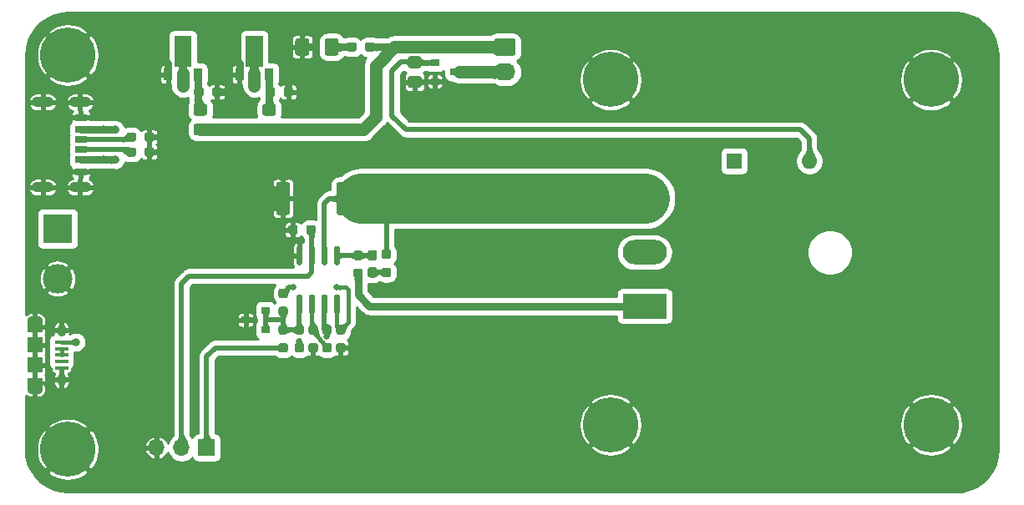
<source format=gbr>
%TF.GenerationSoftware,KiCad,Pcbnew,(5.1.9)-1*%
%TF.CreationDate,2021-04-23T16:32:12+08:00*%
%TF.ProjectId,DC-Load-Analog,44432d4c-6f61-4642-9d41-6e616c6f672e,rev?*%
%TF.SameCoordinates,Original*%
%TF.FileFunction,Copper,L1,Top*%
%TF.FilePolarity,Positive*%
%FSLAX46Y46*%
G04 Gerber Fmt 4.6, Leading zero omitted, Abs format (unit mm)*
G04 Created by KiCad (PCBNEW (5.1.9)-1) date 2021-04-23 16:32:12*
%MOMM*%
%LPD*%
G01*
G04 APERTURE LIST*
%TA.AperFunction,ComponentPad*%
%ADD10C,5.600000*%
%TD*%
%TA.AperFunction,ComponentPad*%
%ADD11O,4.500000X2.500000*%
%TD*%
%TA.AperFunction,ComponentPad*%
%ADD12R,4.500000X2.500000*%
%TD*%
%TA.AperFunction,SMDPad,CuDef*%
%ADD13C,0.100000*%
%TD*%
%TA.AperFunction,SMDPad,CuDef*%
%ADD14R,0.900000X1.300000*%
%TD*%
%TA.AperFunction,SMDPad,CuDef*%
%ADD15R,0.900000X0.800000*%
%TD*%
%TA.AperFunction,ComponentPad*%
%ADD16O,1.600000X1.600000*%
%TD*%
%TA.AperFunction,ComponentPad*%
%ADD17R,1.600000X1.600000*%
%TD*%
%TA.AperFunction,ComponentPad*%
%ADD18O,1.700000X1.700000*%
%TD*%
%TA.AperFunction,ComponentPad*%
%ADD19R,1.700000X1.700000*%
%TD*%
%TA.AperFunction,ComponentPad*%
%ADD20C,3.000000*%
%TD*%
%TA.AperFunction,ComponentPad*%
%ADD21R,3.000000X3.000000*%
%TD*%
%TA.AperFunction,ComponentPad*%
%ADD22O,1.550000X0.890000*%
%TD*%
%TA.AperFunction,SMDPad,CuDef*%
%ADD23R,1.550000X1.200000*%
%TD*%
%TA.AperFunction,SMDPad,CuDef*%
%ADD24R,1.550000X1.500000*%
%TD*%
%TA.AperFunction,ComponentPad*%
%ADD25O,0.950000X1.250000*%
%TD*%
%TA.AperFunction,SMDPad,CuDef*%
%ADD26R,1.350000X0.400000*%
%TD*%
%TA.AperFunction,ComponentPad*%
%ADD27O,2.200000X1.100000*%
%TD*%
%TA.AperFunction,SMDPad,CuDef*%
%ADD28R,1.200000X0.700000*%
%TD*%
%TA.AperFunction,SMDPad,CuDef*%
%ADD29R,1.200000X0.760000*%
%TD*%
%TA.AperFunction,SMDPad,CuDef*%
%ADD30R,1.200000X0.800000*%
%TD*%
%TA.AperFunction,ComponentPad*%
%ADD31O,2.190000X1.740000*%
%TD*%
%TA.AperFunction,ViaPad*%
%ADD32C,0.635000*%
%TD*%
%TA.AperFunction,ViaPad*%
%ADD33C,0.800000*%
%TD*%
%TA.AperFunction,ViaPad*%
%ADD34C,1.270000*%
%TD*%
%TA.AperFunction,Conductor*%
%ADD35C,0.762000*%
%TD*%
%TA.AperFunction,Conductor*%
%ADD36C,0.508000*%
%TD*%
%TA.AperFunction,Conductor*%
%ADD37C,2.540000*%
%TD*%
%TA.AperFunction,Conductor*%
%ADD38C,0.381000*%
%TD*%
%TA.AperFunction,Conductor*%
%ADD39C,1.270000*%
%TD*%
%TA.AperFunction,Conductor*%
%ADD40C,5.080000*%
%TD*%
%TA.AperFunction,Conductor*%
%ADD41C,0.254000*%
%TD*%
%TA.AperFunction,Conductor*%
%ADD42C,0.100000*%
%TD*%
%TA.AperFunction,Conductor*%
%ADD43C,0.025400*%
%TD*%
G04 APERTURE END LIST*
%TO.P,R6,2*%
%TO.N,Net-(R5-Pad1)*%
%TA.AperFunction,SMDPad,CuDef*%
G36*
G01*
X148225500Y-89198000D02*
X148700500Y-89198000D01*
G75*
G02*
X148938000Y-89435500I0J-237500D01*
G01*
X148938000Y-89935500D01*
G75*
G02*
X148700500Y-90173000I-237500J0D01*
G01*
X148225500Y-90173000D01*
G75*
G02*
X147988000Y-89935500I0J237500D01*
G01*
X147988000Y-89435500D01*
G75*
G02*
X148225500Y-89198000I237500J0D01*
G01*
G37*
%TD.AperFunction*%
%TO.P,R6,1*%
%TO.N,Net-(R3-Pad1)*%
%TA.AperFunction,SMDPad,CuDef*%
G36*
G01*
X148225500Y-87373000D02*
X148700500Y-87373000D01*
G75*
G02*
X148938000Y-87610500I0J-237500D01*
G01*
X148938000Y-88110500D01*
G75*
G02*
X148700500Y-88348000I-237500J0D01*
G01*
X148225500Y-88348000D01*
G75*
G02*
X147988000Y-88110500I0J237500D01*
G01*
X147988000Y-87610500D01*
G75*
G02*
X148225500Y-87373000I237500J0D01*
G01*
G37*
%TD.AperFunction*%
%TD*%
%TO.P,R1,2*%
%TO.N,Net-(C2-Pad1)*%
%TA.AperFunction,SMDPad,CuDef*%
G36*
G01*
X138880001Y-66148000D02*
X137979999Y-66148000D01*
G75*
G02*
X137730000Y-65898001I0J249999D01*
G01*
X137730000Y-65197999D01*
G75*
G02*
X137979999Y-64948000I249999J0D01*
G01*
X138880001Y-64948000D01*
G75*
G02*
X139130000Y-65197999I0J-249999D01*
G01*
X139130000Y-65898001D01*
G75*
G02*
X138880001Y-66148000I-249999J0D01*
G01*
G37*
%TD.AperFunction*%
%TO.P,R1,1*%
%TO.N,+5V*%
%TA.AperFunction,SMDPad,CuDef*%
G36*
G01*
X138880001Y-68148000D02*
X137979999Y-68148000D01*
G75*
G02*
X137730000Y-67898001I0J249999D01*
G01*
X137730000Y-67197999D01*
G75*
G02*
X137979999Y-66948000I249999J0D01*
G01*
X138880001Y-66948000D01*
G75*
G02*
X139130000Y-67197999I0J-249999D01*
G01*
X139130000Y-67898001D01*
G75*
G02*
X138880001Y-68148000I-249999J0D01*
G01*
G37*
%TD.AperFunction*%
%TD*%
D10*
%TO.P,H6,1*%
%TO.N,GND*%
X180000000Y-97500000D03*
%TD*%
%TO.P,H5,1*%
%TO.N,GND*%
X180000000Y-62500000D03*
%TD*%
%TO.P,H4,1*%
%TO.N,GND*%
X212500000Y-97500000D03*
%TD*%
%TO.P,H3,1*%
%TO.N,GND*%
X125000000Y-60000000D03*
%TD*%
%TO.P,H2,1*%
%TO.N,GND*%
X212500000Y-62500000D03*
%TD*%
%TO.P,H1,1*%
%TO.N,GND*%
X125000000Y-100000000D03*
%TD*%
D11*
%TO.P,Q2,3*%
%TO.N,Net-(Q2-Pad3)*%
X183450000Y-74550000D03*
%TO.P,Q2,2*%
%TO.N,VCC*%
X183450000Y-80000000D03*
D12*
%TO.P,Q2,1*%
%TO.N,Net-(Q2-Pad1)*%
X183450000Y-85450000D03*
%TD*%
%TA.AperFunction,SMDPad,CuDef*%
D13*
%TO.P,U4,2*%
%TO.N,VCC*%
G36*
X144757500Y-58025000D02*
G01*
X144757500Y-61150000D01*
X144341000Y-61150000D01*
X144341000Y-62625000D01*
X143441000Y-62625000D01*
X143441000Y-61150000D01*
X143024500Y-61150000D01*
X143024500Y-58025000D01*
X144757500Y-58025000D01*
G37*
%TD.AperFunction*%
D14*
%TO.P,U4,3*%
%TO.N,Net-(C4-Pad1)*%
X145391000Y-61975000D03*
%TO.P,U4,1*%
%TO.N,GND*%
X142391000Y-61975000D03*
%TD*%
%TA.AperFunction,SMDPad,CuDef*%
D13*
%TO.P,U3,2*%
%TO.N,VCC*%
G36*
X137518500Y-58025000D02*
G01*
X137518500Y-61150000D01*
X137102000Y-61150000D01*
X137102000Y-62625000D01*
X136202000Y-62625000D01*
X136202000Y-61150000D01*
X135785500Y-61150000D01*
X135785500Y-58025000D01*
X137518500Y-58025000D01*
G37*
%TD.AperFunction*%
D14*
%TO.P,U3,3*%
%TO.N,Net-(C2-Pad1)*%
X138152000Y-61975000D03*
%TO.P,U3,1*%
%TO.N,GND*%
X135152000Y-61975000D03*
%TD*%
D15*
%TO.P,U2,3*%
%TO.N,GND*%
X143018000Y-86868000D03*
%TO.P,U2,2*%
%TO.N,Net-(R3-Pad1)*%
X145018000Y-85918000D03*
%TO.P,U2,1*%
X145018000Y-87818000D03*
%TD*%
%TO.P,U1,8*%
%TO.N,VCC*%
%TA.AperFunction,SMDPad,CuDef*%
G36*
G01*
X152123000Y-84304000D02*
X152423000Y-84304000D01*
G75*
G02*
X152573000Y-84454000I0J-150000D01*
G01*
X152573000Y-86104000D01*
G75*
G02*
X152423000Y-86254000I-150000J0D01*
G01*
X152123000Y-86254000D01*
G75*
G02*
X151973000Y-86104000I0J150000D01*
G01*
X151973000Y-84454000D01*
G75*
G02*
X152123000Y-84304000I150000J0D01*
G01*
G37*
%TD.AperFunction*%
%TO.P,U1,7*%
%TO.N,Net-(R5-Pad1)*%
%TA.AperFunction,SMDPad,CuDef*%
G36*
G01*
X150853000Y-84304000D02*
X151153000Y-84304000D01*
G75*
G02*
X151303000Y-84454000I0J-150000D01*
G01*
X151303000Y-86104000D01*
G75*
G02*
X151153000Y-86254000I-150000J0D01*
G01*
X150853000Y-86254000D01*
G75*
G02*
X150703000Y-86104000I0J150000D01*
G01*
X150703000Y-84454000D01*
G75*
G02*
X150853000Y-84304000I150000J0D01*
G01*
G37*
%TD.AperFunction*%
%TO.P,U1,6*%
%TO.N,Net-(R4-Pad1)*%
%TA.AperFunction,SMDPad,CuDef*%
G36*
G01*
X149583000Y-84304000D02*
X149883000Y-84304000D01*
G75*
G02*
X150033000Y-84454000I0J-150000D01*
G01*
X150033000Y-86104000D01*
G75*
G02*
X149883000Y-86254000I-150000J0D01*
G01*
X149583000Y-86254000D01*
G75*
G02*
X149433000Y-86104000I0J150000D01*
G01*
X149433000Y-84454000D01*
G75*
G02*
X149583000Y-84304000I150000J0D01*
G01*
G37*
%TD.AperFunction*%
%TO.P,U1,5*%
%TO.N,Net-(R3-Pad1)*%
%TA.AperFunction,SMDPad,CuDef*%
G36*
G01*
X148313000Y-84304000D02*
X148613000Y-84304000D01*
G75*
G02*
X148763000Y-84454000I0J-150000D01*
G01*
X148763000Y-86104000D01*
G75*
G02*
X148613000Y-86254000I-150000J0D01*
G01*
X148313000Y-86254000D01*
G75*
G02*
X148163000Y-86104000I0J150000D01*
G01*
X148163000Y-84454000D01*
G75*
G02*
X148313000Y-84304000I150000J0D01*
G01*
G37*
%TD.AperFunction*%
%TO.P,U1,4*%
%TO.N,GND*%
%TA.AperFunction,SMDPad,CuDef*%
G36*
G01*
X148313000Y-79354000D02*
X148613000Y-79354000D01*
G75*
G02*
X148763000Y-79504000I0J-150000D01*
G01*
X148763000Y-81154000D01*
G75*
G02*
X148613000Y-81304000I-150000J0D01*
G01*
X148313000Y-81304000D01*
G75*
G02*
X148163000Y-81154000I0J150000D01*
G01*
X148163000Y-79504000D01*
G75*
G02*
X148313000Y-79354000I150000J0D01*
G01*
G37*
%TD.AperFunction*%
%TO.P,U1,3*%
%TO.N,Net-(C5-Pad1)*%
%TA.AperFunction,SMDPad,CuDef*%
G36*
G01*
X149583000Y-79354000D02*
X149883000Y-79354000D01*
G75*
G02*
X150033000Y-79504000I0J-150000D01*
G01*
X150033000Y-81154000D01*
G75*
G02*
X149883000Y-81304000I-150000J0D01*
G01*
X149583000Y-81304000D01*
G75*
G02*
X149433000Y-81154000I0J150000D01*
G01*
X149433000Y-79504000D01*
G75*
G02*
X149583000Y-79354000I150000J0D01*
G01*
G37*
%TD.AperFunction*%
%TO.P,U1,2*%
%TO.N,Net-(Q2-Pad3)*%
%TA.AperFunction,SMDPad,CuDef*%
G36*
G01*
X150853000Y-79354000D02*
X151153000Y-79354000D01*
G75*
G02*
X151303000Y-79504000I0J-150000D01*
G01*
X151303000Y-81154000D01*
G75*
G02*
X151153000Y-81304000I-150000J0D01*
G01*
X150853000Y-81304000D01*
G75*
G02*
X150703000Y-81154000I0J150000D01*
G01*
X150703000Y-79504000D01*
G75*
G02*
X150853000Y-79354000I150000J0D01*
G01*
G37*
%TD.AperFunction*%
%TO.P,U1,1*%
%TO.N,Net-(C6-Pad1)*%
%TA.AperFunction,SMDPad,CuDef*%
G36*
G01*
X152123000Y-79354000D02*
X152423000Y-79354000D01*
G75*
G02*
X152573000Y-79504000I0J-150000D01*
G01*
X152573000Y-81154000D01*
G75*
G02*
X152423000Y-81304000I-150000J0D01*
G01*
X152123000Y-81304000D01*
G75*
G02*
X151973000Y-81154000I0J150000D01*
G01*
X151973000Y-79504000D01*
G75*
G02*
X152123000Y-79354000I150000J0D01*
G01*
G37*
%TD.AperFunction*%
%TD*%
D16*
%TO.P,TH1,2*%
%TO.N,Net-(Q1-Pad1)*%
X200152000Y-70739000D03*
D17*
%TO.P,TH1,1*%
%TO.N,+5V*%
X192532000Y-70739000D03*
%TD*%
D18*
%TO.P,RV1,3*%
%TO.N,GND*%
X133985000Y-99822000D03*
%TO.P,RV1,2*%
%TO.N,Net-(C5-Pad1)*%
X136525000Y-99822000D03*
D19*
%TO.P,RV1,1*%
%TO.N,Net-(R7-Pad1)*%
X139065000Y-99822000D03*
%TD*%
%TO.P,R14,2*%
%TO.N,Net-(J2-PadB5)*%
%TA.AperFunction,SMDPad,CuDef*%
G36*
G01*
X131909000Y-69612500D02*
X131909000Y-70087500D01*
G75*
G02*
X131671500Y-70325000I-237500J0D01*
G01*
X131171500Y-70325000D01*
G75*
G02*
X130934000Y-70087500I0J237500D01*
G01*
X130934000Y-69612500D01*
G75*
G02*
X131171500Y-69375000I237500J0D01*
G01*
X131671500Y-69375000D01*
G75*
G02*
X131909000Y-69612500I0J-237500D01*
G01*
G37*
%TD.AperFunction*%
%TO.P,R14,1*%
%TO.N,GND*%
%TA.AperFunction,SMDPad,CuDef*%
G36*
G01*
X133734000Y-69612500D02*
X133734000Y-70087500D01*
G75*
G02*
X133496500Y-70325000I-237500J0D01*
G01*
X132996500Y-70325000D01*
G75*
G02*
X132759000Y-70087500I0J237500D01*
G01*
X132759000Y-69612500D01*
G75*
G02*
X132996500Y-69375000I237500J0D01*
G01*
X133496500Y-69375000D01*
G75*
G02*
X133734000Y-69612500I0J-237500D01*
G01*
G37*
%TD.AperFunction*%
%TD*%
%TO.P,R13,2*%
%TO.N,Net-(J2-PadA5)*%
%TA.AperFunction,SMDPad,CuDef*%
G36*
G01*
X131909000Y-68088500D02*
X131909000Y-68563500D01*
G75*
G02*
X131671500Y-68801000I-237500J0D01*
G01*
X131171500Y-68801000D01*
G75*
G02*
X130934000Y-68563500I0J237500D01*
G01*
X130934000Y-68088500D01*
G75*
G02*
X131171500Y-67851000I237500J0D01*
G01*
X131671500Y-67851000D01*
G75*
G02*
X131909000Y-68088500I0J-237500D01*
G01*
G37*
%TD.AperFunction*%
%TO.P,R13,1*%
%TO.N,GND*%
%TA.AperFunction,SMDPad,CuDef*%
G36*
G01*
X133734000Y-68088500D02*
X133734000Y-68563500D01*
G75*
G02*
X133496500Y-68801000I-237500J0D01*
G01*
X132996500Y-68801000D01*
G75*
G02*
X132759000Y-68563500I0J237500D01*
G01*
X132759000Y-68088500D01*
G75*
G02*
X132996500Y-67851000I237500J0D01*
G01*
X133496500Y-67851000D01*
G75*
G02*
X133734000Y-68088500I0J-237500D01*
G01*
G37*
%TD.AperFunction*%
%TD*%
%TO.P,R12,2*%
%TO.N,GND*%
%TA.AperFunction,SMDPad,CuDef*%
G36*
G01*
X159696999Y-62122000D02*
X160597001Y-62122000D01*
G75*
G02*
X160847000Y-62371999I0J-249999D01*
G01*
X160847000Y-63072001D01*
G75*
G02*
X160597001Y-63322000I-249999J0D01*
G01*
X159696999Y-63322000D01*
G75*
G02*
X159447000Y-63072001I0J249999D01*
G01*
X159447000Y-62371999D01*
G75*
G02*
X159696999Y-62122000I249999J0D01*
G01*
G37*
%TD.AperFunction*%
%TO.P,R12,1*%
%TO.N,Net-(Q1-Pad1)*%
%TA.AperFunction,SMDPad,CuDef*%
G36*
G01*
X159696999Y-60122000D02*
X160597001Y-60122000D01*
G75*
G02*
X160847000Y-60371999I0J-249999D01*
G01*
X160847000Y-61072001D01*
G75*
G02*
X160597001Y-61322000I-249999J0D01*
G01*
X159696999Y-61322000D01*
G75*
G02*
X159447000Y-61072001I0J249999D01*
G01*
X159447000Y-60371999D01*
G75*
G02*
X159696999Y-60122000I249999J0D01*
G01*
G37*
%TD.AperFunction*%
%TD*%
%TO.P,R11,2*%
%TO.N,Net-(D1-Pad2)*%
%TA.AperFunction,SMDPad,CuDef*%
G36*
G01*
X154261000Y-58944500D02*
X154261000Y-59419500D01*
G75*
G02*
X154023500Y-59657000I-237500J0D01*
G01*
X153523500Y-59657000D01*
G75*
G02*
X153286000Y-59419500I0J237500D01*
G01*
X153286000Y-58944500D01*
G75*
G02*
X153523500Y-58707000I237500J0D01*
G01*
X154023500Y-58707000D01*
G75*
G02*
X154261000Y-58944500I0J-237500D01*
G01*
G37*
%TD.AperFunction*%
%TO.P,R11,1*%
%TO.N,+5V*%
%TA.AperFunction,SMDPad,CuDef*%
G36*
G01*
X156086000Y-58944500D02*
X156086000Y-59419500D01*
G75*
G02*
X155848500Y-59657000I-237500J0D01*
G01*
X155348500Y-59657000D01*
G75*
G02*
X155111000Y-59419500I0J237500D01*
G01*
X155111000Y-58944500D01*
G75*
G02*
X155348500Y-58707000I237500J0D01*
G01*
X155848500Y-58707000D01*
G75*
G02*
X156086000Y-58944500I0J-237500D01*
G01*
G37*
%TD.AperFunction*%
%TD*%
%TO.P,R10,2*%
%TO.N,Net-(Q2-Pad3)*%
%TA.AperFunction,SMDPad,CuDef*%
G36*
G01*
X152210000Y-75974001D02*
X152210000Y-73123999D01*
G75*
G02*
X152459999Y-72874000I249999J0D01*
G01*
X153360001Y-72874000D01*
G75*
G02*
X153610000Y-73123999I0J-249999D01*
G01*
X153610000Y-75974001D01*
G75*
G02*
X153360001Y-76224000I-249999J0D01*
G01*
X152459999Y-76224000D01*
G75*
G02*
X152210000Y-75974001I0J249999D01*
G01*
G37*
%TD.AperFunction*%
%TO.P,R10,1*%
%TO.N,GND*%
%TA.AperFunction,SMDPad,CuDef*%
G36*
G01*
X146110000Y-75974001D02*
X146110000Y-73123999D01*
G75*
G02*
X146359999Y-72874000I249999J0D01*
G01*
X147260001Y-72874000D01*
G75*
G02*
X147510000Y-73123999I0J-249999D01*
G01*
X147510000Y-75974001D01*
G75*
G02*
X147260001Y-76224000I-249999J0D01*
G01*
X146359999Y-76224000D01*
G75*
G02*
X146110000Y-75974001I0J249999D01*
G01*
G37*
%TD.AperFunction*%
%TD*%
%TO.P,R9,2*%
%TO.N,Net-(C6-Pad1)*%
%TA.AperFunction,SMDPad,CuDef*%
G36*
G01*
X154644100Y-80804200D02*
X154169100Y-80804200D01*
G75*
G02*
X153931600Y-80566700I0J237500D01*
G01*
X153931600Y-80066700D01*
G75*
G02*
X154169100Y-79829200I237500J0D01*
G01*
X154644100Y-79829200D01*
G75*
G02*
X154881600Y-80066700I0J-237500D01*
G01*
X154881600Y-80566700D01*
G75*
G02*
X154644100Y-80804200I-237500J0D01*
G01*
G37*
%TD.AperFunction*%
%TO.P,R9,1*%
%TO.N,Net-(Q2-Pad1)*%
%TA.AperFunction,SMDPad,CuDef*%
G36*
G01*
X154644100Y-82629200D02*
X154169100Y-82629200D01*
G75*
G02*
X153931600Y-82391700I0J237500D01*
G01*
X153931600Y-81891700D01*
G75*
G02*
X154169100Y-81654200I237500J0D01*
G01*
X154644100Y-81654200D01*
G75*
G02*
X154881600Y-81891700I0J-237500D01*
G01*
X154881600Y-82391700D01*
G75*
G02*
X154644100Y-82629200I-237500J0D01*
G01*
G37*
%TD.AperFunction*%
%TD*%
%TO.P,R8,2*%
%TO.N,Net-(Q2-Pad3)*%
%TA.AperFunction,SMDPad,CuDef*%
G36*
G01*
X157514300Y-80702600D02*
X157039300Y-80702600D01*
G75*
G02*
X156801800Y-80465100I0J237500D01*
G01*
X156801800Y-79965100D01*
G75*
G02*
X157039300Y-79727600I237500J0D01*
G01*
X157514300Y-79727600D01*
G75*
G02*
X157751800Y-79965100I0J-237500D01*
G01*
X157751800Y-80465100D01*
G75*
G02*
X157514300Y-80702600I-237500J0D01*
G01*
G37*
%TD.AperFunction*%
%TO.P,R8,1*%
%TO.N,Net-(C6-Pad2)*%
%TA.AperFunction,SMDPad,CuDef*%
G36*
G01*
X157514300Y-82527600D02*
X157039300Y-82527600D01*
G75*
G02*
X156801800Y-82290100I0J237500D01*
G01*
X156801800Y-81790100D01*
G75*
G02*
X157039300Y-81552600I237500J0D01*
G01*
X157514300Y-81552600D01*
G75*
G02*
X157751800Y-81790100I0J-237500D01*
G01*
X157751800Y-82290100D01*
G75*
G02*
X157514300Y-82527600I-237500J0D01*
G01*
G37*
%TD.AperFunction*%
%TD*%
%TO.P,R7,2*%
%TO.N,Net-(R3-Pad1)*%
%TA.AperFunction,SMDPad,CuDef*%
G36*
G01*
X147049500Y-88348000D02*
X146574500Y-88348000D01*
G75*
G02*
X146337000Y-88110500I0J237500D01*
G01*
X146337000Y-87610500D01*
G75*
G02*
X146574500Y-87373000I237500J0D01*
G01*
X147049500Y-87373000D01*
G75*
G02*
X147287000Y-87610500I0J-237500D01*
G01*
X147287000Y-88110500D01*
G75*
G02*
X147049500Y-88348000I-237500J0D01*
G01*
G37*
%TD.AperFunction*%
%TO.P,R7,1*%
%TO.N,Net-(R7-Pad1)*%
%TA.AperFunction,SMDPad,CuDef*%
G36*
G01*
X147049500Y-90173000D02*
X146574500Y-90173000D01*
G75*
G02*
X146337000Y-89935500I0J237500D01*
G01*
X146337000Y-89435500D01*
G75*
G02*
X146574500Y-89198000I237500J0D01*
G01*
X147049500Y-89198000D01*
G75*
G02*
X147287000Y-89435500I0J-237500D01*
G01*
X147287000Y-89935500D01*
G75*
G02*
X147049500Y-90173000I-237500J0D01*
G01*
G37*
%TD.AperFunction*%
%TD*%
%TO.P,R5,2*%
%TO.N,Net-(R4-Pad1)*%
%TA.AperFunction,SMDPad,CuDef*%
G36*
G01*
X151019500Y-89198000D02*
X151494500Y-89198000D01*
G75*
G02*
X151732000Y-89435500I0J-237500D01*
G01*
X151732000Y-89935500D01*
G75*
G02*
X151494500Y-90173000I-237500J0D01*
G01*
X151019500Y-90173000D01*
G75*
G02*
X150782000Y-89935500I0J237500D01*
G01*
X150782000Y-89435500D01*
G75*
G02*
X151019500Y-89198000I237500J0D01*
G01*
G37*
%TD.AperFunction*%
%TO.P,R5,1*%
%TO.N,Net-(R5-Pad1)*%
%TA.AperFunction,SMDPad,CuDef*%
G36*
G01*
X151019500Y-87373000D02*
X151494500Y-87373000D01*
G75*
G02*
X151732000Y-87610500I0J-237500D01*
G01*
X151732000Y-88110500D01*
G75*
G02*
X151494500Y-88348000I-237500J0D01*
G01*
X151019500Y-88348000D01*
G75*
G02*
X150782000Y-88110500I0J237500D01*
G01*
X150782000Y-87610500D01*
G75*
G02*
X151019500Y-87373000I237500J0D01*
G01*
G37*
%TD.AperFunction*%
%TD*%
%TO.P,R4,2*%
%TO.N,GND*%
%TA.AperFunction,SMDPad,CuDef*%
G36*
G01*
X149622500Y-89198000D02*
X150097500Y-89198000D01*
G75*
G02*
X150335000Y-89435500I0J-237500D01*
G01*
X150335000Y-89935500D01*
G75*
G02*
X150097500Y-90173000I-237500J0D01*
G01*
X149622500Y-90173000D01*
G75*
G02*
X149385000Y-89935500I0J237500D01*
G01*
X149385000Y-89435500D01*
G75*
G02*
X149622500Y-89198000I237500J0D01*
G01*
G37*
%TD.AperFunction*%
%TO.P,R4,1*%
%TO.N,Net-(R4-Pad1)*%
%TA.AperFunction,SMDPad,CuDef*%
G36*
G01*
X149622500Y-87373000D02*
X150097500Y-87373000D01*
G75*
G02*
X150335000Y-87610500I0J-237500D01*
G01*
X150335000Y-88110500D01*
G75*
G02*
X150097500Y-88348000I-237500J0D01*
G01*
X149622500Y-88348000D01*
G75*
G02*
X149385000Y-88110500I0J237500D01*
G01*
X149385000Y-87610500D01*
G75*
G02*
X149622500Y-87373000I237500J0D01*
G01*
G37*
%TD.AperFunction*%
%TD*%
%TO.P,R3,2*%
%TO.N,VCC*%
%TA.AperFunction,SMDPad,CuDef*%
G36*
G01*
X147049500Y-84665000D02*
X146574500Y-84665000D01*
G75*
G02*
X146337000Y-84427500I0J237500D01*
G01*
X146337000Y-83927500D01*
G75*
G02*
X146574500Y-83690000I237500J0D01*
G01*
X147049500Y-83690000D01*
G75*
G02*
X147287000Y-83927500I0J-237500D01*
G01*
X147287000Y-84427500D01*
G75*
G02*
X147049500Y-84665000I-237500J0D01*
G01*
G37*
%TD.AperFunction*%
%TO.P,R3,1*%
%TO.N,Net-(R3-Pad1)*%
%TA.AperFunction,SMDPad,CuDef*%
G36*
G01*
X147049500Y-86490000D02*
X146574500Y-86490000D01*
G75*
G02*
X146337000Y-86252500I0J237500D01*
G01*
X146337000Y-85752500D01*
G75*
G02*
X146574500Y-85515000I237500J0D01*
G01*
X147049500Y-85515000D01*
G75*
G02*
X147287000Y-85752500I0J-237500D01*
G01*
X147287000Y-86252500D01*
G75*
G02*
X147049500Y-86490000I-237500J0D01*
G01*
G37*
%TD.AperFunction*%
%TD*%
%TO.P,R2,2*%
%TO.N,Net-(C4-Pad1)*%
%TA.AperFunction,SMDPad,CuDef*%
G36*
G01*
X145839601Y-66148000D02*
X144939599Y-66148000D01*
G75*
G02*
X144689600Y-65898001I0J249999D01*
G01*
X144689600Y-65197999D01*
G75*
G02*
X144939599Y-64948000I249999J0D01*
G01*
X145839601Y-64948000D01*
G75*
G02*
X146089600Y-65197999I0J-249999D01*
G01*
X146089600Y-65898001D01*
G75*
G02*
X145839601Y-66148000I-249999J0D01*
G01*
G37*
%TD.AperFunction*%
%TO.P,R2,1*%
%TO.N,+5V*%
%TA.AperFunction,SMDPad,CuDef*%
G36*
G01*
X145839601Y-68148000D02*
X144939599Y-68148000D01*
G75*
G02*
X144689600Y-67898001I0J249999D01*
G01*
X144689600Y-67197999D01*
G75*
G02*
X144939599Y-66948000I249999J0D01*
G01*
X145839601Y-66948000D01*
G75*
G02*
X146089600Y-67197999I0J-249999D01*
G01*
X146089600Y-67898001D01*
G75*
G02*
X145839601Y-68148000I-249999J0D01*
G01*
G37*
%TD.AperFunction*%
%TD*%
D15*
%TO.P,Q1,3*%
%TO.N,Net-(J1-Pad2)*%
X164195000Y-61722000D03*
%TO.P,Q1,2*%
%TO.N,GND*%
X162195000Y-62672000D03*
%TO.P,Q1,1*%
%TO.N,Net-(Q1-Pad1)*%
X162195000Y-60772000D03*
%TD*%
D20*
%TO.P,J4,2*%
%TO.N,GND*%
X123952000Y-82677000D03*
D21*
%TO.P,J4,1*%
%TO.N,VCC*%
X123952000Y-77597000D03*
%TD*%
D22*
%TO.P,J3,6*%
%TO.N,GND*%
X121636000Y-93924000D03*
X121636000Y-86924000D03*
D23*
X121636000Y-93324000D03*
X121636000Y-87524000D03*
D24*
X121636000Y-91424000D03*
X121636000Y-89424000D03*
D25*
X124336000Y-92924000D03*
X124336000Y-87924000D03*
D26*
%TO.P,J3,5*%
X124336000Y-91724000D03*
%TO.P,J3,4*%
%TO.N,N/C*%
X124336000Y-91074000D03*
%TO.P,J3,3*%
%TO.N,Net-(J3-Pad2)*%
X124336000Y-90424000D03*
%TO.P,J3,2*%
X124336000Y-89774000D03*
%TO.P,J3,1*%
%TO.N,VCC*%
X124336000Y-89124000D03*
%TD*%
D27*
%TO.P,J2,S4*%
%TO.N,GND*%
X122438000Y-73408000D03*
%TO.P,J2,S3*%
X122438000Y-64768000D03*
%TO.P,J2,S2*%
X126238000Y-73408000D03*
%TO.P,J2,S1*%
X126238000Y-64768000D03*
D28*
%TO.P,J2,B5*%
%TO.N,Net-(J2-PadB5)*%
X126318000Y-69588000D03*
%TO.P,J2,A5*%
%TO.N,Net-(J2-PadA5)*%
X126318000Y-68588000D03*
D29*
%TO.P,J2,A9*%
%TO.N,VCC*%
X126318000Y-70608000D03*
%TO.P,J2,B9*%
X126318000Y-67568000D03*
D30*
%TO.P,J2,A12*%
%TO.N,GND*%
X126318000Y-71838000D03*
%TO.P,J2,B12*%
X126318000Y-66338000D03*
%TD*%
D31*
%TO.P,J1,2*%
%TO.N,Net-(J1-Pad2)*%
X169291000Y-61722000D03*
%TO.P,J1,1*%
%TO.N,+5V*%
%TA.AperFunction,ComponentPad*%
G36*
G01*
X168445999Y-58312000D02*
X170136001Y-58312000D01*
G75*
G02*
X170386000Y-58561999I0J-249999D01*
G01*
X170386000Y-59802001D01*
G75*
G02*
X170136001Y-60052000I-249999J0D01*
G01*
X168445999Y-60052000D01*
G75*
G02*
X168196000Y-59802001I0J249999D01*
G01*
X168196000Y-58561999D01*
G75*
G02*
X168445999Y-58312000I249999J0D01*
G01*
G37*
%TD.AperFunction*%
%TD*%
%TO.P,D1,2*%
%TO.N,Net-(D1-Pad2)*%
%TA.AperFunction,SMDPad,CuDef*%
G36*
G01*
X151015999Y-59807000D02*
X151015999Y-58557000D01*
G75*
G02*
X151265999Y-58307000I250000J0D01*
G01*
X152190999Y-58307000D01*
G75*
G02*
X152440999Y-58557000I0J-250000D01*
G01*
X152440999Y-59807000D01*
G75*
G02*
X152190999Y-60057000I-250000J0D01*
G01*
X151265999Y-60057000D01*
G75*
G02*
X151015999Y-59807000I0J250000D01*
G01*
G37*
%TD.AperFunction*%
%TO.P,D1,1*%
%TO.N,GND*%
%TA.AperFunction,SMDPad,CuDef*%
G36*
G01*
X148040999Y-59807000D02*
X148040999Y-58557000D01*
G75*
G02*
X148290999Y-58307000I250000J0D01*
G01*
X149215999Y-58307000D01*
G75*
G02*
X149465999Y-58557000I0J-250000D01*
G01*
X149465999Y-59807000D01*
G75*
G02*
X149215999Y-60057000I-250000J0D01*
G01*
X148290999Y-60057000D01*
G75*
G02*
X148040999Y-59807000I0J250000D01*
G01*
G37*
%TD.AperFunction*%
%TD*%
%TO.P,C7,2*%
%TO.N,GND*%
%TA.AperFunction,SMDPad,CuDef*%
G36*
G01*
X152416500Y-89198000D02*
X152891500Y-89198000D01*
G75*
G02*
X153129000Y-89435500I0J-237500D01*
G01*
X153129000Y-89935500D01*
G75*
G02*
X152891500Y-90173000I-237500J0D01*
G01*
X152416500Y-90173000D01*
G75*
G02*
X152179000Y-89935500I0J237500D01*
G01*
X152179000Y-89435500D01*
G75*
G02*
X152416500Y-89198000I237500J0D01*
G01*
G37*
%TD.AperFunction*%
%TO.P,C7,1*%
%TO.N,VCC*%
%TA.AperFunction,SMDPad,CuDef*%
G36*
G01*
X152416500Y-87373000D02*
X152891500Y-87373000D01*
G75*
G02*
X153129000Y-87610500I0J-237500D01*
G01*
X153129000Y-88110500D01*
G75*
G02*
X152891500Y-88348000I-237500J0D01*
G01*
X152416500Y-88348000D01*
G75*
G02*
X152179000Y-88110500I0J237500D01*
G01*
X152179000Y-87610500D01*
G75*
G02*
X152416500Y-87373000I237500J0D01*
G01*
G37*
%TD.AperFunction*%
%TD*%
%TO.P,C6,2*%
%TO.N,Net-(C6-Pad2)*%
%TA.AperFunction,SMDPad,CuDef*%
G36*
G01*
X155616900Y-81503400D02*
X156091900Y-81503400D01*
G75*
G02*
X156329400Y-81740900I0J-237500D01*
G01*
X156329400Y-82340900D01*
G75*
G02*
X156091900Y-82578400I-237500J0D01*
G01*
X155616900Y-82578400D01*
G75*
G02*
X155379400Y-82340900I0J237500D01*
G01*
X155379400Y-81740900D01*
G75*
G02*
X155616900Y-81503400I237500J0D01*
G01*
G37*
%TD.AperFunction*%
%TO.P,C6,1*%
%TO.N,Net-(C6-Pad1)*%
%TA.AperFunction,SMDPad,CuDef*%
G36*
G01*
X155616900Y-79778400D02*
X156091900Y-79778400D01*
G75*
G02*
X156329400Y-80015900I0J-237500D01*
G01*
X156329400Y-80615900D01*
G75*
G02*
X156091900Y-80853400I-237500J0D01*
G01*
X155616900Y-80853400D01*
G75*
G02*
X155379400Y-80615900I0J237500D01*
G01*
X155379400Y-80015900D01*
G75*
G02*
X155616900Y-79778400I237500J0D01*
G01*
G37*
%TD.AperFunction*%
%TD*%
%TO.P,C5,2*%
%TO.N,GND*%
%TA.AperFunction,SMDPad,CuDef*%
G36*
G01*
X148292000Y-77486500D02*
X148292000Y-77961500D01*
G75*
G02*
X148054500Y-78199000I-237500J0D01*
G01*
X147554500Y-78199000D01*
G75*
G02*
X147317000Y-77961500I0J237500D01*
G01*
X147317000Y-77486500D01*
G75*
G02*
X147554500Y-77249000I237500J0D01*
G01*
X148054500Y-77249000D01*
G75*
G02*
X148292000Y-77486500I0J-237500D01*
G01*
G37*
%TD.AperFunction*%
%TO.P,C5,1*%
%TO.N,Net-(C5-Pad1)*%
%TA.AperFunction,SMDPad,CuDef*%
G36*
G01*
X150117000Y-77486500D02*
X150117000Y-77961500D01*
G75*
G02*
X149879500Y-78199000I-237500J0D01*
G01*
X149379500Y-78199000D01*
G75*
G02*
X149142000Y-77961500I0J237500D01*
G01*
X149142000Y-77486500D01*
G75*
G02*
X149379500Y-77249000I237500J0D01*
G01*
X149879500Y-77249000D01*
G75*
G02*
X150117000Y-77486500I0J-237500D01*
G01*
G37*
%TD.AperFunction*%
%TD*%
%TO.P,C4,2*%
%TO.N,GND*%
%TA.AperFunction,SMDPad,CuDef*%
G36*
G01*
X146856000Y-63991500D02*
X146856000Y-63516500D01*
G75*
G02*
X147093500Y-63279000I237500J0D01*
G01*
X147593500Y-63279000D01*
G75*
G02*
X147831000Y-63516500I0J-237500D01*
G01*
X147831000Y-63991500D01*
G75*
G02*
X147593500Y-64229000I-237500J0D01*
G01*
X147093500Y-64229000D01*
G75*
G02*
X146856000Y-63991500I0J237500D01*
G01*
G37*
%TD.AperFunction*%
%TO.P,C4,1*%
%TO.N,Net-(C4-Pad1)*%
%TA.AperFunction,SMDPad,CuDef*%
G36*
G01*
X145031000Y-63991500D02*
X145031000Y-63516500D01*
G75*
G02*
X145268500Y-63279000I237500J0D01*
G01*
X145768500Y-63279000D01*
G75*
G02*
X146006000Y-63516500I0J-237500D01*
G01*
X146006000Y-63991500D01*
G75*
G02*
X145768500Y-64229000I-237500J0D01*
G01*
X145268500Y-64229000D01*
G75*
G02*
X145031000Y-63991500I0J237500D01*
G01*
G37*
%TD.AperFunction*%
%TD*%
%TO.P,C2,2*%
%TO.N,GND*%
%TA.AperFunction,SMDPad,CuDef*%
G36*
G01*
X139617000Y-63991500D02*
X139617000Y-63516500D01*
G75*
G02*
X139854500Y-63279000I237500J0D01*
G01*
X140354500Y-63279000D01*
G75*
G02*
X140592000Y-63516500I0J-237500D01*
G01*
X140592000Y-63991500D01*
G75*
G02*
X140354500Y-64229000I-237500J0D01*
G01*
X139854500Y-64229000D01*
G75*
G02*
X139617000Y-63991500I0J237500D01*
G01*
G37*
%TD.AperFunction*%
%TO.P,C2,1*%
%TO.N,Net-(C2-Pad1)*%
%TA.AperFunction,SMDPad,CuDef*%
G36*
G01*
X137792000Y-63991500D02*
X137792000Y-63516500D01*
G75*
G02*
X138029500Y-63279000I237500J0D01*
G01*
X138529500Y-63279000D01*
G75*
G02*
X138767000Y-63516500I0J-237500D01*
G01*
X138767000Y-63991500D01*
G75*
G02*
X138529500Y-64229000I-237500J0D01*
G01*
X138029500Y-64229000D01*
G75*
G02*
X137792000Y-63991500I0J237500D01*
G01*
G37*
%TD.AperFunction*%
%TD*%
D32*
%TO.N,GND*%
X141097000Y-63754000D03*
X143891000Y-86868000D03*
X145923000Y-73787000D03*
X161290000Y-62738000D03*
X149987000Y-59182000D03*
X134112000Y-68326000D03*
X134112000Y-69850000D03*
D33*
X135152000Y-60833000D03*
X142391000Y-60857000D03*
D32*
X144272000Y-74549000D03*
X144907000Y-73787000D03*
X144907000Y-75311000D03*
X145923000Y-75311000D03*
X145415000Y-74549000D03*
X147343500Y-62865000D03*
D34*
X185000000Y-60000000D03*
X190000000Y-60000000D03*
X195000000Y-60000000D03*
X200000000Y-60000000D03*
X205000000Y-60000000D03*
X210000000Y-60000000D03*
X215000000Y-65000000D03*
X215000000Y-70000000D03*
X215000000Y-75000000D03*
X215000000Y-80000000D03*
X215000000Y-85000000D03*
X215000000Y-90000000D03*
X215000000Y-95000000D03*
X210000000Y-100000000D03*
X200000000Y-100000000D03*
X205000000Y-100000000D03*
X195000000Y-100000000D03*
X190000000Y-100000000D03*
X185000000Y-100000000D03*
X175000000Y-100000000D03*
X170000000Y-100000000D03*
X165000000Y-100000000D03*
X160000000Y-100000000D03*
X155000000Y-100000000D03*
X150000000Y-100000000D03*
X145000000Y-100000000D03*
X145000000Y-95000000D03*
X150000000Y-95000000D03*
X155000000Y-95000000D03*
X160000000Y-95000000D03*
X165000000Y-95000000D03*
X170000000Y-95000000D03*
X170000000Y-90000000D03*
X165000000Y-90000000D03*
X160000000Y-90000000D03*
X155000000Y-90000000D03*
X140000000Y-85000000D03*
X135000000Y-90000000D03*
X135000000Y-85000000D03*
X130000000Y-90000000D03*
X130000000Y-95000000D03*
X135000000Y-95000000D03*
X130000000Y-100000000D03*
X185000000Y-70000000D03*
X180000000Y-70000000D03*
X175000000Y-70000000D03*
X170000000Y-70000000D03*
X165000000Y-70000000D03*
X160000000Y-70000000D03*
X155000000Y-70000000D03*
X150000000Y-70000000D03*
X145000000Y-70000000D03*
X140000000Y-70000000D03*
X160000000Y-65000000D03*
X165000000Y-65000000D03*
X170000000Y-65000000D03*
X175000000Y-65000000D03*
X175000000Y-60000000D03*
X185000000Y-65000000D03*
X190000000Y-65000000D03*
X195000000Y-65000000D03*
X200000000Y-65000000D03*
X205000000Y-70000000D03*
X205000000Y-65000000D03*
X210000000Y-70000000D03*
X210000000Y-75000000D03*
X210000000Y-80000000D03*
X210000000Y-85000000D03*
X210000000Y-90000000D03*
X210000000Y-95000000D03*
X205000000Y-95000000D03*
X200000000Y-95000000D03*
X195000000Y-95000000D03*
X190000000Y-95000000D03*
X185000000Y-95000000D03*
X175000000Y-95000000D03*
X175000000Y-90000000D03*
X180000000Y-90000000D03*
X185000000Y-90000000D03*
X190000000Y-90000000D03*
X195000000Y-90000000D03*
X200000000Y-90000000D03*
X205000000Y-90000000D03*
X150000000Y-65000000D03*
X130000000Y-60000000D03*
X152500000Y-62500000D03*
X140000000Y-87500000D03*
X132500000Y-72500000D03*
X137500000Y-72500000D03*
X142500000Y-72500000D03*
D32*
%TO.N,VCC*%
X147828000Y-83566000D03*
X152273000Y-83566000D03*
D33*
X129794000Y-67564000D03*
X129794000Y-70612000D03*
X128651000Y-67564000D03*
X128651000Y-70608000D03*
X125801600Y-89124000D03*
X136652000Y-63119000D03*
X143891000Y-63119000D03*
D32*
%TO.N,+5V*%
X154956000Y-67548000D03*
%TO.N,Net-(R5-Pad1)*%
X148463000Y-89027000D03*
X151257000Y-88519000D03*
%TD*%
D35*
%TO.N,GND*%
X142391000Y-61975000D02*
X142391000Y-60857000D01*
X135152000Y-61975000D02*
X135152000Y-60936000D01*
X135152000Y-60936000D02*
X135152000Y-60857000D01*
X142391000Y-60857000D02*
X142391000Y-60857000D01*
D36*
X133246500Y-68326000D02*
X134112000Y-68326000D01*
X134112000Y-69850000D02*
X133246500Y-69850000D01*
D35*
X149987000Y-59182000D02*
X148880500Y-59182001D01*
D36*
X162129000Y-62738000D02*
X162195000Y-62672000D01*
X161290000Y-62738000D02*
X162129000Y-62738000D01*
X146812000Y-74551000D02*
X146812000Y-74551000D01*
X147804500Y-77724000D02*
X147804500Y-77573500D01*
D37*
X145923000Y-74549000D02*
X145923000Y-74549000D01*
X144907000Y-74549000D02*
X144907000Y-74549000D01*
X145923000Y-74549000D02*
X145542000Y-74549000D01*
D36*
X146812000Y-74551000D02*
X146810000Y-74549000D01*
D37*
X145542000Y-74549000D02*
X144907000Y-74549000D01*
D36*
X146810000Y-74549000D02*
X146810000Y-74549000D01*
X143891000Y-86868000D02*
X143018000Y-86868000D01*
X160163000Y-62738000D02*
X160147000Y-62722000D01*
X161290000Y-62738000D02*
X160163000Y-62738000D01*
D35*
X140104500Y-63754000D02*
X141097000Y-63754000D01*
X147343500Y-63754000D02*
X147343500Y-62865000D01*
D38*
X124336000Y-91724000D02*
X124336000Y-92924000D01*
D35*
%TO.N,VCC*%
X128012000Y-70608000D02*
X128012000Y-70608000D01*
D38*
X124336000Y-89124000D02*
X125801600Y-89124000D01*
X125801600Y-89124000D02*
X125801600Y-89124000D01*
D39*
X136652000Y-63119000D02*
X136652000Y-61887500D01*
X143891000Y-63119000D02*
X143891000Y-61887500D01*
D35*
X129794000Y-67564000D02*
X129413000Y-67564000D01*
X129790000Y-67568000D02*
X129794000Y-67564000D01*
X126318000Y-67568000D02*
X129790000Y-67568000D01*
X129790000Y-70608000D02*
X129794000Y-70612000D01*
X129794000Y-70612000D02*
X128905000Y-70612000D01*
X126318000Y-70608000D02*
X129790000Y-70608000D01*
D36*
X147423500Y-83566000D02*
X146812000Y-84177500D01*
X147828000Y-83566000D02*
X147423500Y-83566000D01*
D38*
X152273000Y-83566000D02*
X153162000Y-83566000D01*
X153162000Y-83566000D02*
X153416000Y-83820000D01*
X153416000Y-87098500D02*
X152654000Y-87860500D01*
X153416000Y-83820000D02*
X153416000Y-87098500D01*
X152273000Y-87479500D02*
X152654000Y-87860500D01*
X152273000Y-85279000D02*
X152273000Y-87479500D01*
D35*
%TO.N,Net-(C2-Pad1)*%
X138150600Y-61976400D02*
X138152000Y-61975000D01*
X138152000Y-65270000D02*
X138430000Y-65548000D01*
X138152000Y-61975000D02*
X138152000Y-65270000D01*
%TO.N,Net-(C4-Pad1)*%
X145391000Y-65546600D02*
X145389600Y-65548000D01*
X145391000Y-61975000D02*
X145391000Y-65546600D01*
D36*
%TO.N,Net-(C5-Pad1)*%
X149733000Y-77827500D02*
X149629500Y-77724000D01*
X149733000Y-80329000D02*
X149733000Y-77827500D01*
X149733000Y-80329000D02*
X149733000Y-82042000D01*
X149733000Y-82042000D02*
X149352000Y-82423000D01*
X149352000Y-82423000D02*
X137287000Y-82423000D01*
X137287000Y-82423000D02*
X136525000Y-83185000D01*
X136525000Y-83185000D02*
X136525000Y-86995000D01*
X136525000Y-86995000D02*
X136525000Y-99949000D01*
%TO.N,Net-(C6-Pad2)*%
X157276000Y-82040900D02*
X157276800Y-82040100D01*
X155854400Y-82040900D02*
X157276000Y-82040900D01*
%TO.N,Net-(C6-Pad1)*%
X154394300Y-80329000D02*
X154406600Y-80316700D01*
X152273000Y-80329000D02*
X154394300Y-80329000D01*
X155853600Y-80316700D02*
X155854400Y-80315900D01*
X154406600Y-80316700D02*
X155853600Y-80316700D01*
D35*
%TO.N,Net-(D1-Pad2)*%
X151880900Y-59156600D02*
X151855500Y-59182000D01*
X153748100Y-59156600D02*
X151880900Y-59156600D01*
D39*
%TO.N,Net-(J1-Pad2)*%
X169291000Y-61722000D02*
X164719000Y-61722000D01*
D35*
%TO.N,+5V*%
X149377400Y-67411600D02*
X149241000Y-67548000D01*
D39*
X149241000Y-67548000D02*
X138430000Y-67548000D01*
X154956000Y-67548000D02*
X149241000Y-67548000D01*
X169291000Y-59182000D02*
X158115000Y-59182000D01*
D35*
X155598500Y-59182000D02*
X158115000Y-59182000D01*
D39*
X154956000Y-67548000D02*
X154956000Y-67548000D01*
X156210000Y-66294000D02*
X154956000Y-67548000D01*
X156210000Y-61087000D02*
X156210000Y-66294000D01*
X158115000Y-59182000D02*
X156210000Y-61087000D01*
D36*
%TO.N,Net-(J2-PadB5)*%
X131159500Y-69588000D02*
X131421500Y-69850000D01*
X126318000Y-69588000D02*
X131159500Y-69588000D01*
%TO.N,Net-(J2-PadA5)*%
X131159500Y-68588000D02*
X131421500Y-68326000D01*
X126318000Y-68588000D02*
X131159500Y-68588000D01*
D38*
%TO.N,Net-(J3-Pad2)*%
X124336000Y-89774000D02*
X124336000Y-90424000D01*
D36*
%TO.N,Net-(Q1-Pad1)*%
X162195000Y-60772000D02*
X160716000Y-60772000D01*
X200152000Y-68453000D02*
X200152000Y-70739000D01*
X199263000Y-67564000D02*
X200152000Y-68453000D01*
X159258000Y-67564000D02*
X199263000Y-67564000D01*
X157861000Y-66167000D02*
X159258000Y-67564000D01*
X157861000Y-61595000D02*
X157861000Y-66167000D01*
X158734000Y-60722000D02*
X157861000Y-61595000D01*
X160147000Y-60722000D02*
X158734000Y-60722000D01*
D40*
%TO.N,Net-(Q2-Pad3)*%
X154814000Y-74550000D02*
X154813000Y-74549000D01*
D36*
X152910000Y-74549000D02*
X151511000Y-74549000D01*
X151003000Y-75057000D02*
X151003000Y-80329000D01*
X151511000Y-74549000D02*
X151003000Y-75057000D01*
X157276800Y-74726800D02*
X157453600Y-74550000D01*
X157276800Y-80215100D02*
X157276800Y-74726800D01*
D40*
X157453600Y-74550000D02*
X154814000Y-74550000D01*
X183450000Y-74550000D02*
X157453600Y-74550000D01*
D35*
%TO.N,Net-(Q2-Pad1)*%
X154406600Y-84302600D02*
X154406600Y-82141700D01*
X155554000Y-85450000D02*
X154406600Y-84302600D01*
X183450000Y-85450000D02*
X155554000Y-85450000D01*
D36*
%TO.N,Net-(R3-Pad1)*%
X148463000Y-87860500D02*
X148463000Y-85279000D01*
X148463000Y-87860500D02*
X146812000Y-87860500D01*
X145060500Y-87860500D02*
X145018000Y-87818000D01*
X146727500Y-85918000D02*
X146812000Y-86002500D01*
X145018000Y-86884000D02*
X146796000Y-86884000D01*
X146812000Y-86868000D02*
X146812000Y-87860500D01*
X146812000Y-86002500D02*
X146812000Y-86868000D01*
X145018000Y-85918000D02*
X145018000Y-86884000D01*
X146796000Y-86884000D02*
X146812000Y-86868000D01*
X145018000Y-86884000D02*
X145018000Y-87818000D01*
D38*
%TO.N,Net-(R4-Pad1)*%
X149733000Y-87733500D02*
X149860000Y-87860500D01*
X149733000Y-85279000D02*
X149733000Y-87733500D01*
X151257000Y-89535000D02*
X151257000Y-89685500D01*
X149860000Y-88138000D02*
X151257000Y-89535000D01*
X149860000Y-87860500D02*
X149860000Y-88138000D01*
D36*
%TO.N,Net-(R5-Pad1)*%
X151003000Y-87860500D02*
X151003000Y-87860500D01*
X151003000Y-87860500D02*
X151003000Y-85279000D01*
D38*
X148463000Y-88900000D02*
X148463000Y-89685500D01*
X151257000Y-87860500D02*
X151257000Y-88519000D01*
D36*
%TO.N,Net-(R7-Pad1)*%
X139930500Y-89685500D02*
X146812000Y-89685500D01*
X139065000Y-90551000D02*
X139930500Y-89685500D01*
X139065000Y-99949000D02*
X139065000Y-90551000D01*
%TD*%
D41*
%TO.N,GND*%
X215759192Y-55780578D02*
X216494389Y-55981705D01*
X217182351Y-56309846D01*
X217801331Y-56754628D01*
X218331761Y-57301988D01*
X218756884Y-57934639D01*
X219063251Y-58632561D01*
X219242499Y-59379183D01*
X219290001Y-60026044D01*
X219290000Y-99968382D01*
X219219422Y-100759193D01*
X219018295Y-101494389D01*
X218690152Y-102182355D01*
X218245374Y-102801328D01*
X217698012Y-103331761D01*
X217065362Y-103756883D01*
X216367439Y-104063251D01*
X215620819Y-104242499D01*
X214973970Y-104290000D01*
X125031618Y-104290000D01*
X124240807Y-104219422D01*
X123505611Y-104018295D01*
X122817645Y-103690152D01*
X122198672Y-103245374D01*
X121668239Y-102698012D01*
X121387885Y-102280800D01*
X122898805Y-102280800D01*
X123225437Y-102658541D01*
X123778190Y-102953659D01*
X124377897Y-103135268D01*
X125001510Y-103196391D01*
X125625066Y-103134679D01*
X126224601Y-102952502D01*
X126774563Y-102658541D01*
X127101195Y-102280800D01*
X125000000Y-100179605D01*
X122898805Y-102280800D01*
X121387885Y-102280800D01*
X121243117Y-102065362D01*
X120936749Y-101367439D01*
X120757501Y-100620819D01*
X120712023Y-100001510D01*
X121803609Y-100001510D01*
X121865321Y-100625066D01*
X122047498Y-101224601D01*
X122341459Y-101774563D01*
X122719200Y-102101195D01*
X124820395Y-100000000D01*
X125179605Y-100000000D01*
X127280800Y-102101195D01*
X127658541Y-101774563D01*
X127953659Y-101221810D01*
X128135268Y-100622103D01*
X128182620Y-100138981D01*
X132795505Y-100138981D01*
X132880201Y-100364949D01*
X133007353Y-100570052D01*
X133172076Y-100746408D01*
X133368039Y-100887239D01*
X133587712Y-100987134D01*
X133668020Y-101011489D01*
X133858000Y-100950627D01*
X133858000Y-99949000D01*
X132855813Y-99949000D01*
X132795505Y-100138981D01*
X128182620Y-100138981D01*
X128196391Y-99998490D01*
X128147554Y-99505019D01*
X132795505Y-99505019D01*
X132855813Y-99695000D01*
X133858000Y-99695000D01*
X133858000Y-98693373D01*
X134112000Y-98693373D01*
X134112000Y-99695000D01*
X134132000Y-99695000D01*
X134132000Y-99949000D01*
X134112000Y-99949000D01*
X134112000Y-100950627D01*
X134301980Y-101011489D01*
X134382288Y-100987134D01*
X134601961Y-100887239D01*
X134797924Y-100746408D01*
X134962647Y-100570052D01*
X135089799Y-100364949D01*
X135114855Y-100298100D01*
X135209010Y-100525411D01*
X135371525Y-100768632D01*
X135578368Y-100975475D01*
X135821589Y-101137990D01*
X136091842Y-101249932D01*
X136378740Y-101307000D01*
X136671260Y-101307000D01*
X136958158Y-101249932D01*
X137228411Y-101137990D01*
X137471632Y-100975475D01*
X137603487Y-100843620D01*
X137625498Y-100916180D01*
X137684463Y-101026494D01*
X137763815Y-101123185D01*
X137860506Y-101202537D01*
X137970820Y-101261502D01*
X138090518Y-101297812D01*
X138215000Y-101310072D01*
X139915000Y-101310072D01*
X140039482Y-101297812D01*
X140159180Y-101261502D01*
X140269494Y-101202537D01*
X140366185Y-101123185D01*
X140445537Y-101026494D01*
X140504502Y-100916180D01*
X140540812Y-100796482D01*
X140553072Y-100672000D01*
X140553072Y-99780800D01*
X177898805Y-99780800D01*
X178225437Y-100158541D01*
X178778190Y-100453659D01*
X179377897Y-100635268D01*
X180001510Y-100696391D01*
X180625066Y-100634679D01*
X181224601Y-100452502D01*
X181774563Y-100158541D01*
X182101195Y-99780800D01*
X210398805Y-99780800D01*
X210725437Y-100158541D01*
X211278190Y-100453659D01*
X211877897Y-100635268D01*
X212501510Y-100696391D01*
X213125066Y-100634679D01*
X213724601Y-100452502D01*
X214274563Y-100158541D01*
X214601195Y-99780800D01*
X212500000Y-97679605D01*
X210398805Y-99780800D01*
X182101195Y-99780800D01*
X180000000Y-97679605D01*
X177898805Y-99780800D01*
X140553072Y-99780800D01*
X140553072Y-98972000D01*
X140540812Y-98847518D01*
X140504502Y-98727820D01*
X140445537Y-98617506D01*
X140366185Y-98520815D01*
X140269494Y-98441463D01*
X140159180Y-98382498D01*
X140039482Y-98346188D01*
X139954000Y-98337769D01*
X139954000Y-97501510D01*
X176803609Y-97501510D01*
X176865321Y-98125066D01*
X177047498Y-98724601D01*
X177341459Y-99274563D01*
X177719200Y-99601195D01*
X179820395Y-97500000D01*
X180179605Y-97500000D01*
X182280800Y-99601195D01*
X182658541Y-99274563D01*
X182953659Y-98721810D01*
X183135268Y-98122103D01*
X183196094Y-97501510D01*
X209303609Y-97501510D01*
X209365321Y-98125066D01*
X209547498Y-98724601D01*
X209841459Y-99274563D01*
X210219200Y-99601195D01*
X212320395Y-97500000D01*
X212679605Y-97500000D01*
X214780800Y-99601195D01*
X215158541Y-99274563D01*
X215453659Y-98721810D01*
X215635268Y-98122103D01*
X215696391Y-97498490D01*
X215634679Y-96874934D01*
X215452502Y-96275399D01*
X215158541Y-95725437D01*
X214780800Y-95398805D01*
X212679605Y-97500000D01*
X212320395Y-97500000D01*
X210219200Y-95398805D01*
X209841459Y-95725437D01*
X209546341Y-96278190D01*
X209364732Y-96877897D01*
X209303609Y-97501510D01*
X183196094Y-97501510D01*
X183196391Y-97498490D01*
X183134679Y-96874934D01*
X182952502Y-96275399D01*
X182658541Y-95725437D01*
X182280800Y-95398805D01*
X180179605Y-97500000D01*
X179820395Y-97500000D01*
X177719200Y-95398805D01*
X177341459Y-95725437D01*
X177046341Y-96278190D01*
X176864732Y-96877897D01*
X176803609Y-97501510D01*
X139954000Y-97501510D01*
X139954000Y-95219200D01*
X177898805Y-95219200D01*
X180000000Y-97320395D01*
X182101195Y-95219200D01*
X210398805Y-95219200D01*
X212500000Y-97320395D01*
X214601195Y-95219200D01*
X214274563Y-94841459D01*
X213721810Y-94546341D01*
X213122103Y-94364732D01*
X212498490Y-94303609D01*
X211874934Y-94365321D01*
X211275399Y-94547498D01*
X210725437Y-94841459D01*
X210398805Y-95219200D01*
X182101195Y-95219200D01*
X181774563Y-94841459D01*
X181221810Y-94546341D01*
X180622103Y-94364732D01*
X179998490Y-94303609D01*
X179374934Y-94365321D01*
X178775399Y-94547498D01*
X178225437Y-94841459D01*
X177898805Y-95219200D01*
X139954000Y-95219200D01*
X139954000Y-90919235D01*
X140298736Y-90574500D01*
X145979597Y-90574500D01*
X146088058Y-90663512D01*
X146239433Y-90744423D01*
X146403684Y-90794248D01*
X146574500Y-90811072D01*
X147049500Y-90811072D01*
X147220316Y-90794248D01*
X147384567Y-90744423D01*
X147535942Y-90663512D01*
X147637500Y-90580165D01*
X147739058Y-90663512D01*
X147890433Y-90744423D01*
X148054684Y-90794248D01*
X148225500Y-90811072D01*
X148700500Y-90811072D01*
X148871316Y-90794248D01*
X149035567Y-90744423D01*
X149186942Y-90663512D01*
X149319623Y-90554623D01*
X149323586Y-90549794D01*
X149385000Y-90555843D01*
X149637750Y-90554000D01*
X149733000Y-90458750D01*
X149733000Y-89812500D01*
X149713000Y-89812500D01*
X149713000Y-89558500D01*
X149733000Y-89558500D01*
X149733000Y-89538500D01*
X149987000Y-89538500D01*
X149987000Y-89558500D01*
X150007000Y-89558500D01*
X150007000Y-89812500D01*
X149987000Y-89812500D01*
X149987000Y-90458750D01*
X150082250Y-90554000D01*
X150335000Y-90555843D01*
X150396414Y-90549794D01*
X150400377Y-90554623D01*
X150533058Y-90663512D01*
X150684433Y-90744423D01*
X150848684Y-90794248D01*
X151019500Y-90811072D01*
X151494500Y-90811072D01*
X151665316Y-90794248D01*
X151829567Y-90744423D01*
X151980942Y-90663512D01*
X152113623Y-90554623D01*
X152117586Y-90549794D01*
X152179000Y-90555843D01*
X152431750Y-90554000D01*
X152527000Y-90458750D01*
X152527000Y-89812500D01*
X152781000Y-89812500D01*
X152781000Y-90458750D01*
X152876250Y-90554000D01*
X153129000Y-90555843D01*
X153203689Y-90548487D01*
X153275508Y-90526701D01*
X153341696Y-90491322D01*
X153399711Y-90443711D01*
X153447322Y-90385696D01*
X153482701Y-90319508D01*
X153504487Y-90247689D01*
X153511843Y-90173000D01*
X153510000Y-89907750D01*
X153414750Y-89812500D01*
X152781000Y-89812500D01*
X152527000Y-89812500D01*
X152507000Y-89812500D01*
X152507000Y-89558500D01*
X152527000Y-89558500D01*
X152527000Y-89538500D01*
X152781000Y-89538500D01*
X152781000Y-89558500D01*
X153414750Y-89558500D01*
X153510000Y-89463250D01*
X153511843Y-89198000D01*
X153504487Y-89123311D01*
X153482701Y-89051492D01*
X153447322Y-88985304D01*
X153399711Y-88927289D01*
X153341696Y-88879678D01*
X153321311Y-88868782D01*
X153377942Y-88838512D01*
X153510623Y-88729623D01*
X153619512Y-88596942D01*
X153700423Y-88445567D01*
X153750248Y-88281316D01*
X153767072Y-88110500D01*
X153767072Y-87914861D01*
X153971044Y-87710889D01*
X154002541Y-87685041D01*
X154028389Y-87653545D01*
X154028392Y-87653542D01*
X154105699Y-87559343D01*
X154182353Y-87415934D01*
X154187290Y-87399658D01*
X154229556Y-87260326D01*
X154241500Y-87139053D01*
X154241500Y-87139051D01*
X154245494Y-87098500D01*
X154241500Y-87057950D01*
X154241500Y-85574340D01*
X154800292Y-86133133D01*
X154832104Y-86171896D01*
X154962925Y-86279258D01*
X154986810Y-86298860D01*
X155163313Y-86393202D01*
X155354829Y-86451298D01*
X155554000Y-86470915D01*
X155603902Y-86466000D01*
X180561928Y-86466000D01*
X180561928Y-86700000D01*
X180574188Y-86824482D01*
X180610498Y-86944180D01*
X180669463Y-87054494D01*
X180748815Y-87151185D01*
X180845506Y-87230537D01*
X180955820Y-87289502D01*
X181075518Y-87325812D01*
X181200000Y-87338072D01*
X185700000Y-87338072D01*
X185824482Y-87325812D01*
X185944180Y-87289502D01*
X186054494Y-87230537D01*
X186151185Y-87151185D01*
X186230537Y-87054494D01*
X186289502Y-86944180D01*
X186325812Y-86824482D01*
X186338072Y-86700000D01*
X186338072Y-84200000D01*
X186325812Y-84075518D01*
X186289502Y-83955820D01*
X186230537Y-83845506D01*
X186151185Y-83748815D01*
X186054494Y-83669463D01*
X185944180Y-83610498D01*
X185824482Y-83574188D01*
X185700000Y-83561928D01*
X181200000Y-83561928D01*
X181075518Y-83574188D01*
X180955820Y-83610498D01*
X180845506Y-83669463D01*
X180748815Y-83748815D01*
X180669463Y-83845506D01*
X180610498Y-83955820D01*
X180574188Y-84075518D01*
X180561928Y-84200000D01*
X180561928Y-84434000D01*
X155974841Y-84434000D01*
X155422600Y-83881760D01*
X155422600Y-83192524D01*
X155446084Y-83199648D01*
X155616900Y-83216472D01*
X156091900Y-83216472D01*
X156262716Y-83199648D01*
X156426967Y-83149823D01*
X156578342Y-83068912D01*
X156605776Y-83046397D01*
X156704233Y-83099023D01*
X156868484Y-83148848D01*
X157039300Y-83165672D01*
X157514300Y-83165672D01*
X157685116Y-83148848D01*
X157849367Y-83099023D01*
X158000742Y-83018112D01*
X158133423Y-82909223D01*
X158242312Y-82776542D01*
X158323223Y-82625167D01*
X158373048Y-82460916D01*
X158389872Y-82290100D01*
X158389872Y-81790100D01*
X158373048Y-81619284D01*
X158323223Y-81455033D01*
X158242312Y-81303658D01*
X158133423Y-81170977D01*
X158080568Y-81127600D01*
X158133423Y-81084223D01*
X158242312Y-80951542D01*
X158323223Y-80800167D01*
X158373048Y-80635916D01*
X158389872Y-80465100D01*
X158389872Y-80000000D01*
X180555880Y-80000000D01*
X180592275Y-80369524D01*
X180700061Y-80724848D01*
X180875097Y-81052317D01*
X181110655Y-81339345D01*
X181397683Y-81574903D01*
X181725152Y-81749939D01*
X182080476Y-81857725D01*
X182357403Y-81885000D01*
X184542597Y-81885000D01*
X184819524Y-81857725D01*
X185174848Y-81749939D01*
X185502317Y-81574903D01*
X185789345Y-81339345D01*
X186024903Y-81052317D01*
X186199939Y-80724848D01*
X186307725Y-80369524D01*
X186344120Y-80000000D01*
X186321470Y-79770023D01*
X199915000Y-79770023D01*
X199915000Y-80229977D01*
X200004733Y-80681094D01*
X200180750Y-81106037D01*
X200436287Y-81488476D01*
X200761524Y-81813713D01*
X201143963Y-82069250D01*
X201568906Y-82245267D01*
X202020023Y-82335000D01*
X202479977Y-82335000D01*
X202931094Y-82245267D01*
X203356037Y-82069250D01*
X203738476Y-81813713D01*
X204063713Y-81488476D01*
X204319250Y-81106037D01*
X204495267Y-80681094D01*
X204585000Y-80229977D01*
X204585000Y-79770023D01*
X204495267Y-79318906D01*
X204319250Y-78893963D01*
X204063713Y-78511524D01*
X203738476Y-78186287D01*
X203356037Y-77930750D01*
X202931094Y-77754733D01*
X202479977Y-77665000D01*
X202020023Y-77665000D01*
X201568906Y-77754733D01*
X201143963Y-77930750D01*
X200761524Y-78186287D01*
X200436287Y-78511524D01*
X200180750Y-78893963D01*
X200004733Y-79318906D01*
X199915000Y-79770023D01*
X186321470Y-79770023D01*
X186307725Y-79630476D01*
X186199939Y-79275152D01*
X186024903Y-78947683D01*
X185789345Y-78660655D01*
X185502317Y-78425097D01*
X185174848Y-78250061D01*
X184819524Y-78142275D01*
X184542597Y-78115000D01*
X182357403Y-78115000D01*
X182080476Y-78142275D01*
X181725152Y-78250061D01*
X181397683Y-78425097D01*
X181110655Y-78660655D01*
X180875097Y-78947683D01*
X180700061Y-79275152D01*
X180592275Y-79630476D01*
X180555880Y-80000000D01*
X158389872Y-80000000D01*
X158389872Y-79965100D01*
X158373048Y-79794284D01*
X158323223Y-79630033D01*
X158242312Y-79478658D01*
X158165800Y-79385428D01*
X158165800Y-77725000D01*
X183605973Y-77725000D01*
X184072409Y-77679060D01*
X184670899Y-77497510D01*
X185222470Y-77202689D01*
X185705927Y-76805927D01*
X186102689Y-76322470D01*
X186397510Y-75770899D01*
X186579060Y-75172409D01*
X186640362Y-74550000D01*
X186579060Y-73927591D01*
X186397510Y-73329101D01*
X186102689Y-72777530D01*
X185705927Y-72294073D01*
X185222470Y-71897311D01*
X184670899Y-71602490D01*
X184072409Y-71420940D01*
X183605973Y-71375000D01*
X154979123Y-71375000D01*
X154813000Y-71358638D01*
X154190592Y-71419941D01*
X153592102Y-71601490D01*
X153040531Y-71896311D01*
X152626707Y-72235928D01*
X152459999Y-72235928D01*
X152286745Y-72252992D01*
X152120149Y-72303528D01*
X151966613Y-72385595D01*
X151832038Y-72496038D01*
X151721595Y-72630613D01*
X151639528Y-72784149D01*
X151588992Y-72950745D01*
X151571928Y-73123999D01*
X151571928Y-73660000D01*
X151554659Y-73660000D01*
X151510999Y-73655700D01*
X151467339Y-73660000D01*
X151467333Y-73660000D01*
X151369924Y-73669594D01*
X151336724Y-73672864D01*
X151235058Y-73703704D01*
X151169149Y-73723697D01*
X151014709Y-73806247D01*
X150879341Y-73917341D01*
X150851501Y-73951264D01*
X150405264Y-74397501D01*
X150371341Y-74425341D01*
X150260247Y-74560710D01*
X150177697Y-74715150D01*
X150126864Y-74882727D01*
X150114000Y-75013334D01*
X150114000Y-75013340D01*
X150109700Y-75057000D01*
X150114000Y-75100660D01*
X150114000Y-76647070D01*
X150050316Y-76627752D01*
X149879500Y-76610928D01*
X149379500Y-76610928D01*
X149208684Y-76627752D01*
X149044433Y-76677577D01*
X148893058Y-76758488D01*
X148760377Y-76867377D01*
X148651488Y-77000058D01*
X148621218Y-77056689D01*
X148610322Y-77036304D01*
X148562711Y-76978289D01*
X148504696Y-76930678D01*
X148438508Y-76895299D01*
X148366689Y-76873513D01*
X148292000Y-76866157D01*
X148026750Y-76868000D01*
X147931500Y-76963250D01*
X147931500Y-77597000D01*
X147951500Y-77597000D01*
X147951500Y-77851000D01*
X147931500Y-77851000D01*
X147931500Y-78484750D01*
X148026750Y-78580000D01*
X148292000Y-78581843D01*
X148366689Y-78574487D01*
X148438508Y-78552701D01*
X148504696Y-78517322D01*
X148562711Y-78469711D01*
X148610322Y-78411696D01*
X148621218Y-78391311D01*
X148651488Y-78447942D01*
X148760377Y-78580623D01*
X148844001Y-78649251D01*
X148844001Y-78980428D01*
X148837689Y-78978513D01*
X148763000Y-78971157D01*
X148685250Y-78973000D01*
X148590000Y-79068250D01*
X148590000Y-80202000D01*
X148610000Y-80202000D01*
X148610000Y-80456000D01*
X148590000Y-80456000D01*
X148590000Y-80476000D01*
X148336000Y-80476000D01*
X148336000Y-80456000D01*
X147877250Y-80456000D01*
X147782000Y-80551250D01*
X147780157Y-81304000D01*
X147787513Y-81378689D01*
X147809299Y-81450508D01*
X147844678Y-81516696D01*
X147858879Y-81534000D01*
X137330660Y-81534000D01*
X137287000Y-81529700D01*
X137243340Y-81534000D01*
X137243333Y-81534000D01*
X137135621Y-81544609D01*
X137112725Y-81546864D01*
X137080521Y-81556633D01*
X136945149Y-81597697D01*
X136790709Y-81680247D01*
X136655341Y-81791341D01*
X136627505Y-81825259D01*
X135927263Y-82525501D01*
X135893341Y-82553341D01*
X135782247Y-82688710D01*
X135699697Y-82843150D01*
X135674295Y-82926892D01*
X135648864Y-83010726D01*
X135648137Y-83018112D01*
X135636000Y-83141334D01*
X135636000Y-83141340D01*
X135631700Y-83185000D01*
X135636000Y-83228660D01*
X135636001Y-86951324D01*
X135636000Y-86951334D01*
X135636001Y-98508450D01*
X135635986Y-98511646D01*
X135635963Y-98513324D01*
X135635930Y-98514744D01*
X135635880Y-98516286D01*
X135635819Y-98517757D01*
X135635739Y-98519326D01*
X135635658Y-98520676D01*
X135635551Y-98522209D01*
X135635434Y-98523699D01*
X135635309Y-98525114D01*
X135635171Y-98526531D01*
X135635006Y-98528072D01*
X135634846Y-98529451D01*
X135634661Y-98530920D01*
X135634469Y-98532339D01*
X135634236Y-98533952D01*
X135634025Y-98535315D01*
X135633792Y-98536738D01*
X135633514Y-98538346D01*
X135633260Y-98539735D01*
X135632973Y-98541225D01*
X135632659Y-98542778D01*
X135632317Y-98544395D01*
X135632004Y-98545808D01*
X135631630Y-98547429D01*
X135631247Y-98549018D01*
X135630858Y-98550571D01*
X135630416Y-98552274D01*
X135630009Y-98553782D01*
X135629520Y-98555530D01*
X135629030Y-98557225D01*
X135628526Y-98558910D01*
X135628021Y-98560543D01*
X135627428Y-98562405D01*
X135626819Y-98564258D01*
X135626218Y-98566032D01*
X135625571Y-98567893D01*
X135624902Y-98569760D01*
X135624170Y-98571747D01*
X135623485Y-98573560D01*
X135622673Y-98575652D01*
X135621891Y-98577616D01*
X135621070Y-98579628D01*
X135620150Y-98581829D01*
X135619245Y-98583941D01*
X135618320Y-98586053D01*
X135617299Y-98588331D01*
X135616336Y-98590431D01*
X135615232Y-98592788D01*
X135614143Y-98595064D01*
X135612949Y-98597505D01*
X135611818Y-98599773D01*
X135610546Y-98602270D01*
X135609260Y-98604745D01*
X135607909Y-98607295D01*
X135606548Y-98609814D01*
X135605083Y-98612476D01*
X135603627Y-98615073D01*
X135602104Y-98617740D01*
X135600510Y-98620481D01*
X135598859Y-98623272D01*
X135597216Y-98626000D01*
X135595462Y-98628864D01*
X135593606Y-98631841D01*
X135591813Y-98634672D01*
X135589912Y-98637623D01*
X135587869Y-98640745D01*
X135585902Y-98643701D01*
X135583749Y-98646888D01*
X135581661Y-98649931D01*
X135579404Y-98653169D01*
X135577129Y-98656384D01*
X135574853Y-98659554D01*
X135572414Y-98662900D01*
X135569958Y-98666220D01*
X135567378Y-98669660D01*
X135564791Y-98673060D01*
X135562130Y-98676507D01*
X135559452Y-98679929D01*
X135556568Y-98683565D01*
X135553755Y-98687062D01*
X135550836Y-98690643D01*
X135547788Y-98694333D01*
X135544731Y-98697987D01*
X135541511Y-98701786D01*
X135538383Y-98705427D01*
X135535034Y-98709278D01*
X135531743Y-98713015D01*
X135528154Y-98717040D01*
X135524790Y-98720767D01*
X135521117Y-98724785D01*
X135517555Y-98728636D01*
X135513695Y-98732760D01*
X135509941Y-98736723D01*
X135506133Y-98740697D01*
X135504127Y-98742766D01*
X135371525Y-98875368D01*
X135209010Y-99118589D01*
X135114855Y-99345900D01*
X135089799Y-99279051D01*
X134962647Y-99073948D01*
X134797924Y-98897592D01*
X134601961Y-98756761D01*
X134382288Y-98656866D01*
X134301980Y-98632511D01*
X134112000Y-98693373D01*
X133858000Y-98693373D01*
X133668020Y-98632511D01*
X133587712Y-98656866D01*
X133368039Y-98756761D01*
X133172076Y-98897592D01*
X133007353Y-99073948D01*
X132880201Y-99279051D01*
X132795505Y-99505019D01*
X128147554Y-99505019D01*
X128134679Y-99374934D01*
X127952502Y-98775399D01*
X127658541Y-98225437D01*
X127280800Y-97898805D01*
X125179605Y-100000000D01*
X124820395Y-100000000D01*
X122719200Y-97898805D01*
X122341459Y-98225437D01*
X122046341Y-98778190D01*
X121864732Y-99377897D01*
X121803609Y-100001510D01*
X120712023Y-100001510D01*
X120710000Y-99973970D01*
X120710000Y-97719200D01*
X122898805Y-97719200D01*
X125000000Y-99820395D01*
X127101195Y-97719200D01*
X126774563Y-97341459D01*
X126221810Y-97046341D01*
X125622103Y-96864732D01*
X124998490Y-96803609D01*
X124374934Y-96865321D01*
X123775399Y-97047498D01*
X123225437Y-97341459D01*
X122898805Y-97719200D01*
X120710000Y-97719200D01*
X120710000Y-94505108D01*
X120741502Y-94540237D01*
X120872571Y-94638524D01*
X121020296Y-94709352D01*
X121179000Y-94750000D01*
X121509000Y-94750000D01*
X121509000Y-91551000D01*
X121763000Y-91551000D01*
X121763000Y-94750000D01*
X122093000Y-94750000D01*
X122251704Y-94709352D01*
X122399429Y-94638524D01*
X122530498Y-94540237D01*
X122639873Y-94418268D01*
X122723352Y-94277305D01*
X122752262Y-94177115D01*
X122730119Y-94135205D01*
X122764701Y-94070508D01*
X122770618Y-94051002D01*
X122792000Y-94051002D01*
X122792000Y-93942713D01*
X122793843Y-93924000D01*
X122792000Y-93546250D01*
X122696750Y-93451000D01*
X122652468Y-93451000D01*
X122639873Y-93429732D01*
X122530498Y-93307763D01*
X122399429Y-93209476D01*
X122373408Y-93197000D01*
X122696750Y-93197000D01*
X122708293Y-93185457D01*
X123485259Y-93185457D01*
X123523350Y-93349287D01*
X123592671Y-93502538D01*
X123690557Y-93639320D01*
X123813247Y-93754377D01*
X123956027Y-93843288D01*
X124078138Y-93890237D01*
X124209000Y-93824074D01*
X124209000Y-93051000D01*
X124463000Y-93051000D01*
X124463000Y-93824074D01*
X124593862Y-93890237D01*
X124715973Y-93843288D01*
X124858753Y-93754377D01*
X124981443Y-93639320D01*
X125079329Y-93502538D01*
X125148650Y-93349287D01*
X125186741Y-93185457D01*
X125098453Y-93051000D01*
X124463000Y-93051000D01*
X124209000Y-93051000D01*
X123573547Y-93051000D01*
X123485259Y-93185457D01*
X122708293Y-93185457D01*
X122792000Y-93101750D01*
X122793843Y-92724000D01*
X122786487Y-92649311D01*
X122764701Y-92577492D01*
X122729322Y-92511304D01*
X122681711Y-92453289D01*
X122676485Y-92449000D01*
X122681711Y-92444711D01*
X122729322Y-92386696D01*
X122764701Y-92320508D01*
X122786487Y-92248689D01*
X122793843Y-92174000D01*
X122792000Y-91646250D01*
X122696750Y-91551000D01*
X121763000Y-91551000D01*
X121509000Y-91551000D01*
X121489000Y-91551000D01*
X121489000Y-91297000D01*
X121509000Y-91297000D01*
X121509000Y-89551000D01*
X121763000Y-89551000D01*
X121763000Y-91297000D01*
X122696750Y-91297000D01*
X122792000Y-91201750D01*
X122793843Y-90674000D01*
X122786487Y-90599311D01*
X122764701Y-90527492D01*
X122729322Y-90461304D01*
X122698708Y-90424000D01*
X122729322Y-90386696D01*
X122764701Y-90320508D01*
X122786487Y-90248689D01*
X122793843Y-90174000D01*
X122792000Y-89646250D01*
X122696750Y-89551000D01*
X121763000Y-89551000D01*
X121509000Y-89551000D01*
X121489000Y-89551000D01*
X121489000Y-89297000D01*
X121509000Y-89297000D01*
X121509000Y-86098000D01*
X121763000Y-86098000D01*
X121763000Y-89297000D01*
X122696750Y-89297000D01*
X122792000Y-89201750D01*
X122792969Y-88924000D01*
X123022928Y-88924000D01*
X123022928Y-89324000D01*
X123035188Y-89448482D01*
X123035345Y-89449000D01*
X123035188Y-89449518D01*
X123022928Y-89574000D01*
X123022928Y-89974000D01*
X123035188Y-90098482D01*
X123035345Y-90099000D01*
X123035188Y-90099518D01*
X123022928Y-90224000D01*
X123022928Y-90624000D01*
X123035188Y-90748482D01*
X123035345Y-90749000D01*
X123035188Y-90749518D01*
X123022928Y-90874000D01*
X123022928Y-91274000D01*
X123035188Y-91398482D01*
X123071498Y-91518180D01*
X123130463Y-91628494D01*
X123209815Y-91725185D01*
X123280000Y-91782784D01*
X123280000Y-91851002D01*
X123321248Y-91851002D01*
X123280000Y-91892250D01*
X123278157Y-91924000D01*
X123285513Y-91998689D01*
X123307299Y-92070508D01*
X123342678Y-92136696D01*
X123390289Y-92194711D01*
X123448304Y-92242322D01*
X123514492Y-92277701D01*
X123586311Y-92299487D01*
X123622987Y-92303099D01*
X123592671Y-92345462D01*
X123523350Y-92498713D01*
X123485259Y-92662543D01*
X123573547Y-92797000D01*
X124209000Y-92797000D01*
X124209000Y-91912072D01*
X124463000Y-91912072D01*
X124463000Y-92797000D01*
X125098453Y-92797000D01*
X125186741Y-92662543D01*
X125148650Y-92498713D01*
X125079329Y-92345462D01*
X125049013Y-92303099D01*
X125085689Y-92299487D01*
X125157508Y-92277701D01*
X125223696Y-92242322D01*
X125281711Y-92194711D01*
X125329322Y-92136696D01*
X125364701Y-92070508D01*
X125386487Y-91998689D01*
X125393843Y-91924000D01*
X125392000Y-91892250D01*
X125350752Y-91851002D01*
X125392000Y-91851002D01*
X125392000Y-91782784D01*
X125462185Y-91725185D01*
X125541537Y-91628494D01*
X125600502Y-91518180D01*
X125636812Y-91398482D01*
X125649072Y-91274000D01*
X125649072Y-90874000D01*
X125636812Y-90749518D01*
X125636655Y-90749000D01*
X125636812Y-90748482D01*
X125649072Y-90624000D01*
X125649072Y-90224000D01*
X125641531Y-90147437D01*
X125699661Y-90159000D01*
X125903539Y-90159000D01*
X126103498Y-90119226D01*
X126291856Y-90041205D01*
X126461374Y-89927937D01*
X126605537Y-89783774D01*
X126718805Y-89614256D01*
X126796826Y-89425898D01*
X126836600Y-89225939D01*
X126836600Y-89022061D01*
X126796826Y-88822102D01*
X126718805Y-88633744D01*
X126605537Y-88464226D01*
X126461374Y-88320063D01*
X126291856Y-88206795D01*
X126103498Y-88128774D01*
X125903539Y-88089000D01*
X125699661Y-88089000D01*
X125499702Y-88128774D01*
X125311344Y-88206795D01*
X125174097Y-88298500D01*
X125160458Y-88298500D01*
X125186741Y-88185457D01*
X125098453Y-88051000D01*
X124463000Y-88051000D01*
X124463000Y-88071000D01*
X124209000Y-88071000D01*
X124209000Y-88051000D01*
X123573547Y-88051000D01*
X123485259Y-88185457D01*
X123513120Y-88305286D01*
X123416820Y-88334498D01*
X123306506Y-88393463D01*
X123209815Y-88472815D01*
X123130463Y-88569506D01*
X123071498Y-88679820D01*
X123035188Y-88799518D01*
X123022928Y-88924000D01*
X122792969Y-88924000D01*
X122793843Y-88674000D01*
X122786487Y-88599311D01*
X122764701Y-88527492D01*
X122729322Y-88461304D01*
X122681711Y-88403289D01*
X122676485Y-88399000D01*
X122681711Y-88394711D01*
X122729322Y-88336696D01*
X122764701Y-88270508D01*
X122786487Y-88198689D01*
X122793843Y-88124000D01*
X122792000Y-87746250D01*
X122708293Y-87662543D01*
X123485259Y-87662543D01*
X123573547Y-87797000D01*
X124209000Y-87797000D01*
X124209000Y-87023926D01*
X124463000Y-87023926D01*
X124463000Y-87797000D01*
X125098453Y-87797000D01*
X125186741Y-87662543D01*
X125148650Y-87498713D01*
X125079329Y-87345462D01*
X124981443Y-87208680D01*
X124858753Y-87093623D01*
X124715973Y-87004712D01*
X124593862Y-86957763D01*
X124463000Y-87023926D01*
X124209000Y-87023926D01*
X124078138Y-86957763D01*
X123956027Y-87004712D01*
X123813247Y-87093623D01*
X123690557Y-87208680D01*
X123592671Y-87345462D01*
X123523350Y-87498713D01*
X123485259Y-87662543D01*
X122708293Y-87662543D01*
X122696750Y-87651000D01*
X122373408Y-87651000D01*
X122399429Y-87638524D01*
X122530498Y-87540237D01*
X122639873Y-87418268D01*
X122652468Y-87397000D01*
X122696750Y-87397000D01*
X122792000Y-87301750D01*
X122793843Y-86924000D01*
X122792000Y-86905287D01*
X122792000Y-86796998D01*
X122770618Y-86796998D01*
X122764701Y-86777492D01*
X122730119Y-86712795D01*
X122752262Y-86670885D01*
X122723352Y-86570695D01*
X122639873Y-86429732D01*
X122530498Y-86307763D01*
X122399429Y-86209476D01*
X122251704Y-86138648D01*
X122093000Y-86098000D01*
X121763000Y-86098000D01*
X121509000Y-86098000D01*
X121179000Y-86098000D01*
X121020296Y-86138648D01*
X120872571Y-86209476D01*
X120741502Y-86307763D01*
X120710000Y-86342892D01*
X120710000Y-84032773D01*
X122775833Y-84032773D01*
X122946283Y-84277316D01*
X123277814Y-84442772D01*
X123635253Y-84540371D01*
X124004865Y-84566361D01*
X124372445Y-84519744D01*
X124723868Y-84402311D01*
X124957717Y-84277316D01*
X125128167Y-84032773D01*
X123952000Y-82856605D01*
X122775833Y-84032773D01*
X120710000Y-84032773D01*
X120710000Y-82729865D01*
X122062639Y-82729865D01*
X122109256Y-83097445D01*
X122226689Y-83448868D01*
X122351684Y-83682717D01*
X122596227Y-83853167D01*
X123772395Y-82677000D01*
X124131605Y-82677000D01*
X125307773Y-83853167D01*
X125552316Y-83682717D01*
X125717772Y-83351186D01*
X125815371Y-82993747D01*
X125841361Y-82624135D01*
X125794744Y-82256555D01*
X125677311Y-81905132D01*
X125552316Y-81671283D01*
X125307773Y-81500833D01*
X124131605Y-82677000D01*
X123772395Y-82677000D01*
X122596227Y-81500833D01*
X122351684Y-81671283D01*
X122186228Y-82002814D01*
X122088629Y-82360253D01*
X122062639Y-82729865D01*
X120710000Y-82729865D01*
X120710000Y-81321227D01*
X122775833Y-81321227D01*
X123952000Y-82497395D01*
X125128167Y-81321227D01*
X124957717Y-81076684D01*
X124626186Y-80911228D01*
X124268747Y-80813629D01*
X123899135Y-80787639D01*
X123531555Y-80834256D01*
X123180132Y-80951689D01*
X122946283Y-81076684D01*
X122775833Y-81321227D01*
X120710000Y-81321227D01*
X120710000Y-76097000D01*
X121813928Y-76097000D01*
X121813928Y-79097000D01*
X121826188Y-79221482D01*
X121862498Y-79341180D01*
X121921463Y-79451494D01*
X122000815Y-79548185D01*
X122097506Y-79627537D01*
X122207820Y-79686502D01*
X122327518Y-79722812D01*
X122452000Y-79735072D01*
X125452000Y-79735072D01*
X125576482Y-79722812D01*
X125696180Y-79686502D01*
X125806494Y-79627537D01*
X125903185Y-79548185D01*
X125982537Y-79451494D01*
X126034649Y-79354000D01*
X147780157Y-79354000D01*
X147782000Y-80106750D01*
X147877250Y-80202000D01*
X148336000Y-80202000D01*
X148336000Y-79068250D01*
X148240750Y-78973000D01*
X148163000Y-78971157D01*
X148088311Y-78978513D01*
X148016492Y-79000299D01*
X147950304Y-79035678D01*
X147892289Y-79083289D01*
X147844678Y-79141304D01*
X147809299Y-79207492D01*
X147787513Y-79279311D01*
X147780157Y-79354000D01*
X126034649Y-79354000D01*
X126041502Y-79341180D01*
X126077812Y-79221482D01*
X126090072Y-79097000D01*
X126090072Y-78199000D01*
X146934157Y-78199000D01*
X146941513Y-78273689D01*
X146963299Y-78345508D01*
X146998678Y-78411696D01*
X147046289Y-78469711D01*
X147104304Y-78517322D01*
X147170492Y-78552701D01*
X147242311Y-78574487D01*
X147317000Y-78581843D01*
X147582250Y-78580000D01*
X147677500Y-78484750D01*
X147677500Y-77851000D01*
X147031250Y-77851000D01*
X146936000Y-77946250D01*
X146934157Y-78199000D01*
X126090072Y-78199000D01*
X126090072Y-77249000D01*
X146934157Y-77249000D01*
X146936000Y-77501750D01*
X147031250Y-77597000D01*
X147677500Y-77597000D01*
X147677500Y-76963250D01*
X147582250Y-76868000D01*
X147317000Y-76866157D01*
X147242311Y-76873513D01*
X147170492Y-76895299D01*
X147104304Y-76930678D01*
X147046289Y-76978289D01*
X146998678Y-77036304D01*
X146963299Y-77102492D01*
X146941513Y-77174311D01*
X146934157Y-77249000D01*
X126090072Y-77249000D01*
X126090072Y-76224000D01*
X145727157Y-76224000D01*
X145734513Y-76298689D01*
X145756299Y-76370508D01*
X145791678Y-76436696D01*
X145839289Y-76494711D01*
X145897304Y-76542322D01*
X145963492Y-76577701D01*
X146035311Y-76599487D01*
X146110000Y-76606843D01*
X146587750Y-76605000D01*
X146683000Y-76509750D01*
X146683000Y-74676000D01*
X146937000Y-74676000D01*
X146937000Y-76509750D01*
X147032250Y-76605000D01*
X147510000Y-76606843D01*
X147584689Y-76599487D01*
X147656508Y-76577701D01*
X147722696Y-76542322D01*
X147780711Y-76494711D01*
X147828322Y-76436696D01*
X147863701Y-76370508D01*
X147885487Y-76298689D01*
X147892843Y-76224000D01*
X147891000Y-74771250D01*
X147795750Y-74676000D01*
X146937000Y-74676000D01*
X146683000Y-74676000D01*
X145824250Y-74676000D01*
X145729000Y-74771250D01*
X145727157Y-76224000D01*
X126090072Y-76224000D01*
X126090072Y-76097000D01*
X126077812Y-75972518D01*
X126041502Y-75852820D01*
X125982537Y-75742506D01*
X125903185Y-75645815D01*
X125806494Y-75566463D01*
X125696180Y-75507498D01*
X125576482Y-75471188D01*
X125452000Y-75458928D01*
X122452000Y-75458928D01*
X122327518Y-75471188D01*
X122207820Y-75507498D01*
X122097506Y-75566463D01*
X122000815Y-75645815D01*
X121921463Y-75742506D01*
X121862498Y-75852820D01*
X121826188Y-75972518D01*
X121813928Y-76097000D01*
X120710000Y-76097000D01*
X120710000Y-73677715D01*
X120996925Y-73677715D01*
X121043344Y-73819639D01*
X121139881Y-73976514D01*
X121265167Y-74111541D01*
X121414389Y-74219531D01*
X121581811Y-74296335D01*
X121761000Y-74339000D01*
X122311000Y-74339000D01*
X122311000Y-73535000D01*
X122565000Y-73535000D01*
X122565000Y-74339000D01*
X123115000Y-74339000D01*
X123294189Y-74296335D01*
X123461611Y-74219531D01*
X123610833Y-74111541D01*
X123736119Y-73976514D01*
X123832656Y-73819639D01*
X123879075Y-73677715D01*
X124796925Y-73677715D01*
X124843344Y-73819639D01*
X124939881Y-73976514D01*
X125065167Y-74111541D01*
X125214389Y-74219531D01*
X125381811Y-74296335D01*
X125561000Y-74339000D01*
X126111000Y-74339000D01*
X126111000Y-73535000D01*
X126365000Y-73535000D01*
X126365000Y-74339000D01*
X126915000Y-74339000D01*
X127094189Y-74296335D01*
X127261611Y-74219531D01*
X127410833Y-74111541D01*
X127536119Y-73976514D01*
X127632656Y-73819639D01*
X127679075Y-73677715D01*
X127614044Y-73535000D01*
X126365000Y-73535000D01*
X126111000Y-73535000D01*
X124861956Y-73535000D01*
X124796925Y-73677715D01*
X123879075Y-73677715D01*
X123814044Y-73535000D01*
X122565000Y-73535000D01*
X122311000Y-73535000D01*
X121061956Y-73535000D01*
X120996925Y-73677715D01*
X120710000Y-73677715D01*
X120710000Y-73138285D01*
X120996925Y-73138285D01*
X121061956Y-73281000D01*
X122311000Y-73281000D01*
X122311000Y-72477000D01*
X122565000Y-72477000D01*
X122565000Y-73281000D01*
X123814044Y-73281000D01*
X123879075Y-73138285D01*
X124796925Y-73138285D01*
X124861956Y-73281000D01*
X126111000Y-73281000D01*
X126111000Y-72603750D01*
X126191000Y-72523750D01*
X126191000Y-72477000D01*
X126365000Y-72477000D01*
X126365000Y-73281000D01*
X127614044Y-73281000D01*
X127679075Y-73138285D01*
X127632656Y-72996361D01*
X127557359Y-72874000D01*
X145727157Y-72874000D01*
X145729000Y-74326750D01*
X145824250Y-74422000D01*
X146683000Y-74422000D01*
X146683000Y-72588250D01*
X146937000Y-72588250D01*
X146937000Y-74422000D01*
X147795750Y-74422000D01*
X147891000Y-74326750D01*
X147892843Y-72874000D01*
X147885487Y-72799311D01*
X147863701Y-72727492D01*
X147828322Y-72661304D01*
X147780711Y-72603289D01*
X147722696Y-72555678D01*
X147656508Y-72520299D01*
X147584689Y-72498513D01*
X147510000Y-72491157D01*
X147032250Y-72493000D01*
X146937000Y-72588250D01*
X146683000Y-72588250D01*
X146587750Y-72493000D01*
X146110000Y-72491157D01*
X146035311Y-72498513D01*
X145963492Y-72520299D01*
X145897304Y-72555678D01*
X145839289Y-72603289D01*
X145791678Y-72661304D01*
X145756299Y-72727492D01*
X145734513Y-72799311D01*
X145727157Y-72874000D01*
X127557359Y-72874000D01*
X127536119Y-72839486D01*
X127410833Y-72704459D01*
X127261611Y-72596469D01*
X127146258Y-72543551D01*
X127188711Y-72508711D01*
X127236322Y-72450696D01*
X127271701Y-72384508D01*
X127293487Y-72312689D01*
X127300843Y-72238000D01*
X127299000Y-72060250D01*
X127203750Y-71965000D01*
X126445000Y-71965000D01*
X126445000Y-72477000D01*
X126365000Y-72477000D01*
X126191000Y-72477000D01*
X126191000Y-71965000D01*
X125432250Y-71965000D01*
X125337000Y-72060250D01*
X125335157Y-72238000D01*
X125342513Y-72312689D01*
X125364299Y-72384508D01*
X125399678Y-72450696D01*
X125444106Y-72504833D01*
X125381811Y-72519665D01*
X125214389Y-72596469D01*
X125065167Y-72704459D01*
X124939881Y-72839486D01*
X124843344Y-72996361D01*
X124796925Y-73138285D01*
X123879075Y-73138285D01*
X123832656Y-72996361D01*
X123736119Y-72839486D01*
X123610833Y-72704459D01*
X123461611Y-72596469D01*
X123294189Y-72519665D01*
X123115000Y-72477000D01*
X122565000Y-72477000D01*
X122311000Y-72477000D01*
X121761000Y-72477000D01*
X121581811Y-72519665D01*
X121414389Y-72596469D01*
X121265167Y-72704459D01*
X121139881Y-72839486D01*
X121043344Y-72996361D01*
X120996925Y-73138285D01*
X120710000Y-73138285D01*
X120710000Y-67188000D01*
X125079928Y-67188000D01*
X125079928Y-67948000D01*
X125092188Y-68072482D01*
X125098412Y-68093000D01*
X125092188Y-68113518D01*
X125079928Y-68238000D01*
X125079928Y-68938000D01*
X125092188Y-69062482D01*
X125099929Y-69088000D01*
X125092188Y-69113518D01*
X125079928Y-69238000D01*
X125079928Y-69938000D01*
X125092188Y-70062482D01*
X125098412Y-70083000D01*
X125092188Y-70103518D01*
X125079928Y-70228000D01*
X125079928Y-70988000D01*
X125092188Y-71112482D01*
X125128498Y-71232180D01*
X125187463Y-71342494D01*
X125266815Y-71439185D01*
X125335756Y-71495763D01*
X125337000Y-71615750D01*
X125432250Y-71711000D01*
X126191000Y-71711000D01*
X126191000Y-71691000D01*
X126445000Y-71691000D01*
X126445000Y-71711000D01*
X127203750Y-71711000D01*
X127290750Y-71624000D01*
X128453541Y-71624000D01*
X128549061Y-71643000D01*
X128752939Y-71643000D01*
X128837208Y-71626238D01*
X128855098Y-71628000D01*
X129596541Y-71628000D01*
X129692061Y-71647000D01*
X129895939Y-71647000D01*
X130095898Y-71607226D01*
X130284256Y-71529205D01*
X130453774Y-71415937D01*
X130597937Y-71271774D01*
X130711205Y-71102256D01*
X130789226Y-70913898D01*
X130796905Y-70875295D01*
X130836433Y-70896423D01*
X131000684Y-70946248D01*
X131171500Y-70963072D01*
X131671500Y-70963072D01*
X131842316Y-70946248D01*
X132006567Y-70896423D01*
X132157942Y-70815512D01*
X132290623Y-70706623D01*
X132399512Y-70573942D01*
X132429782Y-70517311D01*
X132440678Y-70537696D01*
X132488289Y-70595711D01*
X132546304Y-70643322D01*
X132612492Y-70678701D01*
X132684311Y-70700487D01*
X132759000Y-70707843D01*
X133024250Y-70706000D01*
X133119500Y-70610750D01*
X133119500Y-69977000D01*
X133373500Y-69977000D01*
X133373500Y-70610750D01*
X133468750Y-70706000D01*
X133734000Y-70707843D01*
X133808689Y-70700487D01*
X133880508Y-70678701D01*
X133946696Y-70643322D01*
X134004711Y-70595711D01*
X134052322Y-70537696D01*
X134087701Y-70471508D01*
X134109487Y-70399689D01*
X134116843Y-70325000D01*
X134115000Y-70072250D01*
X134019750Y-69977000D01*
X133373500Y-69977000D01*
X133119500Y-69977000D01*
X133099500Y-69977000D01*
X133099500Y-69939000D01*
X191093928Y-69939000D01*
X191093928Y-71539000D01*
X191106188Y-71663482D01*
X191142498Y-71783180D01*
X191201463Y-71893494D01*
X191280815Y-71990185D01*
X191377506Y-72069537D01*
X191487820Y-72128502D01*
X191607518Y-72164812D01*
X191732000Y-72177072D01*
X193332000Y-72177072D01*
X193456482Y-72164812D01*
X193576180Y-72128502D01*
X193686494Y-72069537D01*
X193783185Y-71990185D01*
X193862537Y-71893494D01*
X193921502Y-71783180D01*
X193957812Y-71663482D01*
X193970072Y-71539000D01*
X193970072Y-69939000D01*
X193957812Y-69814518D01*
X193921502Y-69694820D01*
X193862537Y-69584506D01*
X193783185Y-69487815D01*
X193686494Y-69408463D01*
X193576180Y-69349498D01*
X193456482Y-69313188D01*
X193332000Y-69300928D01*
X191732000Y-69300928D01*
X191607518Y-69313188D01*
X191487820Y-69349498D01*
X191377506Y-69408463D01*
X191280815Y-69487815D01*
X191201463Y-69584506D01*
X191142498Y-69694820D01*
X191106188Y-69814518D01*
X191093928Y-69939000D01*
X133099500Y-69939000D01*
X133099500Y-69723000D01*
X133119500Y-69723000D01*
X133119500Y-69089250D01*
X133118250Y-69088000D01*
X133119500Y-69086750D01*
X133119500Y-68453000D01*
X133373500Y-68453000D01*
X133373500Y-69086750D01*
X133374750Y-69088000D01*
X133373500Y-69089250D01*
X133373500Y-69723000D01*
X134019750Y-69723000D01*
X134115000Y-69627750D01*
X134116843Y-69375000D01*
X134109487Y-69300311D01*
X134087701Y-69228492D01*
X134052322Y-69162304D01*
X134004711Y-69104289D01*
X133984863Y-69088000D01*
X134004711Y-69071711D01*
X134052322Y-69013696D01*
X134087701Y-68947508D01*
X134109487Y-68875689D01*
X134116843Y-68801000D01*
X134115000Y-68548250D01*
X134019750Y-68453000D01*
X133373500Y-68453000D01*
X133119500Y-68453000D01*
X133099500Y-68453000D01*
X133099500Y-68199000D01*
X133119500Y-68199000D01*
X133119500Y-67565250D01*
X133373500Y-67565250D01*
X133373500Y-68199000D01*
X134019750Y-68199000D01*
X134115000Y-68103750D01*
X134116843Y-67851000D01*
X134109487Y-67776311D01*
X134087701Y-67704492D01*
X134052322Y-67638304D01*
X134004711Y-67580289D01*
X133946696Y-67532678D01*
X133880508Y-67497299D01*
X133808689Y-67475513D01*
X133734000Y-67468157D01*
X133468750Y-67470000D01*
X133373500Y-67565250D01*
X133119500Y-67565250D01*
X133024250Y-67470000D01*
X132759000Y-67468157D01*
X132684311Y-67475513D01*
X132612492Y-67497299D01*
X132546304Y-67532678D01*
X132488289Y-67580289D01*
X132440678Y-67638304D01*
X132429782Y-67658689D01*
X132399512Y-67602058D01*
X132290623Y-67469377D01*
X132157942Y-67360488D01*
X132006567Y-67279577D01*
X131842316Y-67229752D01*
X131671500Y-67212928D01*
X131171500Y-67212928D01*
X131000684Y-67229752D01*
X130836433Y-67279577D01*
X130796905Y-67300705D01*
X130789226Y-67262102D01*
X130711205Y-67073744D01*
X130597937Y-66904226D01*
X130453774Y-66760063D01*
X130284256Y-66646795D01*
X130095898Y-66568774D01*
X129895939Y-66529000D01*
X129692061Y-66529000D01*
X129596541Y-66548000D01*
X129363098Y-66548000D01*
X129322486Y-66552000D01*
X128868569Y-66552000D01*
X128752939Y-66529000D01*
X128549061Y-66529000D01*
X128433431Y-66552000D01*
X127290750Y-66552000D01*
X127203750Y-66465000D01*
X126445000Y-66465000D01*
X126445000Y-66485000D01*
X126191000Y-66485000D01*
X126191000Y-66465000D01*
X125432250Y-66465000D01*
X125337000Y-66560250D01*
X125335756Y-66680237D01*
X125266815Y-66736815D01*
X125187463Y-66833506D01*
X125128498Y-66943820D01*
X125092188Y-67063518D01*
X125079928Y-67188000D01*
X120710000Y-67188000D01*
X120710000Y-65037715D01*
X120996925Y-65037715D01*
X121043344Y-65179639D01*
X121139881Y-65336514D01*
X121265167Y-65471541D01*
X121414389Y-65579531D01*
X121581811Y-65656335D01*
X121761000Y-65699000D01*
X122311000Y-65699000D01*
X122311000Y-64895000D01*
X122565000Y-64895000D01*
X122565000Y-65699000D01*
X123115000Y-65699000D01*
X123294189Y-65656335D01*
X123461611Y-65579531D01*
X123610833Y-65471541D01*
X123736119Y-65336514D01*
X123832656Y-65179639D01*
X123879075Y-65037715D01*
X124796925Y-65037715D01*
X124843344Y-65179639D01*
X124939881Y-65336514D01*
X125065167Y-65471541D01*
X125214389Y-65579531D01*
X125381811Y-65656335D01*
X125444106Y-65671167D01*
X125399678Y-65725304D01*
X125364299Y-65791492D01*
X125342513Y-65863311D01*
X125335157Y-65938000D01*
X125337000Y-66115750D01*
X125432250Y-66211000D01*
X126191000Y-66211000D01*
X126191000Y-65652250D01*
X126111000Y-65572250D01*
X126111000Y-64895000D01*
X126365000Y-64895000D01*
X126365000Y-65699000D01*
X126445000Y-65699000D01*
X126445000Y-66211000D01*
X127203750Y-66211000D01*
X127299000Y-66115750D01*
X127300843Y-65938000D01*
X127293487Y-65863311D01*
X127271701Y-65791492D01*
X127236322Y-65725304D01*
X127188711Y-65667289D01*
X127146258Y-65632449D01*
X127261611Y-65579531D01*
X127410833Y-65471541D01*
X127536119Y-65336514D01*
X127632656Y-65179639D01*
X127679075Y-65037715D01*
X127614044Y-64895000D01*
X126365000Y-64895000D01*
X126111000Y-64895000D01*
X124861956Y-64895000D01*
X124796925Y-65037715D01*
X123879075Y-65037715D01*
X123814044Y-64895000D01*
X122565000Y-64895000D01*
X122311000Y-64895000D01*
X121061956Y-64895000D01*
X120996925Y-65037715D01*
X120710000Y-65037715D01*
X120710000Y-64498285D01*
X120996925Y-64498285D01*
X121061956Y-64641000D01*
X122311000Y-64641000D01*
X122311000Y-63837000D01*
X122565000Y-63837000D01*
X122565000Y-64641000D01*
X123814044Y-64641000D01*
X123879075Y-64498285D01*
X124796925Y-64498285D01*
X124861956Y-64641000D01*
X126111000Y-64641000D01*
X126111000Y-63837000D01*
X126365000Y-63837000D01*
X126365000Y-64641000D01*
X127614044Y-64641000D01*
X127679075Y-64498285D01*
X127632656Y-64356361D01*
X127536119Y-64199486D01*
X127410833Y-64064459D01*
X127261611Y-63956469D01*
X127094189Y-63879665D01*
X126915000Y-63837000D01*
X126365000Y-63837000D01*
X126111000Y-63837000D01*
X125561000Y-63837000D01*
X125381811Y-63879665D01*
X125214389Y-63956469D01*
X125065167Y-64064459D01*
X124939881Y-64199486D01*
X124843344Y-64356361D01*
X124796925Y-64498285D01*
X123879075Y-64498285D01*
X123832656Y-64356361D01*
X123736119Y-64199486D01*
X123610833Y-64064459D01*
X123461611Y-63956469D01*
X123294189Y-63879665D01*
X123115000Y-63837000D01*
X122565000Y-63837000D01*
X122311000Y-63837000D01*
X121761000Y-63837000D01*
X121581811Y-63879665D01*
X121414389Y-63956469D01*
X121265167Y-64064459D01*
X121139881Y-64199486D01*
X121043344Y-64356361D01*
X120996925Y-64498285D01*
X120710000Y-64498285D01*
X120710000Y-62280800D01*
X122898805Y-62280800D01*
X123225437Y-62658541D01*
X123778190Y-62953659D01*
X124377897Y-63135268D01*
X125001510Y-63196391D01*
X125625066Y-63134679D01*
X126224601Y-62952502D01*
X126774563Y-62658541D01*
X126803565Y-62625000D01*
X134319157Y-62625000D01*
X134326513Y-62699689D01*
X134348299Y-62771508D01*
X134383678Y-62837696D01*
X134431289Y-62895711D01*
X134489304Y-62943322D01*
X134555492Y-62978701D01*
X134627311Y-63000487D01*
X134702000Y-63007843D01*
X134929750Y-63006000D01*
X135025000Y-62910750D01*
X135025000Y-62102000D01*
X134416250Y-62102000D01*
X134321000Y-62197250D01*
X134319157Y-62625000D01*
X126803565Y-62625000D01*
X127101195Y-62280800D01*
X125000000Y-60179605D01*
X122898805Y-62280800D01*
X120710000Y-62280800D01*
X120710000Y-60031618D01*
X120712687Y-60001510D01*
X121803609Y-60001510D01*
X121865321Y-60625066D01*
X122047498Y-61224601D01*
X122341459Y-61774563D01*
X122719200Y-62101195D01*
X124820395Y-60000000D01*
X125179605Y-60000000D01*
X127280800Y-62101195D01*
X127658541Y-61774563D01*
X127898565Y-61325000D01*
X134319157Y-61325000D01*
X134321000Y-61752750D01*
X134416250Y-61848000D01*
X135025000Y-61848000D01*
X135025000Y-61828000D01*
X135279000Y-61828000D01*
X135279000Y-61848000D01*
X135299000Y-61848000D01*
X135299000Y-62102000D01*
X135279000Y-62102000D01*
X135279000Y-62910750D01*
X135374250Y-63006000D01*
X135382000Y-63006063D01*
X135382000Y-63181379D01*
X135400377Y-63367962D01*
X135472997Y-63607358D01*
X135590925Y-63827987D01*
X135749630Y-64021370D01*
X135943012Y-64180075D01*
X136163641Y-64298003D01*
X136403037Y-64370623D01*
X136652000Y-64395144D01*
X136900962Y-64370623D01*
X137136001Y-64299325D01*
X137136001Y-64935708D01*
X137108992Y-65024745D01*
X137091928Y-65197999D01*
X137091928Y-65898001D01*
X137108992Y-66071255D01*
X137159528Y-66237851D01*
X137241595Y-66391387D01*
X137352038Y-66525962D01*
X137378891Y-66548000D01*
X137352038Y-66570038D01*
X137241595Y-66704613D01*
X137159528Y-66858149D01*
X137108992Y-67024745D01*
X137091928Y-67197999D01*
X137091928Y-67898001D01*
X137108992Y-68071255D01*
X137159528Y-68237851D01*
X137241595Y-68391387D01*
X137352038Y-68525962D01*
X137486613Y-68636405D01*
X137640149Y-68718472D01*
X137806745Y-68769008D01*
X137979999Y-68786072D01*
X138136365Y-68786072D01*
X138181037Y-68799623D01*
X138367620Y-68818000D01*
X154893627Y-68818000D01*
X154956000Y-68824143D01*
X155018373Y-68818000D01*
X155018380Y-68818000D01*
X155204963Y-68799623D01*
X155444359Y-68727003D01*
X155664988Y-68609075D01*
X155858370Y-68450370D01*
X155898141Y-68401910D01*
X157063919Y-67236133D01*
X157112370Y-67196370D01*
X157152132Y-67147920D01*
X157152135Y-67147917D01*
X157213007Y-67073744D01*
X157271075Y-67002988D01*
X157329830Y-66893065D01*
X158598501Y-68161736D01*
X158626341Y-68195659D01*
X158761709Y-68306753D01*
X158916149Y-68389303D01*
X158982058Y-68409296D01*
X159083724Y-68440136D01*
X159116924Y-68443406D01*
X159214333Y-68453000D01*
X159214339Y-68453000D01*
X159257999Y-68457300D01*
X159301659Y-68453000D01*
X198894765Y-68453000D01*
X199263000Y-68821236D01*
X199263000Y-69422897D01*
X199262989Y-69423009D01*
X199262980Y-69425375D01*
X199262934Y-69429899D01*
X199262854Y-69434474D01*
X199262752Y-69438689D01*
X199262614Y-69443130D01*
X199262454Y-69447288D01*
X199262264Y-69451475D01*
X199262032Y-69455884D01*
X199261796Y-69459829D01*
X199261530Y-69463783D01*
X199261220Y-69467949D01*
X199260910Y-69471739D01*
X199260540Y-69475881D01*
X199260177Y-69479634D01*
X199259787Y-69483375D01*
X199259368Y-69487121D01*
X199258937Y-69490730D01*
X199258468Y-69494423D01*
X199257964Y-69498160D01*
X199257475Y-69501593D01*
X199256952Y-69505066D01*
X199256379Y-69508680D01*
X199255832Y-69511966D01*
X199255246Y-69515330D01*
X199254634Y-69518687D01*
X199254008Y-69521972D01*
X199253383Y-69525113D01*
X199252680Y-69528514D01*
X199252025Y-69531550D01*
X199251331Y-69534655D01*
X199250612Y-69537753D01*
X199249885Y-69540772D01*
X199249116Y-69543858D01*
X199248406Y-69546612D01*
X199247565Y-69549769D01*
X199246779Y-69552623D01*
X199245981Y-69555434D01*
X199245150Y-69558271D01*
X199244317Y-69561029D01*
X199243450Y-69563820D01*
X199242565Y-69566587D01*
X199241627Y-69569439D01*
X199240781Y-69571939D01*
X199239839Y-69574650D01*
X199238878Y-69577342D01*
X199237885Y-69580052D01*
X199236971Y-69582484D01*
X199235943Y-69585151D01*
X199234908Y-69587771D01*
X199233901Y-69590258D01*
X199232868Y-69592749D01*
X199231782Y-69595308D01*
X199230717Y-69597759D01*
X199229629Y-69600207D01*
X199228479Y-69602735D01*
X199227332Y-69605204D01*
X199226159Y-69607673D01*
X199224996Y-69610067D01*
X199223840Y-69612397D01*
X199222571Y-69614904D01*
X199221313Y-69617336D01*
X199220016Y-69619792D01*
X199218746Y-69622151D01*
X199217496Y-69624425D01*
X199216104Y-69626909D01*
X199214720Y-69629330D01*
X199213331Y-69631714D01*
X199211918Y-69634093D01*
X199210475Y-69636475D01*
X199209022Y-69638831D01*
X199207509Y-69641239D01*
X199205976Y-69643635D01*
X199204341Y-69646142D01*
X199202844Y-69648398D01*
X199201169Y-69650877D01*
X199199568Y-69653205D01*
X199197802Y-69655728D01*
X199196033Y-69658211D01*
X199194393Y-69660477D01*
X199192535Y-69662998D01*
X199190669Y-69665486D01*
X199188847Y-69667877D01*
X199186854Y-69670448D01*
X199184915Y-69672908D01*
X199182935Y-69675379D01*
X199180922Y-69677851D01*
X199178816Y-69680394D01*
X199176712Y-69682897D01*
X199174482Y-69685505D01*
X199172316Y-69688000D01*
X199170070Y-69690545D01*
X199167724Y-69693163D01*
X199165371Y-69695747D01*
X199162970Y-69698345D01*
X199160661Y-69700805D01*
X199158045Y-69703549D01*
X199157740Y-69703864D01*
X199037363Y-69824241D01*
X198880320Y-70059273D01*
X198772147Y-70320426D01*
X198717000Y-70597665D01*
X198717000Y-70880335D01*
X198772147Y-71157574D01*
X198880320Y-71418727D01*
X199037363Y-71653759D01*
X199237241Y-71853637D01*
X199472273Y-72010680D01*
X199733426Y-72118853D01*
X200010665Y-72174000D01*
X200293335Y-72174000D01*
X200570574Y-72118853D01*
X200831727Y-72010680D01*
X201066759Y-71853637D01*
X201266637Y-71653759D01*
X201423680Y-71418727D01*
X201531853Y-71157574D01*
X201587000Y-70880335D01*
X201587000Y-70597665D01*
X201531853Y-70320426D01*
X201423680Y-70059273D01*
X201266637Y-69824241D01*
X201146228Y-69703832D01*
X201145954Y-69703549D01*
X201143338Y-69700805D01*
X201141029Y-69698345D01*
X201138628Y-69695747D01*
X201136275Y-69693163D01*
X201133929Y-69690545D01*
X201131683Y-69688000D01*
X201129517Y-69685505D01*
X201127287Y-69682897D01*
X201125183Y-69680394D01*
X201123077Y-69677851D01*
X201121064Y-69675379D01*
X201119084Y-69672908D01*
X201117145Y-69670448D01*
X201115152Y-69667877D01*
X201113330Y-69665486D01*
X201111464Y-69662998D01*
X201109606Y-69660477D01*
X201107966Y-69658211D01*
X201106197Y-69655728D01*
X201104431Y-69653205D01*
X201102830Y-69650877D01*
X201101155Y-69648398D01*
X201099658Y-69646142D01*
X201098023Y-69643635D01*
X201096490Y-69641239D01*
X201094977Y-69638831D01*
X201093524Y-69636475D01*
X201092081Y-69634093D01*
X201090668Y-69631714D01*
X201089279Y-69629330D01*
X201087895Y-69626909D01*
X201086503Y-69624425D01*
X201085253Y-69622151D01*
X201083983Y-69619792D01*
X201082686Y-69617336D01*
X201081428Y-69614904D01*
X201080159Y-69612397D01*
X201079003Y-69610067D01*
X201077840Y-69607673D01*
X201076667Y-69605204D01*
X201075520Y-69602735D01*
X201074370Y-69600207D01*
X201073282Y-69597759D01*
X201072217Y-69595308D01*
X201071131Y-69592749D01*
X201070098Y-69590258D01*
X201069091Y-69587771D01*
X201068056Y-69585151D01*
X201067028Y-69582484D01*
X201066114Y-69580052D01*
X201065121Y-69577342D01*
X201064160Y-69574650D01*
X201063218Y-69571939D01*
X201062372Y-69569439D01*
X201061434Y-69566587D01*
X201060549Y-69563820D01*
X201059682Y-69561029D01*
X201058849Y-69558271D01*
X201058018Y-69555434D01*
X201057220Y-69552623D01*
X201056434Y-69549769D01*
X201055593Y-69546612D01*
X201054883Y-69543858D01*
X201054114Y-69540772D01*
X201053387Y-69537753D01*
X201052668Y-69534655D01*
X201051974Y-69531550D01*
X201051319Y-69528514D01*
X201050616Y-69525113D01*
X201049991Y-69521972D01*
X201049365Y-69518687D01*
X201048753Y-69515330D01*
X201048167Y-69511966D01*
X201047620Y-69508680D01*
X201047047Y-69505066D01*
X201046524Y-69501593D01*
X201046035Y-69498160D01*
X201045531Y-69494423D01*
X201045062Y-69490730D01*
X201044631Y-69487121D01*
X201044212Y-69483375D01*
X201043822Y-69479634D01*
X201043459Y-69475881D01*
X201043089Y-69471739D01*
X201042779Y-69467949D01*
X201042469Y-69463783D01*
X201042203Y-69459829D01*
X201041967Y-69455884D01*
X201041735Y-69451475D01*
X201041545Y-69447288D01*
X201041385Y-69443130D01*
X201041247Y-69438689D01*
X201041145Y-69434474D01*
X201041066Y-69429916D01*
X201041018Y-69425345D01*
X201041011Y-69423177D01*
X201041000Y-69423068D01*
X201041000Y-68496660D01*
X201045300Y-68453000D01*
X201041000Y-68409340D01*
X201041000Y-68409333D01*
X201028136Y-68278726D01*
X200977303Y-68111149D01*
X200894753Y-67956709D01*
X200783659Y-67821341D01*
X200749742Y-67793507D01*
X199922499Y-66966263D01*
X199894659Y-66932341D01*
X199759291Y-66821247D01*
X199604851Y-66738697D01*
X199437274Y-66687864D01*
X199306667Y-66675000D01*
X199306660Y-66675000D01*
X199263000Y-66670700D01*
X199219340Y-66675000D01*
X159626235Y-66675000D01*
X158750000Y-65798765D01*
X158750000Y-64780800D01*
X177898805Y-64780800D01*
X178225437Y-65158541D01*
X178778190Y-65453659D01*
X179377897Y-65635268D01*
X180001510Y-65696391D01*
X180625066Y-65634679D01*
X181224601Y-65452502D01*
X181774563Y-65158541D01*
X182101195Y-64780800D01*
X210398805Y-64780800D01*
X210725437Y-65158541D01*
X211278190Y-65453659D01*
X211877897Y-65635268D01*
X212501510Y-65696391D01*
X213125066Y-65634679D01*
X213724601Y-65452502D01*
X214274563Y-65158541D01*
X214601195Y-64780800D01*
X212500000Y-62679605D01*
X210398805Y-64780800D01*
X182101195Y-64780800D01*
X180000000Y-62679605D01*
X177898805Y-64780800D01*
X158750000Y-64780800D01*
X158750000Y-63322000D01*
X159064157Y-63322000D01*
X159071513Y-63396689D01*
X159093299Y-63468508D01*
X159128678Y-63534696D01*
X159176289Y-63592711D01*
X159234304Y-63640322D01*
X159300492Y-63675701D01*
X159372311Y-63697487D01*
X159447000Y-63704843D01*
X159924750Y-63703000D01*
X160020000Y-63607750D01*
X160020000Y-62849000D01*
X160274000Y-62849000D01*
X160274000Y-63607750D01*
X160369250Y-63703000D01*
X160847000Y-63704843D01*
X160921689Y-63697487D01*
X160993508Y-63675701D01*
X161059696Y-63640322D01*
X161117711Y-63592711D01*
X161165322Y-63534696D01*
X161200701Y-63468508D01*
X161222487Y-63396689D01*
X161229843Y-63322000D01*
X161228624Y-63072000D01*
X161362157Y-63072000D01*
X161369513Y-63146689D01*
X161391299Y-63218508D01*
X161426678Y-63284696D01*
X161474289Y-63342711D01*
X161532304Y-63390322D01*
X161598492Y-63425701D01*
X161670311Y-63447487D01*
X161745000Y-63454843D01*
X161972750Y-63453000D01*
X162068000Y-63357750D01*
X162068000Y-62799000D01*
X162322000Y-62799000D01*
X162322000Y-63357750D01*
X162417250Y-63453000D01*
X162645000Y-63454843D01*
X162719689Y-63447487D01*
X162791508Y-63425701D01*
X162857696Y-63390322D01*
X162915711Y-63342711D01*
X162963322Y-63284696D01*
X162998701Y-63218508D01*
X163020487Y-63146689D01*
X163027843Y-63072000D01*
X163026000Y-62894250D01*
X162930750Y-62799000D01*
X162322000Y-62799000D01*
X162068000Y-62799000D01*
X161459250Y-62799000D01*
X161364000Y-62894250D01*
X161362157Y-63072000D01*
X161228624Y-63072000D01*
X161228000Y-62944250D01*
X161132750Y-62849000D01*
X160274000Y-62849000D01*
X160020000Y-62849000D01*
X159161250Y-62849000D01*
X159066000Y-62944250D01*
X159064157Y-63322000D01*
X158750000Y-63322000D01*
X158750000Y-61963235D01*
X159043902Y-61669334D01*
X159069038Y-61699962D01*
X159203613Y-61810405D01*
X159217235Y-61817686D01*
X159176289Y-61851289D01*
X159128678Y-61909304D01*
X159093299Y-61975492D01*
X159071513Y-62047311D01*
X159064157Y-62122000D01*
X159066000Y-62499750D01*
X159161250Y-62595000D01*
X160020000Y-62595000D01*
X160020000Y-62575000D01*
X160274000Y-62575000D01*
X160274000Y-62595000D01*
X161132750Y-62595000D01*
X161228000Y-62499750D01*
X161229111Y-62272000D01*
X161362157Y-62272000D01*
X161364000Y-62449750D01*
X161459250Y-62545000D01*
X162068000Y-62545000D01*
X162068000Y-61986250D01*
X162322000Y-61986250D01*
X162322000Y-62545000D01*
X162930750Y-62545000D01*
X163026000Y-62449750D01*
X163027843Y-62272000D01*
X163020487Y-62197311D01*
X162998701Y-62125492D01*
X162963322Y-62059304D01*
X162915711Y-62001289D01*
X162857696Y-61953678D01*
X162791508Y-61918299D01*
X162719689Y-61896513D01*
X162645000Y-61889157D01*
X162417250Y-61891000D01*
X162322000Y-61986250D01*
X162068000Y-61986250D01*
X161972750Y-61891000D01*
X161745000Y-61889157D01*
X161670311Y-61896513D01*
X161598492Y-61918299D01*
X161532304Y-61953678D01*
X161474289Y-62001289D01*
X161426678Y-62059304D01*
X161391299Y-62125492D01*
X161369513Y-62197311D01*
X161362157Y-62272000D01*
X161229111Y-62272000D01*
X161229843Y-62122000D01*
X161222487Y-62047311D01*
X161200701Y-61975492D01*
X161165322Y-61909304D01*
X161117711Y-61851289D01*
X161076765Y-61817686D01*
X161090387Y-61810405D01*
X161224962Y-61699962D01*
X161256937Y-61661000D01*
X161339893Y-61661000D01*
X161390506Y-61702537D01*
X161500820Y-61761502D01*
X161620518Y-61797812D01*
X161745000Y-61810072D01*
X162645000Y-61810072D01*
X162769482Y-61797812D01*
X162889180Y-61761502D01*
X162999494Y-61702537D01*
X163096185Y-61623185D01*
X163106928Y-61610095D01*
X163106928Y-62122000D01*
X163119188Y-62246482D01*
X163155498Y-62366180D01*
X163214463Y-62476494D01*
X163293815Y-62573185D01*
X163390506Y-62652537D01*
X163500820Y-62711502D01*
X163620518Y-62747812D01*
X163745000Y-62760072D01*
X163981983Y-62760072D01*
X164010012Y-62783075D01*
X164230641Y-62901003D01*
X164470037Y-62973623D01*
X164656620Y-62992000D01*
X168249362Y-62992000D01*
X168487275Y-63119166D01*
X168770968Y-63205224D01*
X168992064Y-63227000D01*
X169589936Y-63227000D01*
X169811032Y-63205224D01*
X170094725Y-63119166D01*
X170356179Y-62979417D01*
X170585345Y-62791345D01*
X170773417Y-62562179D01*
X170805845Y-62501510D01*
X176803609Y-62501510D01*
X176865321Y-63125066D01*
X177047498Y-63724601D01*
X177341459Y-64274563D01*
X177719200Y-64601195D01*
X179820395Y-62500000D01*
X180179605Y-62500000D01*
X182280800Y-64601195D01*
X182658541Y-64274563D01*
X182953659Y-63721810D01*
X183135268Y-63122103D01*
X183196094Y-62501510D01*
X209303609Y-62501510D01*
X209365321Y-63125066D01*
X209547498Y-63724601D01*
X209841459Y-64274563D01*
X210219200Y-64601195D01*
X212320395Y-62500000D01*
X212679605Y-62500000D01*
X214780800Y-64601195D01*
X215158541Y-64274563D01*
X215453659Y-63721810D01*
X215635268Y-63122103D01*
X215696391Y-62498490D01*
X215634679Y-61874934D01*
X215452502Y-61275399D01*
X215158541Y-60725437D01*
X214780800Y-60398805D01*
X212679605Y-62500000D01*
X212320395Y-62500000D01*
X210219200Y-60398805D01*
X209841459Y-60725437D01*
X209546341Y-61278190D01*
X209364732Y-61877897D01*
X209303609Y-62501510D01*
X183196094Y-62501510D01*
X183196391Y-62498490D01*
X183134679Y-61874934D01*
X182952502Y-61275399D01*
X182658541Y-60725437D01*
X182280800Y-60398805D01*
X180179605Y-62500000D01*
X179820395Y-62500000D01*
X177719200Y-60398805D01*
X177341459Y-60725437D01*
X177046341Y-61278190D01*
X176864732Y-61877897D01*
X176803609Y-62501510D01*
X170805845Y-62501510D01*
X170913166Y-62300725D01*
X170999224Y-62017032D01*
X171028282Y-61722000D01*
X170999224Y-61426968D01*
X170913166Y-61143275D01*
X170773417Y-60881821D01*
X170585345Y-60652655D01*
X170519886Y-60598934D01*
X170629387Y-60540405D01*
X170763962Y-60429962D01*
X170874405Y-60295387D01*
X170915127Y-60219200D01*
X177898805Y-60219200D01*
X180000000Y-62320395D01*
X182101195Y-60219200D01*
X210398805Y-60219200D01*
X212500000Y-62320395D01*
X214601195Y-60219200D01*
X214274563Y-59841459D01*
X213721810Y-59546341D01*
X213122103Y-59364732D01*
X212498490Y-59303609D01*
X211874934Y-59365321D01*
X211275399Y-59547498D01*
X210725437Y-59841459D01*
X210398805Y-60219200D01*
X182101195Y-60219200D01*
X181774563Y-59841459D01*
X181221810Y-59546341D01*
X180622103Y-59364732D01*
X179998490Y-59303609D01*
X179374934Y-59365321D01*
X178775399Y-59547498D01*
X178225437Y-59841459D01*
X177898805Y-60219200D01*
X170915127Y-60219200D01*
X170956472Y-60141851D01*
X171007008Y-59975255D01*
X171024072Y-59802001D01*
X171024072Y-58561999D01*
X171007008Y-58388745D01*
X170956472Y-58222149D01*
X170874405Y-58068613D01*
X170763962Y-57934038D01*
X170629387Y-57823595D01*
X170475851Y-57741528D01*
X170309255Y-57690992D01*
X170136001Y-57673928D01*
X168445999Y-57673928D01*
X168272745Y-57690992D01*
X168106149Y-57741528D01*
X167952613Y-57823595D01*
X167844891Y-57912000D01*
X158177380Y-57912000D01*
X158115000Y-57905856D01*
X157939850Y-57923107D01*
X157866037Y-57930377D01*
X157626641Y-58002997D01*
X157406012Y-58120925D01*
X157351088Y-58166000D01*
X156240485Y-58166000D01*
X156183567Y-58135577D01*
X156019316Y-58085752D01*
X155848500Y-58068928D01*
X155348500Y-58068928D01*
X155177684Y-58085752D01*
X155013433Y-58135577D01*
X154862058Y-58216488D01*
X154729377Y-58325377D01*
X154686000Y-58378232D01*
X154642623Y-58325377D01*
X154509942Y-58216488D01*
X154358567Y-58135577D01*
X154194316Y-58085752D01*
X154023500Y-58068928D01*
X153523500Y-58068928D01*
X153352684Y-58085752D01*
X153188433Y-58135577D01*
X153179036Y-58140600D01*
X152970554Y-58140600D01*
X152929404Y-58063614D01*
X152818961Y-57929038D01*
X152684385Y-57818595D01*
X152530849Y-57736528D01*
X152364253Y-57685992D01*
X152190999Y-57668928D01*
X151265999Y-57668928D01*
X151092745Y-57685992D01*
X150926149Y-57736528D01*
X150772613Y-57818595D01*
X150638037Y-57929038D01*
X150527594Y-58063614D01*
X150445527Y-58217150D01*
X150394991Y-58383746D01*
X150377927Y-58557000D01*
X150377927Y-59807000D01*
X150394991Y-59980254D01*
X150445527Y-60146850D01*
X150527594Y-60300386D01*
X150638037Y-60434962D01*
X150772613Y-60545405D01*
X150926149Y-60627472D01*
X151092745Y-60678008D01*
X151265999Y-60695072D01*
X152190999Y-60695072D01*
X152364253Y-60678008D01*
X152530849Y-60627472D01*
X152684385Y-60545405D01*
X152818961Y-60434962D01*
X152929404Y-60300386D01*
X152997707Y-60172600D01*
X153083995Y-60172600D01*
X153188433Y-60228423D01*
X153352684Y-60278248D01*
X153523500Y-60295072D01*
X154023500Y-60295072D01*
X154194316Y-60278248D01*
X154358567Y-60228423D01*
X154509942Y-60147512D01*
X154642623Y-60038623D01*
X154686000Y-59985768D01*
X154729377Y-60038623D01*
X154862058Y-60147512D01*
X155013433Y-60228423D01*
X155177684Y-60278248D01*
X155226828Y-60283088D01*
X155148925Y-60378013D01*
X155030997Y-60598642D01*
X154992534Y-60725437D01*
X154958377Y-60838037D01*
X154956727Y-60854788D01*
X154940000Y-61024621D01*
X154940000Y-61024627D01*
X154933857Y-61087000D01*
X154940000Y-61149373D01*
X154940001Y-65767948D01*
X154429949Y-66278000D01*
X146638612Y-66278000D01*
X146660072Y-66237851D01*
X146710608Y-66071255D01*
X146727672Y-65898001D01*
X146727672Y-65197999D01*
X146710608Y-65024745D01*
X146660072Y-64858149D01*
X146578005Y-64704613D01*
X146467562Y-64570038D01*
X146439698Y-64547170D01*
X146496512Y-64477942D01*
X146526782Y-64421311D01*
X146537678Y-64441696D01*
X146585289Y-64499711D01*
X146643304Y-64547322D01*
X146709492Y-64582701D01*
X146781311Y-64604487D01*
X146856000Y-64611843D01*
X147121250Y-64610000D01*
X147216500Y-64514750D01*
X147216500Y-63881000D01*
X147470500Y-63881000D01*
X147470500Y-64514750D01*
X147565750Y-64610000D01*
X147831000Y-64611843D01*
X147905689Y-64604487D01*
X147977508Y-64582701D01*
X148043696Y-64547322D01*
X148101711Y-64499711D01*
X148149322Y-64441696D01*
X148184701Y-64375508D01*
X148206487Y-64303689D01*
X148213843Y-64229000D01*
X148212000Y-63976250D01*
X148116750Y-63881000D01*
X147470500Y-63881000D01*
X147216500Y-63881000D01*
X147196500Y-63881000D01*
X147196500Y-63627000D01*
X147216500Y-63627000D01*
X147216500Y-62993250D01*
X147470500Y-62993250D01*
X147470500Y-63627000D01*
X148116750Y-63627000D01*
X148212000Y-63531750D01*
X148213843Y-63279000D01*
X148206487Y-63204311D01*
X148184701Y-63132492D01*
X148149322Y-63066304D01*
X148101711Y-63008289D01*
X148043696Y-62960678D01*
X147977508Y-62925299D01*
X147905689Y-62903513D01*
X147831000Y-62896157D01*
X147565750Y-62898000D01*
X147470500Y-62993250D01*
X147216500Y-62993250D01*
X147121250Y-62898000D01*
X146856000Y-62896157D01*
X146781311Y-62903513D01*
X146709492Y-62925299D01*
X146643304Y-62960678D01*
X146585289Y-63008289D01*
X146537678Y-63066304D01*
X146526782Y-63086689D01*
X146496512Y-63030058D01*
X146407000Y-62920988D01*
X146407000Y-62913148D01*
X146430502Y-62869180D01*
X146466812Y-62749482D01*
X146479072Y-62625000D01*
X146479072Y-61325000D01*
X146466812Y-61200518D01*
X146430502Y-61080820D01*
X146371537Y-60970506D01*
X146292185Y-60873815D01*
X146195494Y-60794463D01*
X146085180Y-60735498D01*
X145965482Y-60699188D01*
X145841000Y-60686928D01*
X145395572Y-60686928D01*
X145395572Y-60057000D01*
X147658156Y-60057000D01*
X147665512Y-60131689D01*
X147687298Y-60203508D01*
X147722677Y-60269696D01*
X147770288Y-60327711D01*
X147828303Y-60375322D01*
X147894491Y-60410701D01*
X147966310Y-60432487D01*
X148040999Y-60439843D01*
X148531249Y-60438000D01*
X148626499Y-60342750D01*
X148626499Y-59309000D01*
X148880499Y-59309000D01*
X148880499Y-60342750D01*
X148975749Y-60438000D01*
X149465999Y-60439843D01*
X149540688Y-60432487D01*
X149612507Y-60410701D01*
X149678695Y-60375322D01*
X149736710Y-60327711D01*
X149784321Y-60269696D01*
X149819700Y-60203508D01*
X149841486Y-60131689D01*
X149848842Y-60057000D01*
X149846999Y-59404250D01*
X149751749Y-59309000D01*
X148880499Y-59309000D01*
X148626499Y-59309000D01*
X147755249Y-59309000D01*
X147659999Y-59404250D01*
X147658156Y-60057000D01*
X145395572Y-60057000D01*
X145395572Y-58307000D01*
X147658156Y-58307000D01*
X147659999Y-58959750D01*
X147755249Y-59055000D01*
X148626499Y-59055000D01*
X148626499Y-58021250D01*
X148880499Y-58021250D01*
X148880499Y-59055000D01*
X149751749Y-59055000D01*
X149846999Y-58959750D01*
X149848842Y-58307000D01*
X149841486Y-58232311D01*
X149819700Y-58160492D01*
X149784321Y-58094304D01*
X149736710Y-58036289D01*
X149678695Y-57988678D01*
X149612507Y-57953299D01*
X149540688Y-57931513D01*
X149465999Y-57924157D01*
X148975749Y-57926000D01*
X148880499Y-58021250D01*
X148626499Y-58021250D01*
X148531249Y-57926000D01*
X148040999Y-57924157D01*
X147966310Y-57931513D01*
X147894491Y-57953299D01*
X147828303Y-57988678D01*
X147770288Y-58036289D01*
X147722677Y-58094304D01*
X147687298Y-58160492D01*
X147665512Y-58232311D01*
X147658156Y-58307000D01*
X145395572Y-58307000D01*
X145395572Y-58025000D01*
X145383312Y-57900518D01*
X145347002Y-57780820D01*
X145288037Y-57670506D01*
X145208685Y-57573815D01*
X145111994Y-57494463D01*
X145001680Y-57435498D01*
X144881982Y-57399188D01*
X144757500Y-57386928D01*
X143024500Y-57386928D01*
X142900018Y-57399188D01*
X142780320Y-57435498D01*
X142670006Y-57494463D01*
X142573315Y-57573815D01*
X142493963Y-57670506D01*
X142434998Y-57780820D01*
X142398688Y-57900518D01*
X142386428Y-58025000D01*
X142386428Y-60944000D01*
X142263998Y-60944000D01*
X142263998Y-61039248D01*
X142168750Y-60944000D01*
X141941000Y-60942157D01*
X141866311Y-60949513D01*
X141794492Y-60971299D01*
X141728304Y-61006678D01*
X141670289Y-61054289D01*
X141622678Y-61112304D01*
X141587299Y-61178492D01*
X141565513Y-61250311D01*
X141558157Y-61325000D01*
X141560000Y-61752750D01*
X141655250Y-61848000D01*
X142264000Y-61848000D01*
X142264000Y-61828000D01*
X142518000Y-61828000D01*
X142518000Y-61848000D01*
X142538000Y-61848000D01*
X142538000Y-62102000D01*
X142518000Y-62102000D01*
X142518000Y-62910750D01*
X142613250Y-63006000D01*
X142621000Y-63006063D01*
X142621000Y-63181379D01*
X142639377Y-63367962D01*
X142711997Y-63607358D01*
X142829925Y-63827987D01*
X142988630Y-64021370D01*
X143182012Y-64180075D01*
X143402641Y-64298003D01*
X143642037Y-64370623D01*
X143891000Y-64395144D01*
X144139962Y-64370623D01*
X144375001Y-64299325D01*
X144375001Y-64518037D01*
X144311638Y-64570038D01*
X144201195Y-64704613D01*
X144119128Y-64858149D01*
X144068592Y-65024745D01*
X144051528Y-65197999D01*
X144051528Y-65898001D01*
X144068592Y-66071255D01*
X144119128Y-66237851D01*
X144140588Y-66278000D01*
X139679012Y-66278000D01*
X139700472Y-66237851D01*
X139751008Y-66071255D01*
X139768072Y-65898001D01*
X139768072Y-65197999D01*
X139751008Y-65024745D01*
X139700472Y-64858149D01*
X139618405Y-64704613D01*
X139534219Y-64602032D01*
X139542311Y-64604487D01*
X139617000Y-64611843D01*
X139882250Y-64610000D01*
X139977500Y-64514750D01*
X139977500Y-63881000D01*
X140231500Y-63881000D01*
X140231500Y-64514750D01*
X140326750Y-64610000D01*
X140592000Y-64611843D01*
X140666689Y-64604487D01*
X140738508Y-64582701D01*
X140804696Y-64547322D01*
X140862711Y-64499711D01*
X140910322Y-64441696D01*
X140945701Y-64375508D01*
X140967487Y-64303689D01*
X140974843Y-64229000D01*
X140973000Y-63976250D01*
X140877750Y-63881000D01*
X140231500Y-63881000D01*
X139977500Y-63881000D01*
X139957500Y-63881000D01*
X139957500Y-63627000D01*
X139977500Y-63627000D01*
X139977500Y-62993250D01*
X140231500Y-62993250D01*
X140231500Y-63627000D01*
X140877750Y-63627000D01*
X140973000Y-63531750D01*
X140974843Y-63279000D01*
X140967487Y-63204311D01*
X140945701Y-63132492D01*
X140910322Y-63066304D01*
X140862711Y-63008289D01*
X140804696Y-62960678D01*
X140738508Y-62925299D01*
X140666689Y-62903513D01*
X140592000Y-62896157D01*
X140326750Y-62898000D01*
X140231500Y-62993250D01*
X139977500Y-62993250D01*
X139882250Y-62898000D01*
X139617000Y-62896157D01*
X139542311Y-62903513D01*
X139470492Y-62925299D01*
X139404304Y-62960678D01*
X139346289Y-63008289D01*
X139298678Y-63066304D01*
X139287782Y-63086689D01*
X139257512Y-63030058D01*
X139168000Y-62920988D01*
X139168000Y-62913148D01*
X139191502Y-62869180D01*
X139227812Y-62749482D01*
X139240072Y-62625000D01*
X141558157Y-62625000D01*
X141565513Y-62699689D01*
X141587299Y-62771508D01*
X141622678Y-62837696D01*
X141670289Y-62895711D01*
X141728304Y-62943322D01*
X141794492Y-62978701D01*
X141866311Y-63000487D01*
X141941000Y-63007843D01*
X142168750Y-63006000D01*
X142264000Y-62910750D01*
X142264000Y-62102000D01*
X141655250Y-62102000D01*
X141560000Y-62197250D01*
X141558157Y-62625000D01*
X139240072Y-62625000D01*
X139240072Y-61325000D01*
X139227812Y-61200518D01*
X139191502Y-61080820D01*
X139132537Y-60970506D01*
X139053185Y-60873815D01*
X138956494Y-60794463D01*
X138846180Y-60735498D01*
X138726482Y-60699188D01*
X138602000Y-60686928D01*
X138156572Y-60686928D01*
X138156572Y-58025000D01*
X138144312Y-57900518D01*
X138108002Y-57780820D01*
X138049037Y-57670506D01*
X137969685Y-57573815D01*
X137872994Y-57494463D01*
X137762680Y-57435498D01*
X137642982Y-57399188D01*
X137518500Y-57386928D01*
X135785500Y-57386928D01*
X135661018Y-57399188D01*
X135541320Y-57435498D01*
X135431006Y-57494463D01*
X135334315Y-57573815D01*
X135254963Y-57670506D01*
X135195998Y-57780820D01*
X135159688Y-57900518D01*
X135147428Y-58025000D01*
X135147428Y-60944000D01*
X135024998Y-60944000D01*
X135024998Y-61039248D01*
X134929750Y-60944000D01*
X134702000Y-60942157D01*
X134627311Y-60949513D01*
X134555492Y-60971299D01*
X134489304Y-61006678D01*
X134431289Y-61054289D01*
X134383678Y-61112304D01*
X134348299Y-61178492D01*
X134326513Y-61250311D01*
X134319157Y-61325000D01*
X127898565Y-61325000D01*
X127953659Y-61221810D01*
X128135268Y-60622103D01*
X128196391Y-59998490D01*
X128134679Y-59374934D01*
X127952502Y-58775399D01*
X127658541Y-58225437D01*
X127280800Y-57898805D01*
X125179605Y-60000000D01*
X124820395Y-60000000D01*
X122719200Y-57898805D01*
X122341459Y-58225437D01*
X122046341Y-58778190D01*
X121864732Y-59377897D01*
X121803609Y-60001510D01*
X120712687Y-60001510D01*
X120780578Y-59240808D01*
X120981705Y-58505611D01*
X121309846Y-57817649D01*
X121380588Y-57719200D01*
X122898805Y-57719200D01*
X125000000Y-59820395D01*
X127101195Y-57719200D01*
X126774563Y-57341459D01*
X126221810Y-57046341D01*
X125622103Y-56864732D01*
X124998490Y-56803609D01*
X124374934Y-56865321D01*
X123775399Y-57047498D01*
X123225437Y-57341459D01*
X122898805Y-57719200D01*
X121380588Y-57719200D01*
X121754628Y-57198669D01*
X122301988Y-56668239D01*
X122934639Y-56243116D01*
X123632561Y-55936749D01*
X124379183Y-55757501D01*
X125026030Y-55710000D01*
X214968382Y-55710000D01*
X215759192Y-55780578D01*
%TA.AperFunction,Conductor*%
D42*
G36*
X215759192Y-55780578D02*
G01*
X216494389Y-55981705D01*
X217182351Y-56309846D01*
X217801331Y-56754628D01*
X218331761Y-57301988D01*
X218756884Y-57934639D01*
X219063251Y-58632561D01*
X219242499Y-59379183D01*
X219290001Y-60026044D01*
X219290000Y-99968382D01*
X219219422Y-100759193D01*
X219018295Y-101494389D01*
X218690152Y-102182355D01*
X218245374Y-102801328D01*
X217698012Y-103331761D01*
X217065362Y-103756883D01*
X216367439Y-104063251D01*
X215620819Y-104242499D01*
X214973970Y-104290000D01*
X125031618Y-104290000D01*
X124240807Y-104219422D01*
X123505611Y-104018295D01*
X122817645Y-103690152D01*
X122198672Y-103245374D01*
X121668239Y-102698012D01*
X121387885Y-102280800D01*
X122898805Y-102280800D01*
X123225437Y-102658541D01*
X123778190Y-102953659D01*
X124377897Y-103135268D01*
X125001510Y-103196391D01*
X125625066Y-103134679D01*
X126224601Y-102952502D01*
X126774563Y-102658541D01*
X127101195Y-102280800D01*
X125000000Y-100179605D01*
X122898805Y-102280800D01*
X121387885Y-102280800D01*
X121243117Y-102065362D01*
X120936749Y-101367439D01*
X120757501Y-100620819D01*
X120712023Y-100001510D01*
X121803609Y-100001510D01*
X121865321Y-100625066D01*
X122047498Y-101224601D01*
X122341459Y-101774563D01*
X122719200Y-102101195D01*
X124820395Y-100000000D01*
X125179605Y-100000000D01*
X127280800Y-102101195D01*
X127658541Y-101774563D01*
X127953659Y-101221810D01*
X128135268Y-100622103D01*
X128182620Y-100138981D01*
X132795505Y-100138981D01*
X132880201Y-100364949D01*
X133007353Y-100570052D01*
X133172076Y-100746408D01*
X133368039Y-100887239D01*
X133587712Y-100987134D01*
X133668020Y-101011489D01*
X133858000Y-100950627D01*
X133858000Y-99949000D01*
X132855813Y-99949000D01*
X132795505Y-100138981D01*
X128182620Y-100138981D01*
X128196391Y-99998490D01*
X128147554Y-99505019D01*
X132795505Y-99505019D01*
X132855813Y-99695000D01*
X133858000Y-99695000D01*
X133858000Y-98693373D01*
X134112000Y-98693373D01*
X134112000Y-99695000D01*
X134132000Y-99695000D01*
X134132000Y-99949000D01*
X134112000Y-99949000D01*
X134112000Y-100950627D01*
X134301980Y-101011489D01*
X134382288Y-100987134D01*
X134601961Y-100887239D01*
X134797924Y-100746408D01*
X134962647Y-100570052D01*
X135089799Y-100364949D01*
X135114855Y-100298100D01*
X135209010Y-100525411D01*
X135371525Y-100768632D01*
X135578368Y-100975475D01*
X135821589Y-101137990D01*
X136091842Y-101249932D01*
X136378740Y-101307000D01*
X136671260Y-101307000D01*
X136958158Y-101249932D01*
X137228411Y-101137990D01*
X137471632Y-100975475D01*
X137603487Y-100843620D01*
X137625498Y-100916180D01*
X137684463Y-101026494D01*
X137763815Y-101123185D01*
X137860506Y-101202537D01*
X137970820Y-101261502D01*
X138090518Y-101297812D01*
X138215000Y-101310072D01*
X139915000Y-101310072D01*
X140039482Y-101297812D01*
X140159180Y-101261502D01*
X140269494Y-101202537D01*
X140366185Y-101123185D01*
X140445537Y-101026494D01*
X140504502Y-100916180D01*
X140540812Y-100796482D01*
X140553072Y-100672000D01*
X140553072Y-99780800D01*
X177898805Y-99780800D01*
X178225437Y-100158541D01*
X178778190Y-100453659D01*
X179377897Y-100635268D01*
X180001510Y-100696391D01*
X180625066Y-100634679D01*
X181224601Y-100452502D01*
X181774563Y-100158541D01*
X182101195Y-99780800D01*
X210398805Y-99780800D01*
X210725437Y-100158541D01*
X211278190Y-100453659D01*
X211877897Y-100635268D01*
X212501510Y-100696391D01*
X213125066Y-100634679D01*
X213724601Y-100452502D01*
X214274563Y-100158541D01*
X214601195Y-99780800D01*
X212500000Y-97679605D01*
X210398805Y-99780800D01*
X182101195Y-99780800D01*
X180000000Y-97679605D01*
X177898805Y-99780800D01*
X140553072Y-99780800D01*
X140553072Y-98972000D01*
X140540812Y-98847518D01*
X140504502Y-98727820D01*
X140445537Y-98617506D01*
X140366185Y-98520815D01*
X140269494Y-98441463D01*
X140159180Y-98382498D01*
X140039482Y-98346188D01*
X139954000Y-98337769D01*
X139954000Y-97501510D01*
X176803609Y-97501510D01*
X176865321Y-98125066D01*
X177047498Y-98724601D01*
X177341459Y-99274563D01*
X177719200Y-99601195D01*
X179820395Y-97500000D01*
X180179605Y-97500000D01*
X182280800Y-99601195D01*
X182658541Y-99274563D01*
X182953659Y-98721810D01*
X183135268Y-98122103D01*
X183196094Y-97501510D01*
X209303609Y-97501510D01*
X209365321Y-98125066D01*
X209547498Y-98724601D01*
X209841459Y-99274563D01*
X210219200Y-99601195D01*
X212320395Y-97500000D01*
X212679605Y-97500000D01*
X214780800Y-99601195D01*
X215158541Y-99274563D01*
X215453659Y-98721810D01*
X215635268Y-98122103D01*
X215696391Y-97498490D01*
X215634679Y-96874934D01*
X215452502Y-96275399D01*
X215158541Y-95725437D01*
X214780800Y-95398805D01*
X212679605Y-97500000D01*
X212320395Y-97500000D01*
X210219200Y-95398805D01*
X209841459Y-95725437D01*
X209546341Y-96278190D01*
X209364732Y-96877897D01*
X209303609Y-97501510D01*
X183196094Y-97501510D01*
X183196391Y-97498490D01*
X183134679Y-96874934D01*
X182952502Y-96275399D01*
X182658541Y-95725437D01*
X182280800Y-95398805D01*
X180179605Y-97500000D01*
X179820395Y-97500000D01*
X177719200Y-95398805D01*
X177341459Y-95725437D01*
X177046341Y-96278190D01*
X176864732Y-96877897D01*
X176803609Y-97501510D01*
X139954000Y-97501510D01*
X139954000Y-95219200D01*
X177898805Y-95219200D01*
X180000000Y-97320395D01*
X182101195Y-95219200D01*
X210398805Y-95219200D01*
X212500000Y-97320395D01*
X214601195Y-95219200D01*
X214274563Y-94841459D01*
X213721810Y-94546341D01*
X213122103Y-94364732D01*
X212498490Y-94303609D01*
X211874934Y-94365321D01*
X211275399Y-94547498D01*
X210725437Y-94841459D01*
X210398805Y-95219200D01*
X182101195Y-95219200D01*
X181774563Y-94841459D01*
X181221810Y-94546341D01*
X180622103Y-94364732D01*
X179998490Y-94303609D01*
X179374934Y-94365321D01*
X178775399Y-94547498D01*
X178225437Y-94841459D01*
X177898805Y-95219200D01*
X139954000Y-95219200D01*
X139954000Y-90919235D01*
X140298736Y-90574500D01*
X145979597Y-90574500D01*
X146088058Y-90663512D01*
X146239433Y-90744423D01*
X146403684Y-90794248D01*
X146574500Y-90811072D01*
X147049500Y-90811072D01*
X147220316Y-90794248D01*
X147384567Y-90744423D01*
X147535942Y-90663512D01*
X147637500Y-90580165D01*
X147739058Y-90663512D01*
X147890433Y-90744423D01*
X148054684Y-90794248D01*
X148225500Y-90811072D01*
X148700500Y-90811072D01*
X148871316Y-90794248D01*
X149035567Y-90744423D01*
X149186942Y-90663512D01*
X149319623Y-90554623D01*
X149323586Y-90549794D01*
X149385000Y-90555843D01*
X149637750Y-90554000D01*
X149733000Y-90458750D01*
X149733000Y-89812500D01*
X149713000Y-89812500D01*
X149713000Y-89558500D01*
X149733000Y-89558500D01*
X149733000Y-89538500D01*
X149987000Y-89538500D01*
X149987000Y-89558500D01*
X150007000Y-89558500D01*
X150007000Y-89812500D01*
X149987000Y-89812500D01*
X149987000Y-90458750D01*
X150082250Y-90554000D01*
X150335000Y-90555843D01*
X150396414Y-90549794D01*
X150400377Y-90554623D01*
X150533058Y-90663512D01*
X150684433Y-90744423D01*
X150848684Y-90794248D01*
X151019500Y-90811072D01*
X151494500Y-90811072D01*
X151665316Y-90794248D01*
X151829567Y-90744423D01*
X151980942Y-90663512D01*
X152113623Y-90554623D01*
X152117586Y-90549794D01*
X152179000Y-90555843D01*
X152431750Y-90554000D01*
X152527000Y-90458750D01*
X152527000Y-89812500D01*
X152781000Y-89812500D01*
X152781000Y-90458750D01*
X152876250Y-90554000D01*
X153129000Y-90555843D01*
X153203689Y-90548487D01*
X153275508Y-90526701D01*
X153341696Y-90491322D01*
X153399711Y-90443711D01*
X153447322Y-90385696D01*
X153482701Y-90319508D01*
X153504487Y-90247689D01*
X153511843Y-90173000D01*
X153510000Y-89907750D01*
X153414750Y-89812500D01*
X152781000Y-89812500D01*
X152527000Y-89812500D01*
X152507000Y-89812500D01*
X152507000Y-89558500D01*
X152527000Y-89558500D01*
X152527000Y-89538500D01*
X152781000Y-89538500D01*
X152781000Y-89558500D01*
X153414750Y-89558500D01*
X153510000Y-89463250D01*
X153511843Y-89198000D01*
X153504487Y-89123311D01*
X153482701Y-89051492D01*
X153447322Y-88985304D01*
X153399711Y-88927289D01*
X153341696Y-88879678D01*
X153321311Y-88868782D01*
X153377942Y-88838512D01*
X153510623Y-88729623D01*
X153619512Y-88596942D01*
X153700423Y-88445567D01*
X153750248Y-88281316D01*
X153767072Y-88110500D01*
X153767072Y-87914861D01*
X153971044Y-87710889D01*
X154002541Y-87685041D01*
X154028389Y-87653545D01*
X154028392Y-87653542D01*
X154105699Y-87559343D01*
X154182353Y-87415934D01*
X154187290Y-87399658D01*
X154229556Y-87260326D01*
X154241500Y-87139053D01*
X154241500Y-87139051D01*
X154245494Y-87098500D01*
X154241500Y-87057950D01*
X154241500Y-85574340D01*
X154800292Y-86133133D01*
X154832104Y-86171896D01*
X154962925Y-86279258D01*
X154986810Y-86298860D01*
X155163313Y-86393202D01*
X155354829Y-86451298D01*
X155554000Y-86470915D01*
X155603902Y-86466000D01*
X180561928Y-86466000D01*
X180561928Y-86700000D01*
X180574188Y-86824482D01*
X180610498Y-86944180D01*
X180669463Y-87054494D01*
X180748815Y-87151185D01*
X180845506Y-87230537D01*
X180955820Y-87289502D01*
X181075518Y-87325812D01*
X181200000Y-87338072D01*
X185700000Y-87338072D01*
X185824482Y-87325812D01*
X185944180Y-87289502D01*
X186054494Y-87230537D01*
X186151185Y-87151185D01*
X186230537Y-87054494D01*
X186289502Y-86944180D01*
X186325812Y-86824482D01*
X186338072Y-86700000D01*
X186338072Y-84200000D01*
X186325812Y-84075518D01*
X186289502Y-83955820D01*
X186230537Y-83845506D01*
X186151185Y-83748815D01*
X186054494Y-83669463D01*
X185944180Y-83610498D01*
X185824482Y-83574188D01*
X185700000Y-83561928D01*
X181200000Y-83561928D01*
X181075518Y-83574188D01*
X180955820Y-83610498D01*
X180845506Y-83669463D01*
X180748815Y-83748815D01*
X180669463Y-83845506D01*
X180610498Y-83955820D01*
X180574188Y-84075518D01*
X180561928Y-84200000D01*
X180561928Y-84434000D01*
X155974841Y-84434000D01*
X155422600Y-83881760D01*
X155422600Y-83192524D01*
X155446084Y-83199648D01*
X155616900Y-83216472D01*
X156091900Y-83216472D01*
X156262716Y-83199648D01*
X156426967Y-83149823D01*
X156578342Y-83068912D01*
X156605776Y-83046397D01*
X156704233Y-83099023D01*
X156868484Y-83148848D01*
X157039300Y-83165672D01*
X157514300Y-83165672D01*
X157685116Y-83148848D01*
X157849367Y-83099023D01*
X158000742Y-83018112D01*
X158133423Y-82909223D01*
X158242312Y-82776542D01*
X158323223Y-82625167D01*
X158373048Y-82460916D01*
X158389872Y-82290100D01*
X158389872Y-81790100D01*
X158373048Y-81619284D01*
X158323223Y-81455033D01*
X158242312Y-81303658D01*
X158133423Y-81170977D01*
X158080568Y-81127600D01*
X158133423Y-81084223D01*
X158242312Y-80951542D01*
X158323223Y-80800167D01*
X158373048Y-80635916D01*
X158389872Y-80465100D01*
X158389872Y-80000000D01*
X180555880Y-80000000D01*
X180592275Y-80369524D01*
X180700061Y-80724848D01*
X180875097Y-81052317D01*
X181110655Y-81339345D01*
X181397683Y-81574903D01*
X181725152Y-81749939D01*
X182080476Y-81857725D01*
X182357403Y-81885000D01*
X184542597Y-81885000D01*
X184819524Y-81857725D01*
X185174848Y-81749939D01*
X185502317Y-81574903D01*
X185789345Y-81339345D01*
X186024903Y-81052317D01*
X186199939Y-80724848D01*
X186307725Y-80369524D01*
X186344120Y-80000000D01*
X186321470Y-79770023D01*
X199915000Y-79770023D01*
X199915000Y-80229977D01*
X200004733Y-80681094D01*
X200180750Y-81106037D01*
X200436287Y-81488476D01*
X200761524Y-81813713D01*
X201143963Y-82069250D01*
X201568906Y-82245267D01*
X202020023Y-82335000D01*
X202479977Y-82335000D01*
X202931094Y-82245267D01*
X203356037Y-82069250D01*
X203738476Y-81813713D01*
X204063713Y-81488476D01*
X204319250Y-81106037D01*
X204495267Y-80681094D01*
X204585000Y-80229977D01*
X204585000Y-79770023D01*
X204495267Y-79318906D01*
X204319250Y-78893963D01*
X204063713Y-78511524D01*
X203738476Y-78186287D01*
X203356037Y-77930750D01*
X202931094Y-77754733D01*
X202479977Y-77665000D01*
X202020023Y-77665000D01*
X201568906Y-77754733D01*
X201143963Y-77930750D01*
X200761524Y-78186287D01*
X200436287Y-78511524D01*
X200180750Y-78893963D01*
X200004733Y-79318906D01*
X199915000Y-79770023D01*
X186321470Y-79770023D01*
X186307725Y-79630476D01*
X186199939Y-79275152D01*
X186024903Y-78947683D01*
X185789345Y-78660655D01*
X185502317Y-78425097D01*
X185174848Y-78250061D01*
X184819524Y-78142275D01*
X184542597Y-78115000D01*
X182357403Y-78115000D01*
X182080476Y-78142275D01*
X181725152Y-78250061D01*
X181397683Y-78425097D01*
X181110655Y-78660655D01*
X180875097Y-78947683D01*
X180700061Y-79275152D01*
X180592275Y-79630476D01*
X180555880Y-80000000D01*
X158389872Y-80000000D01*
X158389872Y-79965100D01*
X158373048Y-79794284D01*
X158323223Y-79630033D01*
X158242312Y-79478658D01*
X158165800Y-79385428D01*
X158165800Y-77725000D01*
X183605973Y-77725000D01*
X184072409Y-77679060D01*
X184670899Y-77497510D01*
X185222470Y-77202689D01*
X185705927Y-76805927D01*
X186102689Y-76322470D01*
X186397510Y-75770899D01*
X186579060Y-75172409D01*
X186640362Y-74550000D01*
X186579060Y-73927591D01*
X186397510Y-73329101D01*
X186102689Y-72777530D01*
X185705927Y-72294073D01*
X185222470Y-71897311D01*
X184670899Y-71602490D01*
X184072409Y-71420940D01*
X183605973Y-71375000D01*
X154979123Y-71375000D01*
X154813000Y-71358638D01*
X154190592Y-71419941D01*
X153592102Y-71601490D01*
X153040531Y-71896311D01*
X152626707Y-72235928D01*
X152459999Y-72235928D01*
X152286745Y-72252992D01*
X152120149Y-72303528D01*
X151966613Y-72385595D01*
X151832038Y-72496038D01*
X151721595Y-72630613D01*
X151639528Y-72784149D01*
X151588992Y-72950745D01*
X151571928Y-73123999D01*
X151571928Y-73660000D01*
X151554659Y-73660000D01*
X151510999Y-73655700D01*
X151467339Y-73660000D01*
X151467333Y-73660000D01*
X151369924Y-73669594D01*
X151336724Y-73672864D01*
X151235058Y-73703704D01*
X151169149Y-73723697D01*
X151014709Y-73806247D01*
X150879341Y-73917341D01*
X150851501Y-73951264D01*
X150405264Y-74397501D01*
X150371341Y-74425341D01*
X150260247Y-74560710D01*
X150177697Y-74715150D01*
X150126864Y-74882727D01*
X150114000Y-75013334D01*
X150114000Y-75013340D01*
X150109700Y-75057000D01*
X150114000Y-75100660D01*
X150114000Y-76647070D01*
X150050316Y-76627752D01*
X149879500Y-76610928D01*
X149379500Y-76610928D01*
X149208684Y-76627752D01*
X149044433Y-76677577D01*
X148893058Y-76758488D01*
X148760377Y-76867377D01*
X148651488Y-77000058D01*
X148621218Y-77056689D01*
X148610322Y-77036304D01*
X148562711Y-76978289D01*
X148504696Y-76930678D01*
X148438508Y-76895299D01*
X148366689Y-76873513D01*
X148292000Y-76866157D01*
X148026750Y-76868000D01*
X147931500Y-76963250D01*
X147931500Y-77597000D01*
X147951500Y-77597000D01*
X147951500Y-77851000D01*
X147931500Y-77851000D01*
X147931500Y-78484750D01*
X148026750Y-78580000D01*
X148292000Y-78581843D01*
X148366689Y-78574487D01*
X148438508Y-78552701D01*
X148504696Y-78517322D01*
X148562711Y-78469711D01*
X148610322Y-78411696D01*
X148621218Y-78391311D01*
X148651488Y-78447942D01*
X148760377Y-78580623D01*
X148844001Y-78649251D01*
X148844001Y-78980428D01*
X148837689Y-78978513D01*
X148763000Y-78971157D01*
X148685250Y-78973000D01*
X148590000Y-79068250D01*
X148590000Y-80202000D01*
X148610000Y-80202000D01*
X148610000Y-80456000D01*
X148590000Y-80456000D01*
X148590000Y-80476000D01*
X148336000Y-80476000D01*
X148336000Y-80456000D01*
X147877250Y-80456000D01*
X147782000Y-80551250D01*
X147780157Y-81304000D01*
X147787513Y-81378689D01*
X147809299Y-81450508D01*
X147844678Y-81516696D01*
X147858879Y-81534000D01*
X137330660Y-81534000D01*
X137287000Y-81529700D01*
X137243340Y-81534000D01*
X137243333Y-81534000D01*
X137135621Y-81544609D01*
X137112725Y-81546864D01*
X137080521Y-81556633D01*
X136945149Y-81597697D01*
X136790709Y-81680247D01*
X136655341Y-81791341D01*
X136627505Y-81825259D01*
X135927263Y-82525501D01*
X135893341Y-82553341D01*
X135782247Y-82688710D01*
X135699697Y-82843150D01*
X135674295Y-82926892D01*
X135648864Y-83010726D01*
X135648137Y-83018112D01*
X135636000Y-83141334D01*
X135636000Y-83141340D01*
X135631700Y-83185000D01*
X135636000Y-83228660D01*
X135636001Y-86951324D01*
X135636000Y-86951334D01*
X135636001Y-98508450D01*
X135635986Y-98511646D01*
X135635963Y-98513324D01*
X135635930Y-98514744D01*
X135635880Y-98516286D01*
X135635819Y-98517757D01*
X135635739Y-98519326D01*
X135635658Y-98520676D01*
X135635551Y-98522209D01*
X135635434Y-98523699D01*
X135635309Y-98525114D01*
X135635171Y-98526531D01*
X135635006Y-98528072D01*
X135634846Y-98529451D01*
X135634661Y-98530920D01*
X135634469Y-98532339D01*
X135634236Y-98533952D01*
X135634025Y-98535315D01*
X135633792Y-98536738D01*
X135633514Y-98538346D01*
X135633260Y-98539735D01*
X135632973Y-98541225D01*
X135632659Y-98542778D01*
X135632317Y-98544395D01*
X135632004Y-98545808D01*
X135631630Y-98547429D01*
X135631247Y-98549018D01*
X135630858Y-98550571D01*
X135630416Y-98552274D01*
X135630009Y-98553782D01*
X135629520Y-98555530D01*
X135629030Y-98557225D01*
X135628526Y-98558910D01*
X135628021Y-98560543D01*
X135627428Y-98562405D01*
X135626819Y-98564258D01*
X135626218Y-98566032D01*
X135625571Y-98567893D01*
X135624902Y-98569760D01*
X135624170Y-98571747D01*
X135623485Y-98573560D01*
X135622673Y-98575652D01*
X135621891Y-98577616D01*
X135621070Y-98579628D01*
X135620150Y-98581829D01*
X135619245Y-98583941D01*
X135618320Y-98586053D01*
X135617299Y-98588331D01*
X135616336Y-98590431D01*
X135615232Y-98592788D01*
X135614143Y-98595064D01*
X135612949Y-98597505D01*
X135611818Y-98599773D01*
X135610546Y-98602270D01*
X135609260Y-98604745D01*
X135607909Y-98607295D01*
X135606548Y-98609814D01*
X135605083Y-98612476D01*
X135603627Y-98615073D01*
X135602104Y-98617740D01*
X135600510Y-98620481D01*
X135598859Y-98623272D01*
X135597216Y-98626000D01*
X135595462Y-98628864D01*
X135593606Y-98631841D01*
X135591813Y-98634672D01*
X135589912Y-98637623D01*
X135587869Y-98640745D01*
X135585902Y-98643701D01*
X135583749Y-98646888D01*
X135581661Y-98649931D01*
X135579404Y-98653169D01*
X135577129Y-98656384D01*
X135574853Y-98659554D01*
X135572414Y-98662900D01*
X135569958Y-98666220D01*
X135567378Y-98669660D01*
X135564791Y-98673060D01*
X135562130Y-98676507D01*
X135559452Y-98679929D01*
X135556568Y-98683565D01*
X135553755Y-98687062D01*
X135550836Y-98690643D01*
X135547788Y-98694333D01*
X135544731Y-98697987D01*
X135541511Y-98701786D01*
X135538383Y-98705427D01*
X135535034Y-98709278D01*
X135531743Y-98713015D01*
X135528154Y-98717040D01*
X135524790Y-98720767D01*
X135521117Y-98724785D01*
X135517555Y-98728636D01*
X135513695Y-98732760D01*
X135509941Y-98736723D01*
X135506133Y-98740697D01*
X135504127Y-98742766D01*
X135371525Y-98875368D01*
X135209010Y-99118589D01*
X135114855Y-99345900D01*
X135089799Y-99279051D01*
X134962647Y-99073948D01*
X134797924Y-98897592D01*
X134601961Y-98756761D01*
X134382288Y-98656866D01*
X134301980Y-98632511D01*
X134112000Y-98693373D01*
X133858000Y-98693373D01*
X133668020Y-98632511D01*
X133587712Y-98656866D01*
X133368039Y-98756761D01*
X133172076Y-98897592D01*
X133007353Y-99073948D01*
X132880201Y-99279051D01*
X132795505Y-99505019D01*
X128147554Y-99505019D01*
X128134679Y-99374934D01*
X127952502Y-98775399D01*
X127658541Y-98225437D01*
X127280800Y-97898805D01*
X125179605Y-100000000D01*
X124820395Y-100000000D01*
X122719200Y-97898805D01*
X122341459Y-98225437D01*
X122046341Y-98778190D01*
X121864732Y-99377897D01*
X121803609Y-100001510D01*
X120712023Y-100001510D01*
X120710000Y-99973970D01*
X120710000Y-97719200D01*
X122898805Y-97719200D01*
X125000000Y-99820395D01*
X127101195Y-97719200D01*
X126774563Y-97341459D01*
X126221810Y-97046341D01*
X125622103Y-96864732D01*
X124998490Y-96803609D01*
X124374934Y-96865321D01*
X123775399Y-97047498D01*
X123225437Y-97341459D01*
X122898805Y-97719200D01*
X120710000Y-97719200D01*
X120710000Y-94505108D01*
X120741502Y-94540237D01*
X120872571Y-94638524D01*
X121020296Y-94709352D01*
X121179000Y-94750000D01*
X121509000Y-94750000D01*
X121509000Y-91551000D01*
X121763000Y-91551000D01*
X121763000Y-94750000D01*
X122093000Y-94750000D01*
X122251704Y-94709352D01*
X122399429Y-94638524D01*
X122530498Y-94540237D01*
X122639873Y-94418268D01*
X122723352Y-94277305D01*
X122752262Y-94177115D01*
X122730119Y-94135205D01*
X122764701Y-94070508D01*
X122770618Y-94051002D01*
X122792000Y-94051002D01*
X122792000Y-93942713D01*
X122793843Y-93924000D01*
X122792000Y-93546250D01*
X122696750Y-93451000D01*
X122652468Y-93451000D01*
X122639873Y-93429732D01*
X122530498Y-93307763D01*
X122399429Y-93209476D01*
X122373408Y-93197000D01*
X122696750Y-93197000D01*
X122708293Y-93185457D01*
X123485259Y-93185457D01*
X123523350Y-93349287D01*
X123592671Y-93502538D01*
X123690557Y-93639320D01*
X123813247Y-93754377D01*
X123956027Y-93843288D01*
X124078138Y-93890237D01*
X124209000Y-93824074D01*
X124209000Y-93051000D01*
X124463000Y-93051000D01*
X124463000Y-93824074D01*
X124593862Y-93890237D01*
X124715973Y-93843288D01*
X124858753Y-93754377D01*
X124981443Y-93639320D01*
X125079329Y-93502538D01*
X125148650Y-93349287D01*
X125186741Y-93185457D01*
X125098453Y-93051000D01*
X124463000Y-93051000D01*
X124209000Y-93051000D01*
X123573547Y-93051000D01*
X123485259Y-93185457D01*
X122708293Y-93185457D01*
X122792000Y-93101750D01*
X122793843Y-92724000D01*
X122786487Y-92649311D01*
X122764701Y-92577492D01*
X122729322Y-92511304D01*
X122681711Y-92453289D01*
X122676485Y-92449000D01*
X122681711Y-92444711D01*
X122729322Y-92386696D01*
X122764701Y-92320508D01*
X122786487Y-92248689D01*
X122793843Y-92174000D01*
X122792000Y-91646250D01*
X122696750Y-91551000D01*
X121763000Y-91551000D01*
X121509000Y-91551000D01*
X121489000Y-91551000D01*
X121489000Y-91297000D01*
X121509000Y-91297000D01*
X121509000Y-89551000D01*
X121763000Y-89551000D01*
X121763000Y-91297000D01*
X122696750Y-91297000D01*
X122792000Y-91201750D01*
X122793843Y-90674000D01*
X122786487Y-90599311D01*
X122764701Y-90527492D01*
X122729322Y-90461304D01*
X122698708Y-90424000D01*
X122729322Y-90386696D01*
X122764701Y-90320508D01*
X122786487Y-90248689D01*
X122793843Y-90174000D01*
X122792000Y-89646250D01*
X122696750Y-89551000D01*
X121763000Y-89551000D01*
X121509000Y-89551000D01*
X121489000Y-89551000D01*
X121489000Y-89297000D01*
X121509000Y-89297000D01*
X121509000Y-86098000D01*
X121763000Y-86098000D01*
X121763000Y-89297000D01*
X122696750Y-89297000D01*
X122792000Y-89201750D01*
X122792969Y-88924000D01*
X123022928Y-88924000D01*
X123022928Y-89324000D01*
X123035188Y-89448482D01*
X123035345Y-89449000D01*
X123035188Y-89449518D01*
X123022928Y-89574000D01*
X123022928Y-89974000D01*
X123035188Y-90098482D01*
X123035345Y-90099000D01*
X123035188Y-90099518D01*
X123022928Y-90224000D01*
X123022928Y-90624000D01*
X123035188Y-90748482D01*
X123035345Y-90749000D01*
X123035188Y-90749518D01*
X123022928Y-90874000D01*
X123022928Y-91274000D01*
X123035188Y-91398482D01*
X123071498Y-91518180D01*
X123130463Y-91628494D01*
X123209815Y-91725185D01*
X123280000Y-91782784D01*
X123280000Y-91851002D01*
X123321248Y-91851002D01*
X123280000Y-91892250D01*
X123278157Y-91924000D01*
X123285513Y-91998689D01*
X123307299Y-92070508D01*
X123342678Y-92136696D01*
X123390289Y-92194711D01*
X123448304Y-92242322D01*
X123514492Y-92277701D01*
X123586311Y-92299487D01*
X123622987Y-92303099D01*
X123592671Y-92345462D01*
X123523350Y-92498713D01*
X123485259Y-92662543D01*
X123573547Y-92797000D01*
X124209000Y-92797000D01*
X124209000Y-91912072D01*
X124463000Y-91912072D01*
X124463000Y-92797000D01*
X125098453Y-92797000D01*
X125186741Y-92662543D01*
X125148650Y-92498713D01*
X125079329Y-92345462D01*
X125049013Y-92303099D01*
X125085689Y-92299487D01*
X125157508Y-92277701D01*
X125223696Y-92242322D01*
X125281711Y-92194711D01*
X125329322Y-92136696D01*
X125364701Y-92070508D01*
X125386487Y-91998689D01*
X125393843Y-91924000D01*
X125392000Y-91892250D01*
X125350752Y-91851002D01*
X125392000Y-91851002D01*
X125392000Y-91782784D01*
X125462185Y-91725185D01*
X125541537Y-91628494D01*
X125600502Y-91518180D01*
X125636812Y-91398482D01*
X125649072Y-91274000D01*
X125649072Y-90874000D01*
X125636812Y-90749518D01*
X125636655Y-90749000D01*
X125636812Y-90748482D01*
X125649072Y-90624000D01*
X125649072Y-90224000D01*
X125641531Y-90147437D01*
X125699661Y-90159000D01*
X125903539Y-90159000D01*
X126103498Y-90119226D01*
X126291856Y-90041205D01*
X126461374Y-89927937D01*
X126605537Y-89783774D01*
X126718805Y-89614256D01*
X126796826Y-89425898D01*
X126836600Y-89225939D01*
X126836600Y-89022061D01*
X126796826Y-88822102D01*
X126718805Y-88633744D01*
X126605537Y-88464226D01*
X126461374Y-88320063D01*
X126291856Y-88206795D01*
X126103498Y-88128774D01*
X125903539Y-88089000D01*
X125699661Y-88089000D01*
X125499702Y-88128774D01*
X125311344Y-88206795D01*
X125174097Y-88298500D01*
X125160458Y-88298500D01*
X125186741Y-88185457D01*
X125098453Y-88051000D01*
X124463000Y-88051000D01*
X124463000Y-88071000D01*
X124209000Y-88071000D01*
X124209000Y-88051000D01*
X123573547Y-88051000D01*
X123485259Y-88185457D01*
X123513120Y-88305286D01*
X123416820Y-88334498D01*
X123306506Y-88393463D01*
X123209815Y-88472815D01*
X123130463Y-88569506D01*
X123071498Y-88679820D01*
X123035188Y-88799518D01*
X123022928Y-88924000D01*
X122792969Y-88924000D01*
X122793843Y-88674000D01*
X122786487Y-88599311D01*
X122764701Y-88527492D01*
X122729322Y-88461304D01*
X122681711Y-88403289D01*
X122676485Y-88399000D01*
X122681711Y-88394711D01*
X122729322Y-88336696D01*
X122764701Y-88270508D01*
X122786487Y-88198689D01*
X122793843Y-88124000D01*
X122792000Y-87746250D01*
X122708293Y-87662543D01*
X123485259Y-87662543D01*
X123573547Y-87797000D01*
X124209000Y-87797000D01*
X124209000Y-87023926D01*
X124463000Y-87023926D01*
X124463000Y-87797000D01*
X125098453Y-87797000D01*
X125186741Y-87662543D01*
X125148650Y-87498713D01*
X125079329Y-87345462D01*
X124981443Y-87208680D01*
X124858753Y-87093623D01*
X124715973Y-87004712D01*
X124593862Y-86957763D01*
X124463000Y-87023926D01*
X124209000Y-87023926D01*
X124078138Y-86957763D01*
X123956027Y-87004712D01*
X123813247Y-87093623D01*
X123690557Y-87208680D01*
X123592671Y-87345462D01*
X123523350Y-87498713D01*
X123485259Y-87662543D01*
X122708293Y-87662543D01*
X122696750Y-87651000D01*
X122373408Y-87651000D01*
X122399429Y-87638524D01*
X122530498Y-87540237D01*
X122639873Y-87418268D01*
X122652468Y-87397000D01*
X122696750Y-87397000D01*
X122792000Y-87301750D01*
X122793843Y-86924000D01*
X122792000Y-86905287D01*
X122792000Y-86796998D01*
X122770618Y-86796998D01*
X122764701Y-86777492D01*
X122730119Y-86712795D01*
X122752262Y-86670885D01*
X122723352Y-86570695D01*
X122639873Y-86429732D01*
X122530498Y-86307763D01*
X122399429Y-86209476D01*
X122251704Y-86138648D01*
X122093000Y-86098000D01*
X121763000Y-86098000D01*
X121509000Y-86098000D01*
X121179000Y-86098000D01*
X121020296Y-86138648D01*
X120872571Y-86209476D01*
X120741502Y-86307763D01*
X120710000Y-86342892D01*
X120710000Y-84032773D01*
X122775833Y-84032773D01*
X122946283Y-84277316D01*
X123277814Y-84442772D01*
X123635253Y-84540371D01*
X124004865Y-84566361D01*
X124372445Y-84519744D01*
X124723868Y-84402311D01*
X124957717Y-84277316D01*
X125128167Y-84032773D01*
X123952000Y-82856605D01*
X122775833Y-84032773D01*
X120710000Y-84032773D01*
X120710000Y-82729865D01*
X122062639Y-82729865D01*
X122109256Y-83097445D01*
X122226689Y-83448868D01*
X122351684Y-83682717D01*
X122596227Y-83853167D01*
X123772395Y-82677000D01*
X124131605Y-82677000D01*
X125307773Y-83853167D01*
X125552316Y-83682717D01*
X125717772Y-83351186D01*
X125815371Y-82993747D01*
X125841361Y-82624135D01*
X125794744Y-82256555D01*
X125677311Y-81905132D01*
X125552316Y-81671283D01*
X125307773Y-81500833D01*
X124131605Y-82677000D01*
X123772395Y-82677000D01*
X122596227Y-81500833D01*
X122351684Y-81671283D01*
X122186228Y-82002814D01*
X122088629Y-82360253D01*
X122062639Y-82729865D01*
X120710000Y-82729865D01*
X120710000Y-81321227D01*
X122775833Y-81321227D01*
X123952000Y-82497395D01*
X125128167Y-81321227D01*
X124957717Y-81076684D01*
X124626186Y-80911228D01*
X124268747Y-80813629D01*
X123899135Y-80787639D01*
X123531555Y-80834256D01*
X123180132Y-80951689D01*
X122946283Y-81076684D01*
X122775833Y-81321227D01*
X120710000Y-81321227D01*
X120710000Y-76097000D01*
X121813928Y-76097000D01*
X121813928Y-79097000D01*
X121826188Y-79221482D01*
X121862498Y-79341180D01*
X121921463Y-79451494D01*
X122000815Y-79548185D01*
X122097506Y-79627537D01*
X122207820Y-79686502D01*
X122327518Y-79722812D01*
X122452000Y-79735072D01*
X125452000Y-79735072D01*
X125576482Y-79722812D01*
X125696180Y-79686502D01*
X125806494Y-79627537D01*
X125903185Y-79548185D01*
X125982537Y-79451494D01*
X126034649Y-79354000D01*
X147780157Y-79354000D01*
X147782000Y-80106750D01*
X147877250Y-80202000D01*
X148336000Y-80202000D01*
X148336000Y-79068250D01*
X148240750Y-78973000D01*
X148163000Y-78971157D01*
X148088311Y-78978513D01*
X148016492Y-79000299D01*
X147950304Y-79035678D01*
X147892289Y-79083289D01*
X147844678Y-79141304D01*
X147809299Y-79207492D01*
X147787513Y-79279311D01*
X147780157Y-79354000D01*
X126034649Y-79354000D01*
X126041502Y-79341180D01*
X126077812Y-79221482D01*
X126090072Y-79097000D01*
X126090072Y-78199000D01*
X146934157Y-78199000D01*
X146941513Y-78273689D01*
X146963299Y-78345508D01*
X146998678Y-78411696D01*
X147046289Y-78469711D01*
X147104304Y-78517322D01*
X147170492Y-78552701D01*
X147242311Y-78574487D01*
X147317000Y-78581843D01*
X147582250Y-78580000D01*
X147677500Y-78484750D01*
X147677500Y-77851000D01*
X147031250Y-77851000D01*
X146936000Y-77946250D01*
X146934157Y-78199000D01*
X126090072Y-78199000D01*
X126090072Y-77249000D01*
X146934157Y-77249000D01*
X146936000Y-77501750D01*
X147031250Y-77597000D01*
X147677500Y-77597000D01*
X147677500Y-76963250D01*
X147582250Y-76868000D01*
X147317000Y-76866157D01*
X147242311Y-76873513D01*
X147170492Y-76895299D01*
X147104304Y-76930678D01*
X147046289Y-76978289D01*
X146998678Y-77036304D01*
X146963299Y-77102492D01*
X146941513Y-77174311D01*
X146934157Y-77249000D01*
X126090072Y-77249000D01*
X126090072Y-76224000D01*
X145727157Y-76224000D01*
X145734513Y-76298689D01*
X145756299Y-76370508D01*
X145791678Y-76436696D01*
X145839289Y-76494711D01*
X145897304Y-76542322D01*
X145963492Y-76577701D01*
X146035311Y-76599487D01*
X146110000Y-76606843D01*
X146587750Y-76605000D01*
X146683000Y-76509750D01*
X146683000Y-74676000D01*
X146937000Y-74676000D01*
X146937000Y-76509750D01*
X147032250Y-76605000D01*
X147510000Y-76606843D01*
X147584689Y-76599487D01*
X147656508Y-76577701D01*
X147722696Y-76542322D01*
X147780711Y-76494711D01*
X147828322Y-76436696D01*
X147863701Y-76370508D01*
X147885487Y-76298689D01*
X147892843Y-76224000D01*
X147891000Y-74771250D01*
X147795750Y-74676000D01*
X146937000Y-74676000D01*
X146683000Y-74676000D01*
X145824250Y-74676000D01*
X145729000Y-74771250D01*
X145727157Y-76224000D01*
X126090072Y-76224000D01*
X126090072Y-76097000D01*
X126077812Y-75972518D01*
X126041502Y-75852820D01*
X125982537Y-75742506D01*
X125903185Y-75645815D01*
X125806494Y-75566463D01*
X125696180Y-75507498D01*
X125576482Y-75471188D01*
X125452000Y-75458928D01*
X122452000Y-75458928D01*
X122327518Y-75471188D01*
X122207820Y-75507498D01*
X122097506Y-75566463D01*
X122000815Y-75645815D01*
X121921463Y-75742506D01*
X121862498Y-75852820D01*
X121826188Y-75972518D01*
X121813928Y-76097000D01*
X120710000Y-76097000D01*
X120710000Y-73677715D01*
X120996925Y-73677715D01*
X121043344Y-73819639D01*
X121139881Y-73976514D01*
X121265167Y-74111541D01*
X121414389Y-74219531D01*
X121581811Y-74296335D01*
X121761000Y-74339000D01*
X122311000Y-74339000D01*
X122311000Y-73535000D01*
X122565000Y-73535000D01*
X122565000Y-74339000D01*
X123115000Y-74339000D01*
X123294189Y-74296335D01*
X123461611Y-74219531D01*
X123610833Y-74111541D01*
X123736119Y-73976514D01*
X123832656Y-73819639D01*
X123879075Y-73677715D01*
X124796925Y-73677715D01*
X124843344Y-73819639D01*
X124939881Y-73976514D01*
X125065167Y-74111541D01*
X125214389Y-74219531D01*
X125381811Y-74296335D01*
X125561000Y-74339000D01*
X126111000Y-74339000D01*
X126111000Y-73535000D01*
X126365000Y-73535000D01*
X126365000Y-74339000D01*
X126915000Y-74339000D01*
X127094189Y-74296335D01*
X127261611Y-74219531D01*
X127410833Y-74111541D01*
X127536119Y-73976514D01*
X127632656Y-73819639D01*
X127679075Y-73677715D01*
X127614044Y-73535000D01*
X126365000Y-73535000D01*
X126111000Y-73535000D01*
X124861956Y-73535000D01*
X124796925Y-73677715D01*
X123879075Y-73677715D01*
X123814044Y-73535000D01*
X122565000Y-73535000D01*
X122311000Y-73535000D01*
X121061956Y-73535000D01*
X120996925Y-73677715D01*
X120710000Y-73677715D01*
X120710000Y-73138285D01*
X120996925Y-73138285D01*
X121061956Y-73281000D01*
X122311000Y-73281000D01*
X122311000Y-72477000D01*
X122565000Y-72477000D01*
X122565000Y-73281000D01*
X123814044Y-73281000D01*
X123879075Y-73138285D01*
X124796925Y-73138285D01*
X124861956Y-73281000D01*
X126111000Y-73281000D01*
X126111000Y-72603750D01*
X126191000Y-72523750D01*
X126191000Y-72477000D01*
X126365000Y-72477000D01*
X126365000Y-73281000D01*
X127614044Y-73281000D01*
X127679075Y-73138285D01*
X127632656Y-72996361D01*
X127557359Y-72874000D01*
X145727157Y-72874000D01*
X145729000Y-74326750D01*
X145824250Y-74422000D01*
X146683000Y-74422000D01*
X146683000Y-72588250D01*
X146937000Y-72588250D01*
X146937000Y-74422000D01*
X147795750Y-74422000D01*
X147891000Y-74326750D01*
X147892843Y-72874000D01*
X147885487Y-72799311D01*
X147863701Y-72727492D01*
X147828322Y-72661304D01*
X147780711Y-72603289D01*
X147722696Y-72555678D01*
X147656508Y-72520299D01*
X147584689Y-72498513D01*
X147510000Y-72491157D01*
X147032250Y-72493000D01*
X146937000Y-72588250D01*
X146683000Y-72588250D01*
X146587750Y-72493000D01*
X146110000Y-72491157D01*
X146035311Y-72498513D01*
X145963492Y-72520299D01*
X145897304Y-72555678D01*
X145839289Y-72603289D01*
X145791678Y-72661304D01*
X145756299Y-72727492D01*
X145734513Y-72799311D01*
X145727157Y-72874000D01*
X127557359Y-72874000D01*
X127536119Y-72839486D01*
X127410833Y-72704459D01*
X127261611Y-72596469D01*
X127146258Y-72543551D01*
X127188711Y-72508711D01*
X127236322Y-72450696D01*
X127271701Y-72384508D01*
X127293487Y-72312689D01*
X127300843Y-72238000D01*
X127299000Y-72060250D01*
X127203750Y-71965000D01*
X126445000Y-71965000D01*
X126445000Y-72477000D01*
X126365000Y-72477000D01*
X126191000Y-72477000D01*
X126191000Y-71965000D01*
X125432250Y-71965000D01*
X125337000Y-72060250D01*
X125335157Y-72238000D01*
X125342513Y-72312689D01*
X125364299Y-72384508D01*
X125399678Y-72450696D01*
X125444106Y-72504833D01*
X125381811Y-72519665D01*
X125214389Y-72596469D01*
X125065167Y-72704459D01*
X124939881Y-72839486D01*
X124843344Y-72996361D01*
X124796925Y-73138285D01*
X123879075Y-73138285D01*
X123832656Y-72996361D01*
X123736119Y-72839486D01*
X123610833Y-72704459D01*
X123461611Y-72596469D01*
X123294189Y-72519665D01*
X123115000Y-72477000D01*
X122565000Y-72477000D01*
X122311000Y-72477000D01*
X121761000Y-72477000D01*
X121581811Y-72519665D01*
X121414389Y-72596469D01*
X121265167Y-72704459D01*
X121139881Y-72839486D01*
X121043344Y-72996361D01*
X120996925Y-73138285D01*
X120710000Y-73138285D01*
X120710000Y-67188000D01*
X125079928Y-67188000D01*
X125079928Y-67948000D01*
X125092188Y-68072482D01*
X125098412Y-68093000D01*
X125092188Y-68113518D01*
X125079928Y-68238000D01*
X125079928Y-68938000D01*
X125092188Y-69062482D01*
X125099929Y-69088000D01*
X125092188Y-69113518D01*
X125079928Y-69238000D01*
X125079928Y-69938000D01*
X125092188Y-70062482D01*
X125098412Y-70083000D01*
X125092188Y-70103518D01*
X125079928Y-70228000D01*
X125079928Y-70988000D01*
X125092188Y-71112482D01*
X125128498Y-71232180D01*
X125187463Y-71342494D01*
X125266815Y-71439185D01*
X125335756Y-71495763D01*
X125337000Y-71615750D01*
X125432250Y-71711000D01*
X126191000Y-71711000D01*
X126191000Y-71691000D01*
X126445000Y-71691000D01*
X126445000Y-71711000D01*
X127203750Y-71711000D01*
X127290750Y-71624000D01*
X128453541Y-71624000D01*
X128549061Y-71643000D01*
X128752939Y-71643000D01*
X128837208Y-71626238D01*
X128855098Y-71628000D01*
X129596541Y-71628000D01*
X129692061Y-71647000D01*
X129895939Y-71647000D01*
X130095898Y-71607226D01*
X130284256Y-71529205D01*
X130453774Y-71415937D01*
X130597937Y-71271774D01*
X130711205Y-71102256D01*
X130789226Y-70913898D01*
X130796905Y-70875295D01*
X130836433Y-70896423D01*
X131000684Y-70946248D01*
X131171500Y-70963072D01*
X131671500Y-70963072D01*
X131842316Y-70946248D01*
X132006567Y-70896423D01*
X132157942Y-70815512D01*
X132290623Y-70706623D01*
X132399512Y-70573942D01*
X132429782Y-70517311D01*
X132440678Y-70537696D01*
X132488289Y-70595711D01*
X132546304Y-70643322D01*
X132612492Y-70678701D01*
X132684311Y-70700487D01*
X132759000Y-70707843D01*
X133024250Y-70706000D01*
X133119500Y-70610750D01*
X133119500Y-69977000D01*
X133373500Y-69977000D01*
X133373500Y-70610750D01*
X133468750Y-70706000D01*
X133734000Y-70707843D01*
X133808689Y-70700487D01*
X133880508Y-70678701D01*
X133946696Y-70643322D01*
X134004711Y-70595711D01*
X134052322Y-70537696D01*
X134087701Y-70471508D01*
X134109487Y-70399689D01*
X134116843Y-70325000D01*
X134115000Y-70072250D01*
X134019750Y-69977000D01*
X133373500Y-69977000D01*
X133119500Y-69977000D01*
X133099500Y-69977000D01*
X133099500Y-69939000D01*
X191093928Y-69939000D01*
X191093928Y-71539000D01*
X191106188Y-71663482D01*
X191142498Y-71783180D01*
X191201463Y-71893494D01*
X191280815Y-71990185D01*
X191377506Y-72069537D01*
X191487820Y-72128502D01*
X191607518Y-72164812D01*
X191732000Y-72177072D01*
X193332000Y-72177072D01*
X193456482Y-72164812D01*
X193576180Y-72128502D01*
X193686494Y-72069537D01*
X193783185Y-71990185D01*
X193862537Y-71893494D01*
X193921502Y-71783180D01*
X193957812Y-71663482D01*
X193970072Y-71539000D01*
X193970072Y-69939000D01*
X193957812Y-69814518D01*
X193921502Y-69694820D01*
X193862537Y-69584506D01*
X193783185Y-69487815D01*
X193686494Y-69408463D01*
X193576180Y-69349498D01*
X193456482Y-69313188D01*
X193332000Y-69300928D01*
X191732000Y-69300928D01*
X191607518Y-69313188D01*
X191487820Y-69349498D01*
X191377506Y-69408463D01*
X191280815Y-69487815D01*
X191201463Y-69584506D01*
X191142498Y-69694820D01*
X191106188Y-69814518D01*
X191093928Y-69939000D01*
X133099500Y-69939000D01*
X133099500Y-69723000D01*
X133119500Y-69723000D01*
X133119500Y-69089250D01*
X133118250Y-69088000D01*
X133119500Y-69086750D01*
X133119500Y-68453000D01*
X133373500Y-68453000D01*
X133373500Y-69086750D01*
X133374750Y-69088000D01*
X133373500Y-69089250D01*
X133373500Y-69723000D01*
X134019750Y-69723000D01*
X134115000Y-69627750D01*
X134116843Y-69375000D01*
X134109487Y-69300311D01*
X134087701Y-69228492D01*
X134052322Y-69162304D01*
X134004711Y-69104289D01*
X133984863Y-69088000D01*
X134004711Y-69071711D01*
X134052322Y-69013696D01*
X134087701Y-68947508D01*
X134109487Y-68875689D01*
X134116843Y-68801000D01*
X134115000Y-68548250D01*
X134019750Y-68453000D01*
X133373500Y-68453000D01*
X133119500Y-68453000D01*
X133099500Y-68453000D01*
X133099500Y-68199000D01*
X133119500Y-68199000D01*
X133119500Y-67565250D01*
X133373500Y-67565250D01*
X133373500Y-68199000D01*
X134019750Y-68199000D01*
X134115000Y-68103750D01*
X134116843Y-67851000D01*
X134109487Y-67776311D01*
X134087701Y-67704492D01*
X134052322Y-67638304D01*
X134004711Y-67580289D01*
X133946696Y-67532678D01*
X133880508Y-67497299D01*
X133808689Y-67475513D01*
X133734000Y-67468157D01*
X133468750Y-67470000D01*
X133373500Y-67565250D01*
X133119500Y-67565250D01*
X133024250Y-67470000D01*
X132759000Y-67468157D01*
X132684311Y-67475513D01*
X132612492Y-67497299D01*
X132546304Y-67532678D01*
X132488289Y-67580289D01*
X132440678Y-67638304D01*
X132429782Y-67658689D01*
X132399512Y-67602058D01*
X132290623Y-67469377D01*
X132157942Y-67360488D01*
X132006567Y-67279577D01*
X131842316Y-67229752D01*
X131671500Y-67212928D01*
X131171500Y-67212928D01*
X131000684Y-67229752D01*
X130836433Y-67279577D01*
X130796905Y-67300705D01*
X130789226Y-67262102D01*
X130711205Y-67073744D01*
X130597937Y-66904226D01*
X130453774Y-66760063D01*
X130284256Y-66646795D01*
X130095898Y-66568774D01*
X129895939Y-66529000D01*
X129692061Y-66529000D01*
X129596541Y-66548000D01*
X129363098Y-66548000D01*
X129322486Y-66552000D01*
X128868569Y-66552000D01*
X128752939Y-66529000D01*
X128549061Y-66529000D01*
X128433431Y-66552000D01*
X127290750Y-66552000D01*
X127203750Y-66465000D01*
X126445000Y-66465000D01*
X126445000Y-66485000D01*
X126191000Y-66485000D01*
X126191000Y-66465000D01*
X125432250Y-66465000D01*
X125337000Y-66560250D01*
X125335756Y-66680237D01*
X125266815Y-66736815D01*
X125187463Y-66833506D01*
X125128498Y-66943820D01*
X125092188Y-67063518D01*
X125079928Y-67188000D01*
X120710000Y-67188000D01*
X120710000Y-65037715D01*
X120996925Y-65037715D01*
X121043344Y-65179639D01*
X121139881Y-65336514D01*
X121265167Y-65471541D01*
X121414389Y-65579531D01*
X121581811Y-65656335D01*
X121761000Y-65699000D01*
X122311000Y-65699000D01*
X122311000Y-64895000D01*
X122565000Y-64895000D01*
X122565000Y-65699000D01*
X123115000Y-65699000D01*
X123294189Y-65656335D01*
X123461611Y-65579531D01*
X123610833Y-65471541D01*
X123736119Y-65336514D01*
X123832656Y-65179639D01*
X123879075Y-65037715D01*
X124796925Y-65037715D01*
X124843344Y-65179639D01*
X124939881Y-65336514D01*
X125065167Y-65471541D01*
X125214389Y-65579531D01*
X125381811Y-65656335D01*
X125444106Y-65671167D01*
X125399678Y-65725304D01*
X125364299Y-65791492D01*
X125342513Y-65863311D01*
X125335157Y-65938000D01*
X125337000Y-66115750D01*
X125432250Y-66211000D01*
X126191000Y-66211000D01*
X126191000Y-65652250D01*
X126111000Y-65572250D01*
X126111000Y-64895000D01*
X126365000Y-64895000D01*
X126365000Y-65699000D01*
X126445000Y-65699000D01*
X126445000Y-66211000D01*
X127203750Y-66211000D01*
X127299000Y-66115750D01*
X127300843Y-65938000D01*
X127293487Y-65863311D01*
X127271701Y-65791492D01*
X127236322Y-65725304D01*
X127188711Y-65667289D01*
X127146258Y-65632449D01*
X127261611Y-65579531D01*
X127410833Y-65471541D01*
X127536119Y-65336514D01*
X127632656Y-65179639D01*
X127679075Y-65037715D01*
X127614044Y-64895000D01*
X126365000Y-64895000D01*
X126111000Y-64895000D01*
X124861956Y-64895000D01*
X124796925Y-65037715D01*
X123879075Y-65037715D01*
X123814044Y-64895000D01*
X122565000Y-64895000D01*
X122311000Y-64895000D01*
X121061956Y-64895000D01*
X120996925Y-65037715D01*
X120710000Y-65037715D01*
X120710000Y-64498285D01*
X120996925Y-64498285D01*
X121061956Y-64641000D01*
X122311000Y-64641000D01*
X122311000Y-63837000D01*
X122565000Y-63837000D01*
X122565000Y-64641000D01*
X123814044Y-64641000D01*
X123879075Y-64498285D01*
X124796925Y-64498285D01*
X124861956Y-64641000D01*
X126111000Y-64641000D01*
X126111000Y-63837000D01*
X126365000Y-63837000D01*
X126365000Y-64641000D01*
X127614044Y-64641000D01*
X127679075Y-64498285D01*
X127632656Y-64356361D01*
X127536119Y-64199486D01*
X127410833Y-64064459D01*
X127261611Y-63956469D01*
X127094189Y-63879665D01*
X126915000Y-63837000D01*
X126365000Y-63837000D01*
X126111000Y-63837000D01*
X125561000Y-63837000D01*
X125381811Y-63879665D01*
X125214389Y-63956469D01*
X125065167Y-64064459D01*
X124939881Y-64199486D01*
X124843344Y-64356361D01*
X124796925Y-64498285D01*
X123879075Y-64498285D01*
X123832656Y-64356361D01*
X123736119Y-64199486D01*
X123610833Y-64064459D01*
X123461611Y-63956469D01*
X123294189Y-63879665D01*
X123115000Y-63837000D01*
X122565000Y-63837000D01*
X122311000Y-63837000D01*
X121761000Y-63837000D01*
X121581811Y-63879665D01*
X121414389Y-63956469D01*
X121265167Y-64064459D01*
X121139881Y-64199486D01*
X121043344Y-64356361D01*
X120996925Y-64498285D01*
X120710000Y-64498285D01*
X120710000Y-62280800D01*
X122898805Y-62280800D01*
X123225437Y-62658541D01*
X123778190Y-62953659D01*
X124377897Y-63135268D01*
X125001510Y-63196391D01*
X125625066Y-63134679D01*
X126224601Y-62952502D01*
X126774563Y-62658541D01*
X126803565Y-62625000D01*
X134319157Y-62625000D01*
X134326513Y-62699689D01*
X134348299Y-62771508D01*
X134383678Y-62837696D01*
X134431289Y-62895711D01*
X134489304Y-62943322D01*
X134555492Y-62978701D01*
X134627311Y-63000487D01*
X134702000Y-63007843D01*
X134929750Y-63006000D01*
X135025000Y-62910750D01*
X135025000Y-62102000D01*
X134416250Y-62102000D01*
X134321000Y-62197250D01*
X134319157Y-62625000D01*
X126803565Y-62625000D01*
X127101195Y-62280800D01*
X125000000Y-60179605D01*
X122898805Y-62280800D01*
X120710000Y-62280800D01*
X120710000Y-60031618D01*
X120712687Y-60001510D01*
X121803609Y-60001510D01*
X121865321Y-60625066D01*
X122047498Y-61224601D01*
X122341459Y-61774563D01*
X122719200Y-62101195D01*
X124820395Y-60000000D01*
X125179605Y-60000000D01*
X127280800Y-62101195D01*
X127658541Y-61774563D01*
X127898565Y-61325000D01*
X134319157Y-61325000D01*
X134321000Y-61752750D01*
X134416250Y-61848000D01*
X135025000Y-61848000D01*
X135025000Y-61828000D01*
X135279000Y-61828000D01*
X135279000Y-61848000D01*
X135299000Y-61848000D01*
X135299000Y-62102000D01*
X135279000Y-62102000D01*
X135279000Y-62910750D01*
X135374250Y-63006000D01*
X135382000Y-63006063D01*
X135382000Y-63181379D01*
X135400377Y-63367962D01*
X135472997Y-63607358D01*
X135590925Y-63827987D01*
X135749630Y-64021370D01*
X135943012Y-64180075D01*
X136163641Y-64298003D01*
X136403037Y-64370623D01*
X136652000Y-64395144D01*
X136900962Y-64370623D01*
X137136001Y-64299325D01*
X137136001Y-64935708D01*
X137108992Y-65024745D01*
X137091928Y-65197999D01*
X137091928Y-65898001D01*
X137108992Y-66071255D01*
X137159528Y-66237851D01*
X137241595Y-66391387D01*
X137352038Y-66525962D01*
X137378891Y-66548000D01*
X137352038Y-66570038D01*
X137241595Y-66704613D01*
X137159528Y-66858149D01*
X137108992Y-67024745D01*
X137091928Y-67197999D01*
X137091928Y-67898001D01*
X137108992Y-68071255D01*
X137159528Y-68237851D01*
X137241595Y-68391387D01*
X137352038Y-68525962D01*
X137486613Y-68636405D01*
X137640149Y-68718472D01*
X137806745Y-68769008D01*
X137979999Y-68786072D01*
X138136365Y-68786072D01*
X138181037Y-68799623D01*
X138367620Y-68818000D01*
X154893627Y-68818000D01*
X154956000Y-68824143D01*
X155018373Y-68818000D01*
X155018380Y-68818000D01*
X155204963Y-68799623D01*
X155444359Y-68727003D01*
X155664988Y-68609075D01*
X155858370Y-68450370D01*
X155898141Y-68401910D01*
X157063919Y-67236133D01*
X157112370Y-67196370D01*
X157152132Y-67147920D01*
X157152135Y-67147917D01*
X157213007Y-67073744D01*
X157271075Y-67002988D01*
X157329830Y-66893065D01*
X158598501Y-68161736D01*
X158626341Y-68195659D01*
X158761709Y-68306753D01*
X158916149Y-68389303D01*
X158982058Y-68409296D01*
X159083724Y-68440136D01*
X159116924Y-68443406D01*
X159214333Y-68453000D01*
X159214339Y-68453000D01*
X159257999Y-68457300D01*
X159301659Y-68453000D01*
X198894765Y-68453000D01*
X199263000Y-68821236D01*
X199263000Y-69422897D01*
X199262989Y-69423009D01*
X199262980Y-69425375D01*
X199262934Y-69429899D01*
X199262854Y-69434474D01*
X199262752Y-69438689D01*
X199262614Y-69443130D01*
X199262454Y-69447288D01*
X199262264Y-69451475D01*
X199262032Y-69455884D01*
X199261796Y-69459829D01*
X199261530Y-69463783D01*
X199261220Y-69467949D01*
X199260910Y-69471739D01*
X199260540Y-69475881D01*
X199260177Y-69479634D01*
X199259787Y-69483375D01*
X199259368Y-69487121D01*
X199258937Y-69490730D01*
X199258468Y-69494423D01*
X199257964Y-69498160D01*
X199257475Y-69501593D01*
X199256952Y-69505066D01*
X199256379Y-69508680D01*
X199255832Y-69511966D01*
X199255246Y-69515330D01*
X199254634Y-69518687D01*
X199254008Y-69521972D01*
X199253383Y-69525113D01*
X199252680Y-69528514D01*
X199252025Y-69531550D01*
X199251331Y-69534655D01*
X199250612Y-69537753D01*
X199249885Y-69540772D01*
X199249116Y-69543858D01*
X199248406Y-69546612D01*
X199247565Y-69549769D01*
X199246779Y-69552623D01*
X199245981Y-69555434D01*
X199245150Y-69558271D01*
X199244317Y-69561029D01*
X199243450Y-69563820D01*
X199242565Y-69566587D01*
X199241627Y-69569439D01*
X199240781Y-69571939D01*
X199239839Y-69574650D01*
X199238878Y-69577342D01*
X199237885Y-69580052D01*
X199236971Y-69582484D01*
X199235943Y-69585151D01*
X199234908Y-69587771D01*
X199233901Y-69590258D01*
X199232868Y-69592749D01*
X199231782Y-69595308D01*
X199230717Y-69597759D01*
X199229629Y-69600207D01*
X199228479Y-69602735D01*
X199227332Y-69605204D01*
X199226159Y-69607673D01*
X199224996Y-69610067D01*
X199223840Y-69612397D01*
X199222571Y-69614904D01*
X199221313Y-69617336D01*
X199220016Y-69619792D01*
X199218746Y-69622151D01*
X199217496Y-69624425D01*
X199216104Y-69626909D01*
X199214720Y-69629330D01*
X199213331Y-69631714D01*
X199211918Y-69634093D01*
X199210475Y-69636475D01*
X199209022Y-69638831D01*
X199207509Y-69641239D01*
X199205976Y-69643635D01*
X199204341Y-69646142D01*
X199202844Y-69648398D01*
X199201169Y-69650877D01*
X199199568Y-69653205D01*
X199197802Y-69655728D01*
X199196033Y-69658211D01*
X199194393Y-69660477D01*
X199192535Y-69662998D01*
X199190669Y-69665486D01*
X199188847Y-69667877D01*
X199186854Y-69670448D01*
X199184915Y-69672908D01*
X199182935Y-69675379D01*
X199180922Y-69677851D01*
X199178816Y-69680394D01*
X199176712Y-69682897D01*
X199174482Y-69685505D01*
X199172316Y-69688000D01*
X199170070Y-69690545D01*
X199167724Y-69693163D01*
X199165371Y-69695747D01*
X199162970Y-69698345D01*
X199160661Y-69700805D01*
X199158045Y-69703549D01*
X199157740Y-69703864D01*
X199037363Y-69824241D01*
X198880320Y-70059273D01*
X198772147Y-70320426D01*
X198717000Y-70597665D01*
X198717000Y-70880335D01*
X198772147Y-71157574D01*
X198880320Y-71418727D01*
X199037363Y-71653759D01*
X199237241Y-71853637D01*
X199472273Y-72010680D01*
X199733426Y-72118853D01*
X200010665Y-72174000D01*
X200293335Y-72174000D01*
X200570574Y-72118853D01*
X200831727Y-72010680D01*
X201066759Y-71853637D01*
X201266637Y-71653759D01*
X201423680Y-71418727D01*
X201531853Y-71157574D01*
X201587000Y-70880335D01*
X201587000Y-70597665D01*
X201531853Y-70320426D01*
X201423680Y-70059273D01*
X201266637Y-69824241D01*
X201146228Y-69703832D01*
X201145954Y-69703549D01*
X201143338Y-69700805D01*
X201141029Y-69698345D01*
X201138628Y-69695747D01*
X201136275Y-69693163D01*
X201133929Y-69690545D01*
X201131683Y-69688000D01*
X201129517Y-69685505D01*
X201127287Y-69682897D01*
X201125183Y-69680394D01*
X201123077Y-69677851D01*
X201121064Y-69675379D01*
X201119084Y-69672908D01*
X201117145Y-69670448D01*
X201115152Y-69667877D01*
X201113330Y-69665486D01*
X201111464Y-69662998D01*
X201109606Y-69660477D01*
X201107966Y-69658211D01*
X201106197Y-69655728D01*
X201104431Y-69653205D01*
X201102830Y-69650877D01*
X201101155Y-69648398D01*
X201099658Y-69646142D01*
X201098023Y-69643635D01*
X201096490Y-69641239D01*
X201094977Y-69638831D01*
X201093524Y-69636475D01*
X201092081Y-69634093D01*
X201090668Y-69631714D01*
X201089279Y-69629330D01*
X201087895Y-69626909D01*
X201086503Y-69624425D01*
X201085253Y-69622151D01*
X201083983Y-69619792D01*
X201082686Y-69617336D01*
X201081428Y-69614904D01*
X201080159Y-69612397D01*
X201079003Y-69610067D01*
X201077840Y-69607673D01*
X201076667Y-69605204D01*
X201075520Y-69602735D01*
X201074370Y-69600207D01*
X201073282Y-69597759D01*
X201072217Y-69595308D01*
X201071131Y-69592749D01*
X201070098Y-69590258D01*
X201069091Y-69587771D01*
X201068056Y-69585151D01*
X201067028Y-69582484D01*
X201066114Y-69580052D01*
X201065121Y-69577342D01*
X201064160Y-69574650D01*
X201063218Y-69571939D01*
X201062372Y-69569439D01*
X201061434Y-69566587D01*
X201060549Y-69563820D01*
X201059682Y-69561029D01*
X201058849Y-69558271D01*
X201058018Y-69555434D01*
X201057220Y-69552623D01*
X201056434Y-69549769D01*
X201055593Y-69546612D01*
X201054883Y-69543858D01*
X201054114Y-69540772D01*
X201053387Y-69537753D01*
X201052668Y-69534655D01*
X201051974Y-69531550D01*
X201051319Y-69528514D01*
X201050616Y-69525113D01*
X201049991Y-69521972D01*
X201049365Y-69518687D01*
X201048753Y-69515330D01*
X201048167Y-69511966D01*
X201047620Y-69508680D01*
X201047047Y-69505066D01*
X201046524Y-69501593D01*
X201046035Y-69498160D01*
X201045531Y-69494423D01*
X201045062Y-69490730D01*
X201044631Y-69487121D01*
X201044212Y-69483375D01*
X201043822Y-69479634D01*
X201043459Y-69475881D01*
X201043089Y-69471739D01*
X201042779Y-69467949D01*
X201042469Y-69463783D01*
X201042203Y-69459829D01*
X201041967Y-69455884D01*
X201041735Y-69451475D01*
X201041545Y-69447288D01*
X201041385Y-69443130D01*
X201041247Y-69438689D01*
X201041145Y-69434474D01*
X201041066Y-69429916D01*
X201041018Y-69425345D01*
X201041011Y-69423177D01*
X201041000Y-69423068D01*
X201041000Y-68496660D01*
X201045300Y-68453000D01*
X201041000Y-68409340D01*
X201041000Y-68409333D01*
X201028136Y-68278726D01*
X200977303Y-68111149D01*
X200894753Y-67956709D01*
X200783659Y-67821341D01*
X200749742Y-67793507D01*
X199922499Y-66966263D01*
X199894659Y-66932341D01*
X199759291Y-66821247D01*
X199604851Y-66738697D01*
X199437274Y-66687864D01*
X199306667Y-66675000D01*
X199306660Y-66675000D01*
X199263000Y-66670700D01*
X199219340Y-66675000D01*
X159626235Y-66675000D01*
X158750000Y-65798765D01*
X158750000Y-64780800D01*
X177898805Y-64780800D01*
X178225437Y-65158541D01*
X178778190Y-65453659D01*
X179377897Y-65635268D01*
X180001510Y-65696391D01*
X180625066Y-65634679D01*
X181224601Y-65452502D01*
X181774563Y-65158541D01*
X182101195Y-64780800D01*
X210398805Y-64780800D01*
X210725437Y-65158541D01*
X211278190Y-65453659D01*
X211877897Y-65635268D01*
X212501510Y-65696391D01*
X213125066Y-65634679D01*
X213724601Y-65452502D01*
X214274563Y-65158541D01*
X214601195Y-64780800D01*
X212500000Y-62679605D01*
X210398805Y-64780800D01*
X182101195Y-64780800D01*
X180000000Y-62679605D01*
X177898805Y-64780800D01*
X158750000Y-64780800D01*
X158750000Y-63322000D01*
X159064157Y-63322000D01*
X159071513Y-63396689D01*
X159093299Y-63468508D01*
X159128678Y-63534696D01*
X159176289Y-63592711D01*
X159234304Y-63640322D01*
X159300492Y-63675701D01*
X159372311Y-63697487D01*
X159447000Y-63704843D01*
X159924750Y-63703000D01*
X160020000Y-63607750D01*
X160020000Y-62849000D01*
X160274000Y-62849000D01*
X160274000Y-63607750D01*
X160369250Y-63703000D01*
X160847000Y-63704843D01*
X160921689Y-63697487D01*
X160993508Y-63675701D01*
X161059696Y-63640322D01*
X161117711Y-63592711D01*
X161165322Y-63534696D01*
X161200701Y-63468508D01*
X161222487Y-63396689D01*
X161229843Y-63322000D01*
X161228624Y-63072000D01*
X161362157Y-63072000D01*
X161369513Y-63146689D01*
X161391299Y-63218508D01*
X161426678Y-63284696D01*
X161474289Y-63342711D01*
X161532304Y-63390322D01*
X161598492Y-63425701D01*
X161670311Y-63447487D01*
X161745000Y-63454843D01*
X161972750Y-63453000D01*
X162068000Y-63357750D01*
X162068000Y-62799000D01*
X162322000Y-62799000D01*
X162322000Y-63357750D01*
X162417250Y-63453000D01*
X162645000Y-63454843D01*
X162719689Y-63447487D01*
X162791508Y-63425701D01*
X162857696Y-63390322D01*
X162915711Y-63342711D01*
X162963322Y-63284696D01*
X162998701Y-63218508D01*
X163020487Y-63146689D01*
X163027843Y-63072000D01*
X163026000Y-62894250D01*
X162930750Y-62799000D01*
X162322000Y-62799000D01*
X162068000Y-62799000D01*
X161459250Y-62799000D01*
X161364000Y-62894250D01*
X161362157Y-63072000D01*
X161228624Y-63072000D01*
X161228000Y-62944250D01*
X161132750Y-62849000D01*
X160274000Y-62849000D01*
X160020000Y-62849000D01*
X159161250Y-62849000D01*
X159066000Y-62944250D01*
X159064157Y-63322000D01*
X158750000Y-63322000D01*
X158750000Y-61963235D01*
X159043902Y-61669334D01*
X159069038Y-61699962D01*
X159203613Y-61810405D01*
X159217235Y-61817686D01*
X159176289Y-61851289D01*
X159128678Y-61909304D01*
X159093299Y-61975492D01*
X159071513Y-62047311D01*
X159064157Y-62122000D01*
X159066000Y-62499750D01*
X159161250Y-62595000D01*
X160020000Y-62595000D01*
X160020000Y-62575000D01*
X160274000Y-62575000D01*
X160274000Y-62595000D01*
X161132750Y-62595000D01*
X161228000Y-62499750D01*
X161229111Y-62272000D01*
X161362157Y-62272000D01*
X161364000Y-62449750D01*
X161459250Y-62545000D01*
X162068000Y-62545000D01*
X162068000Y-61986250D01*
X162322000Y-61986250D01*
X162322000Y-62545000D01*
X162930750Y-62545000D01*
X163026000Y-62449750D01*
X163027843Y-62272000D01*
X163020487Y-62197311D01*
X162998701Y-62125492D01*
X162963322Y-62059304D01*
X162915711Y-62001289D01*
X162857696Y-61953678D01*
X162791508Y-61918299D01*
X162719689Y-61896513D01*
X162645000Y-61889157D01*
X162417250Y-61891000D01*
X162322000Y-61986250D01*
X162068000Y-61986250D01*
X161972750Y-61891000D01*
X161745000Y-61889157D01*
X161670311Y-61896513D01*
X161598492Y-61918299D01*
X161532304Y-61953678D01*
X161474289Y-62001289D01*
X161426678Y-62059304D01*
X161391299Y-62125492D01*
X161369513Y-62197311D01*
X161362157Y-62272000D01*
X161229111Y-62272000D01*
X161229843Y-62122000D01*
X161222487Y-62047311D01*
X161200701Y-61975492D01*
X161165322Y-61909304D01*
X161117711Y-61851289D01*
X161076765Y-61817686D01*
X161090387Y-61810405D01*
X161224962Y-61699962D01*
X161256937Y-61661000D01*
X161339893Y-61661000D01*
X161390506Y-61702537D01*
X161500820Y-61761502D01*
X161620518Y-61797812D01*
X161745000Y-61810072D01*
X162645000Y-61810072D01*
X162769482Y-61797812D01*
X162889180Y-61761502D01*
X162999494Y-61702537D01*
X163096185Y-61623185D01*
X163106928Y-61610095D01*
X163106928Y-62122000D01*
X163119188Y-62246482D01*
X163155498Y-62366180D01*
X163214463Y-62476494D01*
X163293815Y-62573185D01*
X163390506Y-62652537D01*
X163500820Y-62711502D01*
X163620518Y-62747812D01*
X163745000Y-62760072D01*
X163981983Y-62760072D01*
X164010012Y-62783075D01*
X164230641Y-62901003D01*
X164470037Y-62973623D01*
X164656620Y-62992000D01*
X168249362Y-62992000D01*
X168487275Y-63119166D01*
X168770968Y-63205224D01*
X168992064Y-63227000D01*
X169589936Y-63227000D01*
X169811032Y-63205224D01*
X170094725Y-63119166D01*
X170356179Y-62979417D01*
X170585345Y-62791345D01*
X170773417Y-62562179D01*
X170805845Y-62501510D01*
X176803609Y-62501510D01*
X176865321Y-63125066D01*
X177047498Y-63724601D01*
X177341459Y-64274563D01*
X177719200Y-64601195D01*
X179820395Y-62500000D01*
X180179605Y-62500000D01*
X182280800Y-64601195D01*
X182658541Y-64274563D01*
X182953659Y-63721810D01*
X183135268Y-63122103D01*
X183196094Y-62501510D01*
X209303609Y-62501510D01*
X209365321Y-63125066D01*
X209547498Y-63724601D01*
X209841459Y-64274563D01*
X210219200Y-64601195D01*
X212320395Y-62500000D01*
X212679605Y-62500000D01*
X214780800Y-64601195D01*
X215158541Y-64274563D01*
X215453659Y-63721810D01*
X215635268Y-63122103D01*
X215696391Y-62498490D01*
X215634679Y-61874934D01*
X215452502Y-61275399D01*
X215158541Y-60725437D01*
X214780800Y-60398805D01*
X212679605Y-62500000D01*
X212320395Y-62500000D01*
X210219200Y-60398805D01*
X209841459Y-60725437D01*
X209546341Y-61278190D01*
X209364732Y-61877897D01*
X209303609Y-62501510D01*
X183196094Y-62501510D01*
X183196391Y-62498490D01*
X183134679Y-61874934D01*
X182952502Y-61275399D01*
X182658541Y-60725437D01*
X182280800Y-60398805D01*
X180179605Y-62500000D01*
X179820395Y-62500000D01*
X177719200Y-60398805D01*
X177341459Y-60725437D01*
X177046341Y-61278190D01*
X176864732Y-61877897D01*
X176803609Y-62501510D01*
X170805845Y-62501510D01*
X170913166Y-62300725D01*
X170999224Y-62017032D01*
X171028282Y-61722000D01*
X170999224Y-61426968D01*
X170913166Y-61143275D01*
X170773417Y-60881821D01*
X170585345Y-60652655D01*
X170519886Y-60598934D01*
X170629387Y-60540405D01*
X170763962Y-60429962D01*
X170874405Y-60295387D01*
X170915127Y-60219200D01*
X177898805Y-60219200D01*
X180000000Y-62320395D01*
X182101195Y-60219200D01*
X210398805Y-60219200D01*
X212500000Y-62320395D01*
X214601195Y-60219200D01*
X214274563Y-59841459D01*
X213721810Y-59546341D01*
X213122103Y-59364732D01*
X212498490Y-59303609D01*
X211874934Y-59365321D01*
X211275399Y-59547498D01*
X210725437Y-59841459D01*
X210398805Y-60219200D01*
X182101195Y-60219200D01*
X181774563Y-59841459D01*
X181221810Y-59546341D01*
X180622103Y-59364732D01*
X179998490Y-59303609D01*
X179374934Y-59365321D01*
X178775399Y-59547498D01*
X178225437Y-59841459D01*
X177898805Y-60219200D01*
X170915127Y-60219200D01*
X170956472Y-60141851D01*
X171007008Y-59975255D01*
X171024072Y-59802001D01*
X171024072Y-58561999D01*
X171007008Y-58388745D01*
X170956472Y-58222149D01*
X170874405Y-58068613D01*
X170763962Y-57934038D01*
X170629387Y-57823595D01*
X170475851Y-57741528D01*
X170309255Y-57690992D01*
X170136001Y-57673928D01*
X168445999Y-57673928D01*
X168272745Y-57690992D01*
X168106149Y-57741528D01*
X167952613Y-57823595D01*
X167844891Y-57912000D01*
X158177380Y-57912000D01*
X158115000Y-57905856D01*
X157939850Y-57923107D01*
X157866037Y-57930377D01*
X157626641Y-58002997D01*
X157406012Y-58120925D01*
X157351088Y-58166000D01*
X156240485Y-58166000D01*
X156183567Y-58135577D01*
X156019316Y-58085752D01*
X155848500Y-58068928D01*
X155348500Y-58068928D01*
X155177684Y-58085752D01*
X155013433Y-58135577D01*
X154862058Y-58216488D01*
X154729377Y-58325377D01*
X154686000Y-58378232D01*
X154642623Y-58325377D01*
X154509942Y-58216488D01*
X154358567Y-58135577D01*
X154194316Y-58085752D01*
X154023500Y-58068928D01*
X153523500Y-58068928D01*
X153352684Y-58085752D01*
X153188433Y-58135577D01*
X153179036Y-58140600D01*
X152970554Y-58140600D01*
X152929404Y-58063614D01*
X152818961Y-57929038D01*
X152684385Y-57818595D01*
X152530849Y-57736528D01*
X152364253Y-57685992D01*
X152190999Y-57668928D01*
X151265999Y-57668928D01*
X151092745Y-57685992D01*
X150926149Y-57736528D01*
X150772613Y-57818595D01*
X150638037Y-57929038D01*
X150527594Y-58063614D01*
X150445527Y-58217150D01*
X150394991Y-58383746D01*
X150377927Y-58557000D01*
X150377927Y-59807000D01*
X150394991Y-59980254D01*
X150445527Y-60146850D01*
X150527594Y-60300386D01*
X150638037Y-60434962D01*
X150772613Y-60545405D01*
X150926149Y-60627472D01*
X151092745Y-60678008D01*
X151265999Y-60695072D01*
X152190999Y-60695072D01*
X152364253Y-60678008D01*
X152530849Y-60627472D01*
X152684385Y-60545405D01*
X152818961Y-60434962D01*
X152929404Y-60300386D01*
X152997707Y-60172600D01*
X153083995Y-60172600D01*
X153188433Y-60228423D01*
X153352684Y-60278248D01*
X153523500Y-60295072D01*
X154023500Y-60295072D01*
X154194316Y-60278248D01*
X154358567Y-60228423D01*
X154509942Y-60147512D01*
X154642623Y-60038623D01*
X154686000Y-59985768D01*
X154729377Y-60038623D01*
X154862058Y-60147512D01*
X155013433Y-60228423D01*
X155177684Y-60278248D01*
X155226828Y-60283088D01*
X155148925Y-60378013D01*
X155030997Y-60598642D01*
X154992534Y-60725437D01*
X154958377Y-60838037D01*
X154956727Y-60854788D01*
X154940000Y-61024621D01*
X154940000Y-61024627D01*
X154933857Y-61087000D01*
X154940000Y-61149373D01*
X154940001Y-65767948D01*
X154429949Y-66278000D01*
X146638612Y-66278000D01*
X146660072Y-66237851D01*
X146710608Y-66071255D01*
X146727672Y-65898001D01*
X146727672Y-65197999D01*
X146710608Y-65024745D01*
X146660072Y-64858149D01*
X146578005Y-64704613D01*
X146467562Y-64570038D01*
X146439698Y-64547170D01*
X146496512Y-64477942D01*
X146526782Y-64421311D01*
X146537678Y-64441696D01*
X146585289Y-64499711D01*
X146643304Y-64547322D01*
X146709492Y-64582701D01*
X146781311Y-64604487D01*
X146856000Y-64611843D01*
X147121250Y-64610000D01*
X147216500Y-64514750D01*
X147216500Y-63881000D01*
X147470500Y-63881000D01*
X147470500Y-64514750D01*
X147565750Y-64610000D01*
X147831000Y-64611843D01*
X147905689Y-64604487D01*
X147977508Y-64582701D01*
X148043696Y-64547322D01*
X148101711Y-64499711D01*
X148149322Y-64441696D01*
X148184701Y-64375508D01*
X148206487Y-64303689D01*
X148213843Y-64229000D01*
X148212000Y-63976250D01*
X148116750Y-63881000D01*
X147470500Y-63881000D01*
X147216500Y-63881000D01*
X147196500Y-63881000D01*
X147196500Y-63627000D01*
X147216500Y-63627000D01*
X147216500Y-62993250D01*
X147470500Y-62993250D01*
X147470500Y-63627000D01*
X148116750Y-63627000D01*
X148212000Y-63531750D01*
X148213843Y-63279000D01*
X148206487Y-63204311D01*
X148184701Y-63132492D01*
X148149322Y-63066304D01*
X148101711Y-63008289D01*
X148043696Y-62960678D01*
X147977508Y-62925299D01*
X147905689Y-62903513D01*
X147831000Y-62896157D01*
X147565750Y-62898000D01*
X147470500Y-62993250D01*
X147216500Y-62993250D01*
X147121250Y-62898000D01*
X146856000Y-62896157D01*
X146781311Y-62903513D01*
X146709492Y-62925299D01*
X146643304Y-62960678D01*
X146585289Y-63008289D01*
X146537678Y-63066304D01*
X146526782Y-63086689D01*
X146496512Y-63030058D01*
X146407000Y-62920988D01*
X146407000Y-62913148D01*
X146430502Y-62869180D01*
X146466812Y-62749482D01*
X146479072Y-62625000D01*
X146479072Y-61325000D01*
X146466812Y-61200518D01*
X146430502Y-61080820D01*
X146371537Y-60970506D01*
X146292185Y-60873815D01*
X146195494Y-60794463D01*
X146085180Y-60735498D01*
X145965482Y-60699188D01*
X145841000Y-60686928D01*
X145395572Y-60686928D01*
X145395572Y-60057000D01*
X147658156Y-60057000D01*
X147665512Y-60131689D01*
X147687298Y-60203508D01*
X147722677Y-60269696D01*
X147770288Y-60327711D01*
X147828303Y-60375322D01*
X147894491Y-60410701D01*
X147966310Y-60432487D01*
X148040999Y-60439843D01*
X148531249Y-60438000D01*
X148626499Y-60342750D01*
X148626499Y-59309000D01*
X148880499Y-59309000D01*
X148880499Y-60342750D01*
X148975749Y-60438000D01*
X149465999Y-60439843D01*
X149540688Y-60432487D01*
X149612507Y-60410701D01*
X149678695Y-60375322D01*
X149736710Y-60327711D01*
X149784321Y-60269696D01*
X149819700Y-60203508D01*
X149841486Y-60131689D01*
X149848842Y-60057000D01*
X149846999Y-59404250D01*
X149751749Y-59309000D01*
X148880499Y-59309000D01*
X148626499Y-59309000D01*
X147755249Y-59309000D01*
X147659999Y-59404250D01*
X147658156Y-60057000D01*
X145395572Y-60057000D01*
X145395572Y-58307000D01*
X147658156Y-58307000D01*
X147659999Y-58959750D01*
X147755249Y-59055000D01*
X148626499Y-59055000D01*
X148626499Y-58021250D01*
X148880499Y-58021250D01*
X148880499Y-59055000D01*
X149751749Y-59055000D01*
X149846999Y-58959750D01*
X149848842Y-58307000D01*
X149841486Y-58232311D01*
X149819700Y-58160492D01*
X149784321Y-58094304D01*
X149736710Y-58036289D01*
X149678695Y-57988678D01*
X149612507Y-57953299D01*
X149540688Y-57931513D01*
X149465999Y-57924157D01*
X148975749Y-57926000D01*
X148880499Y-58021250D01*
X148626499Y-58021250D01*
X148531249Y-57926000D01*
X148040999Y-57924157D01*
X147966310Y-57931513D01*
X147894491Y-57953299D01*
X147828303Y-57988678D01*
X147770288Y-58036289D01*
X147722677Y-58094304D01*
X147687298Y-58160492D01*
X147665512Y-58232311D01*
X147658156Y-58307000D01*
X145395572Y-58307000D01*
X145395572Y-58025000D01*
X145383312Y-57900518D01*
X145347002Y-57780820D01*
X145288037Y-57670506D01*
X145208685Y-57573815D01*
X145111994Y-57494463D01*
X145001680Y-57435498D01*
X144881982Y-57399188D01*
X144757500Y-57386928D01*
X143024500Y-57386928D01*
X142900018Y-57399188D01*
X142780320Y-57435498D01*
X142670006Y-57494463D01*
X142573315Y-57573815D01*
X142493963Y-57670506D01*
X142434998Y-57780820D01*
X142398688Y-57900518D01*
X142386428Y-58025000D01*
X142386428Y-60944000D01*
X142263998Y-60944000D01*
X142263998Y-61039248D01*
X142168750Y-60944000D01*
X141941000Y-60942157D01*
X141866311Y-60949513D01*
X141794492Y-60971299D01*
X141728304Y-61006678D01*
X141670289Y-61054289D01*
X141622678Y-61112304D01*
X141587299Y-61178492D01*
X141565513Y-61250311D01*
X141558157Y-61325000D01*
X141560000Y-61752750D01*
X141655250Y-61848000D01*
X142264000Y-61848000D01*
X142264000Y-61828000D01*
X142518000Y-61828000D01*
X142518000Y-61848000D01*
X142538000Y-61848000D01*
X142538000Y-62102000D01*
X142518000Y-62102000D01*
X142518000Y-62910750D01*
X142613250Y-63006000D01*
X142621000Y-63006063D01*
X142621000Y-63181379D01*
X142639377Y-63367962D01*
X142711997Y-63607358D01*
X142829925Y-63827987D01*
X142988630Y-64021370D01*
X143182012Y-64180075D01*
X143402641Y-64298003D01*
X143642037Y-64370623D01*
X143891000Y-64395144D01*
X144139962Y-64370623D01*
X144375001Y-64299325D01*
X144375001Y-64518037D01*
X144311638Y-64570038D01*
X144201195Y-64704613D01*
X144119128Y-64858149D01*
X144068592Y-65024745D01*
X144051528Y-65197999D01*
X144051528Y-65898001D01*
X144068592Y-66071255D01*
X144119128Y-66237851D01*
X144140588Y-66278000D01*
X139679012Y-66278000D01*
X139700472Y-66237851D01*
X139751008Y-66071255D01*
X139768072Y-65898001D01*
X139768072Y-65197999D01*
X139751008Y-65024745D01*
X139700472Y-64858149D01*
X139618405Y-64704613D01*
X139534219Y-64602032D01*
X139542311Y-64604487D01*
X139617000Y-64611843D01*
X139882250Y-64610000D01*
X139977500Y-64514750D01*
X139977500Y-63881000D01*
X140231500Y-63881000D01*
X140231500Y-64514750D01*
X140326750Y-64610000D01*
X140592000Y-64611843D01*
X140666689Y-64604487D01*
X140738508Y-64582701D01*
X140804696Y-64547322D01*
X140862711Y-64499711D01*
X140910322Y-64441696D01*
X140945701Y-64375508D01*
X140967487Y-64303689D01*
X140974843Y-64229000D01*
X140973000Y-63976250D01*
X140877750Y-63881000D01*
X140231500Y-63881000D01*
X139977500Y-63881000D01*
X139957500Y-63881000D01*
X139957500Y-63627000D01*
X139977500Y-63627000D01*
X139977500Y-62993250D01*
X140231500Y-62993250D01*
X140231500Y-63627000D01*
X140877750Y-63627000D01*
X140973000Y-63531750D01*
X140974843Y-63279000D01*
X140967487Y-63204311D01*
X140945701Y-63132492D01*
X140910322Y-63066304D01*
X140862711Y-63008289D01*
X140804696Y-62960678D01*
X140738508Y-62925299D01*
X140666689Y-62903513D01*
X140592000Y-62896157D01*
X140326750Y-62898000D01*
X140231500Y-62993250D01*
X139977500Y-62993250D01*
X139882250Y-62898000D01*
X139617000Y-62896157D01*
X139542311Y-62903513D01*
X139470492Y-62925299D01*
X139404304Y-62960678D01*
X139346289Y-63008289D01*
X139298678Y-63066304D01*
X139287782Y-63086689D01*
X139257512Y-63030058D01*
X139168000Y-62920988D01*
X139168000Y-62913148D01*
X139191502Y-62869180D01*
X139227812Y-62749482D01*
X139240072Y-62625000D01*
X141558157Y-62625000D01*
X141565513Y-62699689D01*
X141587299Y-62771508D01*
X141622678Y-62837696D01*
X141670289Y-62895711D01*
X141728304Y-62943322D01*
X141794492Y-62978701D01*
X141866311Y-63000487D01*
X141941000Y-63007843D01*
X142168750Y-63006000D01*
X142264000Y-62910750D01*
X142264000Y-62102000D01*
X141655250Y-62102000D01*
X141560000Y-62197250D01*
X141558157Y-62625000D01*
X139240072Y-62625000D01*
X139240072Y-61325000D01*
X139227812Y-61200518D01*
X139191502Y-61080820D01*
X139132537Y-60970506D01*
X139053185Y-60873815D01*
X138956494Y-60794463D01*
X138846180Y-60735498D01*
X138726482Y-60699188D01*
X138602000Y-60686928D01*
X138156572Y-60686928D01*
X138156572Y-58025000D01*
X138144312Y-57900518D01*
X138108002Y-57780820D01*
X138049037Y-57670506D01*
X137969685Y-57573815D01*
X137872994Y-57494463D01*
X137762680Y-57435498D01*
X137642982Y-57399188D01*
X137518500Y-57386928D01*
X135785500Y-57386928D01*
X135661018Y-57399188D01*
X135541320Y-57435498D01*
X135431006Y-57494463D01*
X135334315Y-57573815D01*
X135254963Y-57670506D01*
X135195998Y-57780820D01*
X135159688Y-57900518D01*
X135147428Y-58025000D01*
X135147428Y-60944000D01*
X135024998Y-60944000D01*
X135024998Y-61039248D01*
X134929750Y-60944000D01*
X134702000Y-60942157D01*
X134627311Y-60949513D01*
X134555492Y-60971299D01*
X134489304Y-61006678D01*
X134431289Y-61054289D01*
X134383678Y-61112304D01*
X134348299Y-61178492D01*
X134326513Y-61250311D01*
X134319157Y-61325000D01*
X127898565Y-61325000D01*
X127953659Y-61221810D01*
X128135268Y-60622103D01*
X128196391Y-59998490D01*
X128134679Y-59374934D01*
X127952502Y-58775399D01*
X127658541Y-58225437D01*
X127280800Y-57898805D01*
X125179605Y-60000000D01*
X124820395Y-60000000D01*
X122719200Y-57898805D01*
X122341459Y-58225437D01*
X122046341Y-58778190D01*
X121864732Y-59377897D01*
X121803609Y-60001510D01*
X120712687Y-60001510D01*
X120780578Y-59240808D01*
X120981705Y-58505611D01*
X121309846Y-57817649D01*
X121380588Y-57719200D01*
X122898805Y-57719200D01*
X125000000Y-59820395D01*
X127101195Y-57719200D01*
X126774563Y-57341459D01*
X126221810Y-57046341D01*
X125622103Y-56864732D01*
X124998490Y-56803609D01*
X124374934Y-56865321D01*
X123775399Y-57047498D01*
X123225437Y-57341459D01*
X122898805Y-57719200D01*
X121380588Y-57719200D01*
X121754628Y-57198669D01*
X122301988Y-56668239D01*
X122934639Y-56243116D01*
X123632561Y-55936749D01*
X124379183Y-55757501D01*
X125026030Y-55710000D01*
X214968382Y-55710000D01*
X215759192Y-55780578D01*
G37*
%TD.AperFunction*%
D41*
X145846488Y-83441058D02*
X145765577Y-83592433D01*
X145715752Y-83756684D01*
X145698928Y-83927500D01*
X145698928Y-84427500D01*
X145715752Y-84598316D01*
X145765577Y-84762567D01*
X145846488Y-84913942D01*
X145955377Y-85046623D01*
X146008232Y-85090000D01*
X145966392Y-85124337D01*
X145919185Y-85066815D01*
X145822494Y-84987463D01*
X145712180Y-84928498D01*
X145592482Y-84892188D01*
X145468000Y-84879928D01*
X144568000Y-84879928D01*
X144443518Y-84892188D01*
X144323820Y-84928498D01*
X144213506Y-84987463D01*
X144116815Y-85066815D01*
X144037463Y-85163506D01*
X143978498Y-85273820D01*
X143942188Y-85393518D01*
X143929928Y-85518000D01*
X143929928Y-86318000D01*
X143942188Y-86442482D01*
X143978498Y-86562180D01*
X144037463Y-86672494D01*
X144116815Y-86769185D01*
X144129001Y-86779186D01*
X144129001Y-86840323D01*
X144124699Y-86884000D01*
X144129000Y-86927667D01*
X144129000Y-86956815D01*
X144116815Y-86966815D01*
X144037463Y-87063506D01*
X143978498Y-87173820D01*
X143942188Y-87293518D01*
X143929928Y-87418000D01*
X143929928Y-88218000D01*
X143942188Y-88342482D01*
X143978498Y-88462180D01*
X144037463Y-88572494D01*
X144116815Y-88669185D01*
X144213506Y-88748537D01*
X144303237Y-88796500D01*
X139974160Y-88796500D01*
X139930500Y-88792200D01*
X139886840Y-88796500D01*
X139886833Y-88796500D01*
X139775131Y-88807502D01*
X139756225Y-88809364D01*
X139683258Y-88831498D01*
X139588649Y-88860197D01*
X139434209Y-88942747D01*
X139298841Y-89053841D01*
X139271005Y-89087759D01*
X138467259Y-89891506D01*
X138433342Y-89919341D01*
X138405507Y-89953258D01*
X138405505Y-89953260D01*
X138322248Y-90054709D01*
X138239698Y-90209148D01*
X138188864Y-90376726D01*
X138171700Y-90551000D01*
X138176001Y-90594670D01*
X138176000Y-98337769D01*
X138090518Y-98346188D01*
X137970820Y-98382498D01*
X137860506Y-98441463D01*
X137763815Y-98520815D01*
X137684463Y-98617506D01*
X137625498Y-98727820D01*
X137603487Y-98800380D01*
X137545840Y-98742733D01*
X137543866Y-98740697D01*
X137540058Y-98736723D01*
X137536304Y-98732760D01*
X137532444Y-98728636D01*
X137528882Y-98724785D01*
X137525209Y-98720767D01*
X137521845Y-98717040D01*
X137518256Y-98713015D01*
X137514965Y-98709278D01*
X137511616Y-98705427D01*
X137508488Y-98701786D01*
X137505268Y-98697987D01*
X137502211Y-98694333D01*
X137499163Y-98690643D01*
X137496244Y-98687062D01*
X137493431Y-98683565D01*
X137490547Y-98679929D01*
X137487869Y-98676507D01*
X137485208Y-98673060D01*
X137482621Y-98669660D01*
X137480041Y-98666220D01*
X137477585Y-98662900D01*
X137475146Y-98659554D01*
X137472870Y-98656384D01*
X137470595Y-98653169D01*
X137468338Y-98649931D01*
X137466250Y-98646888D01*
X137464097Y-98643701D01*
X137462130Y-98640745D01*
X137460087Y-98637623D01*
X137458186Y-98634672D01*
X137456393Y-98631841D01*
X137454537Y-98628864D01*
X137452783Y-98626000D01*
X137451140Y-98623272D01*
X137449489Y-98620481D01*
X137447895Y-98617740D01*
X137446372Y-98615073D01*
X137444916Y-98612476D01*
X137443451Y-98609814D01*
X137442090Y-98607295D01*
X137440739Y-98604745D01*
X137439453Y-98602270D01*
X137438181Y-98599773D01*
X137437050Y-98597505D01*
X137435856Y-98595064D01*
X137434767Y-98592788D01*
X137433663Y-98590431D01*
X137432700Y-98588331D01*
X137431679Y-98586053D01*
X137430754Y-98583941D01*
X137429849Y-98581829D01*
X137428929Y-98579628D01*
X137428108Y-98577616D01*
X137427326Y-98575652D01*
X137426514Y-98573560D01*
X137425829Y-98571747D01*
X137425097Y-98569760D01*
X137424428Y-98567893D01*
X137423781Y-98566032D01*
X137423180Y-98564258D01*
X137422571Y-98562405D01*
X137421978Y-98560543D01*
X137421473Y-98558910D01*
X137420969Y-98557225D01*
X137420479Y-98555530D01*
X137419990Y-98553782D01*
X137419583Y-98552274D01*
X137419141Y-98550571D01*
X137418752Y-98549018D01*
X137418369Y-98547429D01*
X137417995Y-98545808D01*
X137417682Y-98544395D01*
X137417340Y-98542778D01*
X137417026Y-98541225D01*
X137416739Y-98539735D01*
X137416485Y-98538346D01*
X137416207Y-98536738D01*
X137415974Y-98535315D01*
X137415763Y-98533952D01*
X137415530Y-98532339D01*
X137415338Y-98530920D01*
X137415153Y-98529451D01*
X137414993Y-98528072D01*
X137414828Y-98526531D01*
X137414690Y-98525114D01*
X137414565Y-98523699D01*
X137414448Y-98522209D01*
X137414341Y-98520676D01*
X137414260Y-98519326D01*
X137414180Y-98517757D01*
X137414119Y-98516286D01*
X137414069Y-98514744D01*
X137414036Y-98513324D01*
X137414013Y-98511645D01*
X137414000Y-98508771D01*
X137414000Y-87268000D01*
X142185157Y-87268000D01*
X142192513Y-87342689D01*
X142214299Y-87414508D01*
X142249678Y-87480696D01*
X142297289Y-87538711D01*
X142355304Y-87586322D01*
X142421492Y-87621701D01*
X142493311Y-87643487D01*
X142568000Y-87650843D01*
X142795750Y-87649000D01*
X142891000Y-87553750D01*
X142891000Y-86995000D01*
X143145000Y-86995000D01*
X143145000Y-87553750D01*
X143240250Y-87649000D01*
X143468000Y-87650843D01*
X143542689Y-87643487D01*
X143614508Y-87621701D01*
X143680696Y-87586322D01*
X143738711Y-87538711D01*
X143786322Y-87480696D01*
X143821701Y-87414508D01*
X143843487Y-87342689D01*
X143850843Y-87268000D01*
X143849000Y-87090250D01*
X143753750Y-86995000D01*
X143145000Y-86995000D01*
X142891000Y-86995000D01*
X142282250Y-86995000D01*
X142187000Y-87090250D01*
X142185157Y-87268000D01*
X137414000Y-87268000D01*
X137414000Y-86468000D01*
X142185157Y-86468000D01*
X142187000Y-86645750D01*
X142282250Y-86741000D01*
X142891000Y-86741000D01*
X142891000Y-86182250D01*
X143145000Y-86182250D01*
X143145000Y-86741000D01*
X143753750Y-86741000D01*
X143849000Y-86645750D01*
X143850843Y-86468000D01*
X143843487Y-86393311D01*
X143821701Y-86321492D01*
X143786322Y-86255304D01*
X143738711Y-86197289D01*
X143680696Y-86149678D01*
X143614508Y-86114299D01*
X143542689Y-86092513D01*
X143468000Y-86085157D01*
X143240250Y-86087000D01*
X143145000Y-86182250D01*
X142891000Y-86182250D01*
X142795750Y-86087000D01*
X142568000Y-86085157D01*
X142493311Y-86092513D01*
X142421492Y-86114299D01*
X142355304Y-86149678D01*
X142297289Y-86197289D01*
X142249678Y-86255304D01*
X142214299Y-86321492D01*
X142192513Y-86393311D01*
X142185157Y-86468000D01*
X137414000Y-86468000D01*
X137414000Y-83553235D01*
X137655236Y-83312000D01*
X145952404Y-83312000D01*
X145846488Y-83441058D01*
%TA.AperFunction,Conductor*%
D42*
G36*
X145846488Y-83441058D02*
G01*
X145765577Y-83592433D01*
X145715752Y-83756684D01*
X145698928Y-83927500D01*
X145698928Y-84427500D01*
X145715752Y-84598316D01*
X145765577Y-84762567D01*
X145846488Y-84913942D01*
X145955377Y-85046623D01*
X146008232Y-85090000D01*
X145966392Y-85124337D01*
X145919185Y-85066815D01*
X145822494Y-84987463D01*
X145712180Y-84928498D01*
X145592482Y-84892188D01*
X145468000Y-84879928D01*
X144568000Y-84879928D01*
X144443518Y-84892188D01*
X144323820Y-84928498D01*
X144213506Y-84987463D01*
X144116815Y-85066815D01*
X144037463Y-85163506D01*
X143978498Y-85273820D01*
X143942188Y-85393518D01*
X143929928Y-85518000D01*
X143929928Y-86318000D01*
X143942188Y-86442482D01*
X143978498Y-86562180D01*
X144037463Y-86672494D01*
X144116815Y-86769185D01*
X144129001Y-86779186D01*
X144129001Y-86840323D01*
X144124699Y-86884000D01*
X144129000Y-86927667D01*
X144129000Y-86956815D01*
X144116815Y-86966815D01*
X144037463Y-87063506D01*
X143978498Y-87173820D01*
X143942188Y-87293518D01*
X143929928Y-87418000D01*
X143929928Y-88218000D01*
X143942188Y-88342482D01*
X143978498Y-88462180D01*
X144037463Y-88572494D01*
X144116815Y-88669185D01*
X144213506Y-88748537D01*
X144303237Y-88796500D01*
X139974160Y-88796500D01*
X139930500Y-88792200D01*
X139886840Y-88796500D01*
X139886833Y-88796500D01*
X139775131Y-88807502D01*
X139756225Y-88809364D01*
X139683258Y-88831498D01*
X139588649Y-88860197D01*
X139434209Y-88942747D01*
X139298841Y-89053841D01*
X139271005Y-89087759D01*
X138467259Y-89891506D01*
X138433342Y-89919341D01*
X138405507Y-89953258D01*
X138405505Y-89953260D01*
X138322248Y-90054709D01*
X138239698Y-90209148D01*
X138188864Y-90376726D01*
X138171700Y-90551000D01*
X138176001Y-90594670D01*
X138176000Y-98337769D01*
X138090518Y-98346188D01*
X137970820Y-98382498D01*
X137860506Y-98441463D01*
X137763815Y-98520815D01*
X137684463Y-98617506D01*
X137625498Y-98727820D01*
X137603487Y-98800380D01*
X137545840Y-98742733D01*
X137543866Y-98740697D01*
X137540058Y-98736723D01*
X137536304Y-98732760D01*
X137532444Y-98728636D01*
X137528882Y-98724785D01*
X137525209Y-98720767D01*
X137521845Y-98717040D01*
X137518256Y-98713015D01*
X137514965Y-98709278D01*
X137511616Y-98705427D01*
X137508488Y-98701786D01*
X137505268Y-98697987D01*
X137502211Y-98694333D01*
X137499163Y-98690643D01*
X137496244Y-98687062D01*
X137493431Y-98683565D01*
X137490547Y-98679929D01*
X137487869Y-98676507D01*
X137485208Y-98673060D01*
X137482621Y-98669660D01*
X137480041Y-98666220D01*
X137477585Y-98662900D01*
X137475146Y-98659554D01*
X137472870Y-98656384D01*
X137470595Y-98653169D01*
X137468338Y-98649931D01*
X137466250Y-98646888D01*
X137464097Y-98643701D01*
X137462130Y-98640745D01*
X137460087Y-98637623D01*
X137458186Y-98634672D01*
X137456393Y-98631841D01*
X137454537Y-98628864D01*
X137452783Y-98626000D01*
X137451140Y-98623272D01*
X137449489Y-98620481D01*
X137447895Y-98617740D01*
X137446372Y-98615073D01*
X137444916Y-98612476D01*
X137443451Y-98609814D01*
X137442090Y-98607295D01*
X137440739Y-98604745D01*
X137439453Y-98602270D01*
X137438181Y-98599773D01*
X137437050Y-98597505D01*
X137435856Y-98595064D01*
X137434767Y-98592788D01*
X137433663Y-98590431D01*
X137432700Y-98588331D01*
X137431679Y-98586053D01*
X137430754Y-98583941D01*
X137429849Y-98581829D01*
X137428929Y-98579628D01*
X137428108Y-98577616D01*
X137427326Y-98575652D01*
X137426514Y-98573560D01*
X137425829Y-98571747D01*
X137425097Y-98569760D01*
X137424428Y-98567893D01*
X137423781Y-98566032D01*
X137423180Y-98564258D01*
X137422571Y-98562405D01*
X137421978Y-98560543D01*
X137421473Y-98558910D01*
X137420969Y-98557225D01*
X137420479Y-98555530D01*
X137419990Y-98553782D01*
X137419583Y-98552274D01*
X137419141Y-98550571D01*
X137418752Y-98549018D01*
X137418369Y-98547429D01*
X137417995Y-98545808D01*
X137417682Y-98544395D01*
X137417340Y-98542778D01*
X137417026Y-98541225D01*
X137416739Y-98539735D01*
X137416485Y-98538346D01*
X137416207Y-98536738D01*
X137415974Y-98535315D01*
X137415763Y-98533952D01*
X137415530Y-98532339D01*
X137415338Y-98530920D01*
X137415153Y-98529451D01*
X137414993Y-98528072D01*
X137414828Y-98526531D01*
X137414690Y-98525114D01*
X137414565Y-98523699D01*
X137414448Y-98522209D01*
X137414341Y-98520676D01*
X137414260Y-98519326D01*
X137414180Y-98517757D01*
X137414119Y-98516286D01*
X137414069Y-98514744D01*
X137414036Y-98513324D01*
X137414013Y-98511645D01*
X137414000Y-98508771D01*
X137414000Y-87268000D01*
X142185157Y-87268000D01*
X142192513Y-87342689D01*
X142214299Y-87414508D01*
X142249678Y-87480696D01*
X142297289Y-87538711D01*
X142355304Y-87586322D01*
X142421492Y-87621701D01*
X142493311Y-87643487D01*
X142568000Y-87650843D01*
X142795750Y-87649000D01*
X142891000Y-87553750D01*
X142891000Y-86995000D01*
X143145000Y-86995000D01*
X143145000Y-87553750D01*
X143240250Y-87649000D01*
X143468000Y-87650843D01*
X143542689Y-87643487D01*
X143614508Y-87621701D01*
X143680696Y-87586322D01*
X143738711Y-87538711D01*
X143786322Y-87480696D01*
X143821701Y-87414508D01*
X143843487Y-87342689D01*
X143850843Y-87268000D01*
X143849000Y-87090250D01*
X143753750Y-86995000D01*
X143145000Y-86995000D01*
X142891000Y-86995000D01*
X142282250Y-86995000D01*
X142187000Y-87090250D01*
X142185157Y-87268000D01*
X137414000Y-87268000D01*
X137414000Y-86468000D01*
X142185157Y-86468000D01*
X142187000Y-86645750D01*
X142282250Y-86741000D01*
X142891000Y-86741000D01*
X142891000Y-86182250D01*
X143145000Y-86182250D01*
X143145000Y-86741000D01*
X143753750Y-86741000D01*
X143849000Y-86645750D01*
X143850843Y-86468000D01*
X143843487Y-86393311D01*
X143821701Y-86321492D01*
X143786322Y-86255304D01*
X143738711Y-86197289D01*
X143680696Y-86149678D01*
X143614508Y-86114299D01*
X143542689Y-86092513D01*
X143468000Y-86085157D01*
X143240250Y-86087000D01*
X143145000Y-86182250D01*
X142891000Y-86182250D01*
X142795750Y-86087000D01*
X142568000Y-86085157D01*
X142493311Y-86092513D01*
X142421492Y-86114299D01*
X142355304Y-86149678D01*
X142297289Y-86197289D01*
X142249678Y-86255304D01*
X142214299Y-86321492D01*
X142192513Y-86393311D01*
X142185157Y-86468000D01*
X137414000Y-86468000D01*
X137414000Y-83553235D01*
X137655236Y-83312000D01*
X145952404Y-83312000D01*
X145846488Y-83441058D01*
G37*
%TD.AperFunction*%
%TD*%
D43*
%TO.N,VCC*%
X125750979Y-88994166D02*
X125806596Y-89049734D01*
X125826508Y-89124000D01*
X125806596Y-89198266D01*
X125750979Y-89253834D01*
X125517981Y-89388166D01*
X125516858Y-89387095D01*
X125516825Y-89387064D01*
X125516599Y-89386850D01*
X125516556Y-89386809D01*
X125514861Y-89385219D01*
X125514809Y-89385171D01*
X125514588Y-89384966D01*
X125514560Y-89384940D01*
X125513059Y-89383556D01*
X125513002Y-89383504D01*
X125512733Y-89383259D01*
X125512713Y-89383241D01*
X125511089Y-89381768D01*
X125511022Y-89381707D01*
X125510786Y-89381496D01*
X125510771Y-89381483D01*
X125509181Y-89380066D01*
X125509137Y-89380027D01*
X125508932Y-89379846D01*
X125508891Y-89379810D01*
X125507182Y-89378314D01*
X125507129Y-89378268D01*
X125506928Y-89378094D01*
X125506904Y-89378073D01*
X125505282Y-89376676D01*
X125505227Y-89376629D01*
X125505005Y-89376440D01*
X125504972Y-89376412D01*
X125503282Y-89374983D01*
X125503242Y-89374950D01*
X125503050Y-89374789D01*
X125503005Y-89374750D01*
X125501299Y-89373333D01*
X125501239Y-89373284D01*
X125500994Y-89373083D01*
X125500971Y-89373065D01*
X125499363Y-89371752D01*
X125499329Y-89371724D01*
X125499144Y-89371574D01*
X125499092Y-89371532D01*
X125497243Y-89370049D01*
X125497184Y-89370002D01*
X125497001Y-89369857D01*
X125496974Y-89369835D01*
X125495338Y-89368546D01*
X125495292Y-89368510D01*
X125495087Y-89368350D01*
X125495048Y-89368320D01*
X125493219Y-89366904D01*
X125493175Y-89366870D01*
X125492973Y-89366715D01*
X125492927Y-89366680D01*
X125491264Y-89365416D01*
X125491230Y-89365390D01*
X125491022Y-89365233D01*
X125490964Y-89365190D01*
X125489122Y-89363816D01*
X125489093Y-89363794D01*
X125488919Y-89363665D01*
X125488863Y-89363624D01*
X125487107Y-89362337D01*
X125487059Y-89362302D01*
X125486862Y-89362159D01*
X125486819Y-89362128D01*
X125485001Y-89360820D01*
X125484971Y-89360799D01*
X125484799Y-89360676D01*
X125484737Y-89360631D01*
X125482907Y-89359339D01*
X125482858Y-89359305D01*
X125482662Y-89359168D01*
X125482623Y-89359141D01*
X125480829Y-89357897D01*
X125480783Y-89357865D01*
X125480553Y-89357707D01*
X125480510Y-89357677D01*
X125478727Y-89356463D01*
X125478709Y-89356451D01*
X125478538Y-89356335D01*
X125478456Y-89356280D01*
X125476518Y-89354987D01*
X125476486Y-89354966D01*
X125476314Y-89354852D01*
X125476261Y-89354817D01*
X125474458Y-89353635D01*
X125474412Y-89353605D01*
X125474238Y-89353492D01*
X125474185Y-89353458D01*
X125472225Y-89352199D01*
X125472218Y-89352194D01*
X125472020Y-89352067D01*
X125471933Y-89352012D01*
X125470157Y-89350893D01*
X125470104Y-89350860D01*
X125469889Y-89350726D01*
X125469851Y-89350702D01*
X125467899Y-89349495D01*
X125467842Y-89349460D01*
X125467662Y-89349350D01*
X125467624Y-89349327D01*
X125465755Y-89348194D01*
X125465747Y-89348189D01*
X125465519Y-89348051D01*
X125465428Y-89347997D01*
X125463555Y-89346884D01*
X125463370Y-89346774D01*
X125463273Y-89346717D01*
X125461296Y-89345565D01*
X125461222Y-89345522D01*
X125461032Y-89345413D01*
X125461009Y-89345400D01*
X125459114Y-89344318D01*
X125459062Y-89344288D01*
X125458807Y-89344144D01*
X125458767Y-89344122D01*
X125456899Y-89343076D01*
X125456838Y-89343042D01*
X125456639Y-89342932D01*
X125456602Y-89342912D01*
X125454569Y-89341797D01*
X125454509Y-89341764D01*
X125454304Y-89341653D01*
X125454265Y-89341632D01*
X125452386Y-89340623D01*
X125452327Y-89340591D01*
X125452095Y-89340468D01*
X125452056Y-89340448D01*
X125450053Y-89339395D01*
X125450031Y-89339383D01*
X125449794Y-89339259D01*
X125449714Y-89339218D01*
X125447824Y-89338246D01*
X125447798Y-89338233D01*
X125447534Y-89338098D01*
X125447471Y-89338065D01*
X125445496Y-89337069D01*
X125445457Y-89337050D01*
X125445227Y-89336935D01*
X125445162Y-89336903D01*
X125443182Y-89335927D01*
X125443131Y-89335902D01*
X125442893Y-89335786D01*
X125442847Y-89335763D01*
X125440863Y-89334806D01*
X125440817Y-89334784D01*
X125440551Y-89334657D01*
X125440498Y-89334632D01*
X125438550Y-89333713D01*
X125438541Y-89333709D01*
X125438267Y-89333580D01*
X125438177Y-89333538D01*
X125436187Y-89332620D01*
X125436151Y-89332603D01*
X125435845Y-89332463D01*
X125435782Y-89332435D01*
X125433875Y-89331575D01*
X125433855Y-89331566D01*
X125433581Y-89331443D01*
X125433503Y-89331408D01*
X125431423Y-89330491D01*
X125431372Y-89330469D01*
X125431069Y-89330337D01*
X125431025Y-89330318D01*
X125429153Y-89329511D01*
X125429105Y-89329490D01*
X125428793Y-89329357D01*
X125428739Y-89329334D01*
X125426655Y-89328457D01*
X125426611Y-89328439D01*
X125426306Y-89328312D01*
X125426252Y-89328289D01*
X125424342Y-89327504D01*
X125424287Y-89327482D01*
X125423927Y-89327336D01*
X125423882Y-89327318D01*
X125421885Y-89326517D01*
X125421850Y-89326503D01*
X125421503Y-89326365D01*
X125421439Y-89326340D01*
X125419477Y-89325572D01*
X125419433Y-89325554D01*
X125419092Y-89325422D01*
X125419039Y-89325402D01*
X125417010Y-89324627D01*
X125416963Y-89324609D01*
X125416608Y-89324475D01*
X125416554Y-89324455D01*
X125414593Y-89323725D01*
X125414540Y-89323705D01*
X125414156Y-89323564D01*
X125414109Y-89323547D01*
X125412116Y-89322824D01*
X125412084Y-89322813D01*
X125411642Y-89322654D01*
X125411578Y-89322631D01*
X125409709Y-89321970D01*
X125409663Y-89321954D01*
X125409268Y-89321816D01*
X125409218Y-89321798D01*
X125407109Y-89321071D01*
X125407048Y-89321050D01*
X125406638Y-89320911D01*
X125406597Y-89320898D01*
X125404733Y-89320273D01*
X125404687Y-89320258D01*
X125404246Y-89320112D01*
X125404191Y-89320093D01*
X125402120Y-89319418D01*
X125402077Y-89319404D01*
X125401636Y-89319262D01*
X125401587Y-89319247D01*
X125399701Y-89318648D01*
X125399633Y-89318626D01*
X125399116Y-89318465D01*
X125399084Y-89318455D01*
X125397139Y-89317855D01*
X125397101Y-89317844D01*
X125396629Y-89317700D01*
X125396568Y-89317681D01*
X125394572Y-89317083D01*
X125394508Y-89317064D01*
X125394018Y-89316920D01*
X125393989Y-89316912D01*
X125392053Y-89316348D01*
X125391999Y-89316332D01*
X125391479Y-89316183D01*
X125391427Y-89316168D01*
X125389469Y-89315616D01*
X125389424Y-89315604D01*
X125388888Y-89315455D01*
X125388841Y-89315442D01*
X125386913Y-89314914D01*
X125386860Y-89314899D01*
X125386273Y-89314741D01*
X125386233Y-89314731D01*
X125384355Y-89314232D01*
X125384298Y-89314217D01*
X125383738Y-89314071D01*
X125383695Y-89314060D01*
X125381687Y-89313544D01*
X125381641Y-89313532D01*
X125381052Y-89313383D01*
X125380997Y-89313369D01*
X125379156Y-89312912D01*
X125379113Y-89312902D01*
X125378516Y-89312756D01*
X125378467Y-89312744D01*
X125376449Y-89312259D01*
X125376403Y-89312248D01*
X125375777Y-89312100D01*
X125375727Y-89312088D01*
X125373922Y-89311669D01*
X125373881Y-89311660D01*
X125373190Y-89311502D01*
X125373141Y-89311490D01*
X125371230Y-89311061D01*
X125371179Y-89311050D01*
X125370525Y-89310906D01*
X125370475Y-89310895D01*
X125368572Y-89310484D01*
X125368523Y-89310474D01*
X125367848Y-89310331D01*
X125367809Y-89310322D01*
X125365915Y-89309927D01*
X125365864Y-89309917D01*
X125365169Y-89309775D01*
X125365116Y-89309764D01*
X125363230Y-89309387D01*
X125363202Y-89309382D01*
X125362478Y-89309239D01*
X125362412Y-89309226D01*
X125360553Y-89308869D01*
X125360520Y-89308863D01*
X125359738Y-89308715D01*
X125359688Y-89308705D01*
X125357895Y-89308373D01*
X125357835Y-89308362D01*
X125357069Y-89308224D01*
X125357034Y-89308218D01*
X125355116Y-89307878D01*
X125355067Y-89307869D01*
X125354282Y-89307733D01*
X125354240Y-89307726D01*
X125352467Y-89307425D01*
X125352429Y-89307419D01*
X125351637Y-89307287D01*
X125351581Y-89307278D01*
X125349650Y-89306965D01*
X125349600Y-89306957D01*
X125348771Y-89306826D01*
X125348727Y-89306819D01*
X125347004Y-89306553D01*
X125346972Y-89306548D01*
X125346076Y-89306412D01*
X125346021Y-89306404D01*
X125344202Y-89306136D01*
X125344153Y-89306129D01*
X125343288Y-89306005D01*
X125343245Y-89305998D01*
X125341436Y-89305745D01*
X125341392Y-89305739D01*
X125340504Y-89305618D01*
X125340463Y-89305613D01*
X125338666Y-89305374D01*
X125338613Y-89305367D01*
X125337696Y-89305249D01*
X125337658Y-89305244D01*
X125335883Y-89305021D01*
X125335845Y-89305016D01*
X125334907Y-89304901D01*
X125334853Y-89304895D01*
X125333077Y-89304685D01*
X125333034Y-89304680D01*
X125332032Y-89304565D01*
X125331987Y-89304560D01*
X125330314Y-89304374D01*
X125330278Y-89304370D01*
X125329299Y-89304264D01*
X125329253Y-89304259D01*
X125327408Y-89304066D01*
X125327361Y-89304061D01*
X125326359Y-89303960D01*
X125326318Y-89303956D01*
X125324667Y-89303795D01*
X125324625Y-89303791D01*
X125323595Y-89303694D01*
X125323548Y-89303690D01*
X125321735Y-89303526D01*
X125321685Y-89303521D01*
X125320633Y-89303430D01*
X125320604Y-89303428D01*
X125318976Y-89303291D01*
X125318919Y-89303286D01*
X125317801Y-89303197D01*
X125317772Y-89303195D01*
X125316065Y-89303063D01*
X125316020Y-89303059D01*
X125314921Y-89302978D01*
X125314880Y-89302975D01*
X125313191Y-89302856D01*
X125313136Y-89302853D01*
X125312017Y-89302779D01*
X125311989Y-89302777D01*
X125310300Y-89302669D01*
X125310255Y-89302666D01*
X125309112Y-89302597D01*
X125309070Y-89302595D01*
X125307404Y-89302500D01*
X125307353Y-89302497D01*
X125306183Y-89302435D01*
X125306153Y-89302433D01*
X125304494Y-89302349D01*
X125304448Y-89302347D01*
X125303257Y-89302291D01*
X125303216Y-89302289D01*
X125301570Y-89302217D01*
X125301538Y-89302216D01*
X125300276Y-89302164D01*
X125300230Y-89302162D01*
X125298688Y-89302104D01*
X125298641Y-89302102D01*
X125297401Y-89302060D01*
X125297371Y-89302059D01*
X125295659Y-89302005D01*
X125295610Y-89302004D01*
X125294345Y-89301969D01*
X125294312Y-89301968D01*
X125294301Y-89301968D01*
X125294301Y-88946031D01*
X125294312Y-88946031D01*
X125294345Y-88946030D01*
X125295610Y-88945995D01*
X125295659Y-88945994D01*
X125297371Y-88945940D01*
X125297401Y-88945939D01*
X125298641Y-88945897D01*
X125298688Y-88945895D01*
X125300230Y-88945837D01*
X125300276Y-88945835D01*
X125301538Y-88945783D01*
X125301570Y-88945782D01*
X125303216Y-88945710D01*
X125303257Y-88945708D01*
X125304448Y-88945652D01*
X125304494Y-88945650D01*
X125306153Y-88945566D01*
X125306183Y-88945564D01*
X125307353Y-88945502D01*
X125307404Y-88945499D01*
X125309070Y-88945404D01*
X125309112Y-88945402D01*
X125310255Y-88945333D01*
X125310300Y-88945330D01*
X125311989Y-88945222D01*
X125312017Y-88945220D01*
X125313136Y-88945146D01*
X125313191Y-88945143D01*
X125314880Y-88945024D01*
X125314921Y-88945021D01*
X125316020Y-88944940D01*
X125316065Y-88944936D01*
X125317772Y-88944804D01*
X125317801Y-88944802D01*
X125318919Y-88944713D01*
X125318976Y-88944708D01*
X125320604Y-88944571D01*
X125320633Y-88944569D01*
X125321685Y-88944478D01*
X125321735Y-88944473D01*
X125323548Y-88944309D01*
X125323595Y-88944305D01*
X125324625Y-88944208D01*
X125324667Y-88944204D01*
X125326318Y-88944043D01*
X125326359Y-88944039D01*
X125327361Y-88943938D01*
X125327408Y-88943933D01*
X125329253Y-88943740D01*
X125329299Y-88943735D01*
X125330278Y-88943629D01*
X125330314Y-88943625D01*
X125331987Y-88943439D01*
X125332032Y-88943434D01*
X125333034Y-88943319D01*
X125333077Y-88943314D01*
X125334853Y-88943104D01*
X125334907Y-88943098D01*
X125335845Y-88942983D01*
X125335883Y-88942978D01*
X125337658Y-88942755D01*
X125337696Y-88942750D01*
X125338613Y-88942632D01*
X125338666Y-88942625D01*
X125340463Y-88942386D01*
X125340504Y-88942381D01*
X125341392Y-88942260D01*
X125341436Y-88942254D01*
X125343245Y-88942001D01*
X125343288Y-88941994D01*
X125344153Y-88941870D01*
X125344202Y-88941863D01*
X125346021Y-88941595D01*
X125346076Y-88941587D01*
X125346972Y-88941451D01*
X125347004Y-88941446D01*
X125348727Y-88941180D01*
X125348771Y-88941173D01*
X125349600Y-88941042D01*
X125349650Y-88941034D01*
X125351581Y-88940721D01*
X125351637Y-88940712D01*
X125352429Y-88940580D01*
X125352467Y-88940574D01*
X125354240Y-88940273D01*
X125354282Y-88940266D01*
X125355067Y-88940130D01*
X125355116Y-88940121D01*
X125357034Y-88939781D01*
X125357069Y-88939775D01*
X125357835Y-88939637D01*
X125357895Y-88939626D01*
X125359688Y-88939294D01*
X125359738Y-88939284D01*
X125360520Y-88939136D01*
X125360553Y-88939130D01*
X125362412Y-88938773D01*
X12536247
... [2096331 chars truncated]
</source>
